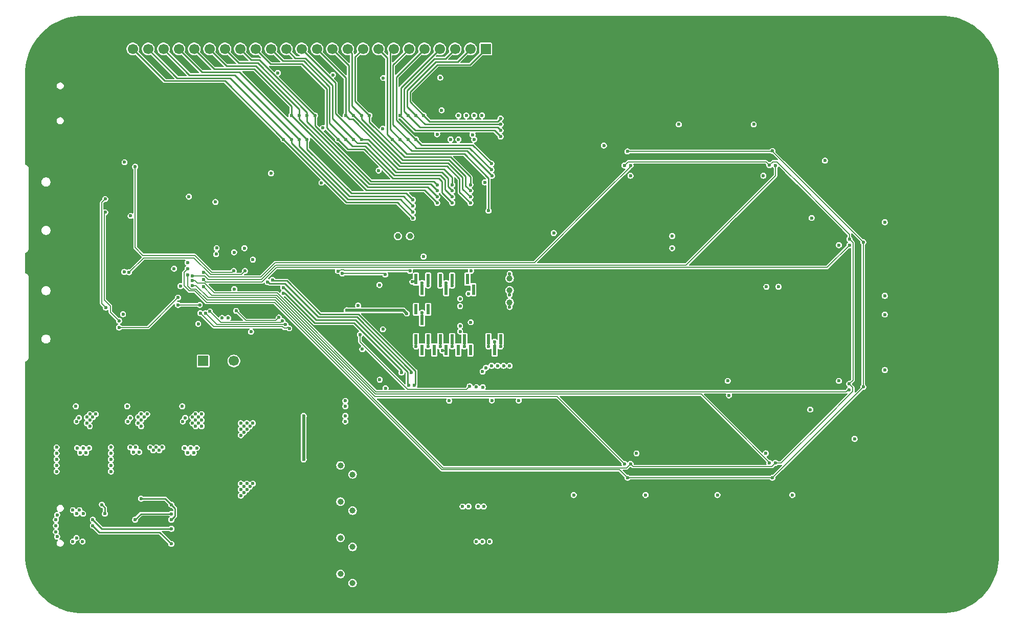
<source format=gbl>
%TF.GenerationSoftware,KiCad,Pcbnew,9.0.2-9.0.2-0~ubuntu24.04.1*%
%TF.CreationDate,2025-07-21T15:48:30-04:00*%
%TF.ProjectId,digital,64696769-7461-46c2-9e6b-696361645f70,rev?*%
%TF.SameCoordinates,Original*%
%TF.FileFunction,Copper,L4,Bot*%
%TF.FilePolarity,Positive*%
%FSLAX46Y46*%
G04 Gerber Fmt 4.6, Leading zero omitted, Abs format (unit mm)*
G04 Created by KiCad (PCBNEW 9.0.2-9.0.2-0~ubuntu24.04.1) date 2025-07-21 15:48:30*
%MOMM*%
%LPD*%
G01*
G04 APERTURE LIST*
%TA.AperFunction,HeatsinkPad*%
%ADD10O,2.100000X1.000000*%
%TD*%
%TA.AperFunction,HeatsinkPad*%
%ADD11O,1.800000X1.000000*%
%TD*%
%TA.AperFunction,ComponentPad*%
%ADD12C,4.700000*%
%TD*%
%TA.AperFunction,ConnectorPad*%
%ADD13C,7.000000*%
%TD*%
%TA.AperFunction,SMDPad,CuDef*%
%ADD14C,1.000000*%
%TD*%
%TA.AperFunction,HeatsinkPad*%
%ADD15C,0.500000*%
%TD*%
%TA.AperFunction,HeatsinkPad*%
%ADD16R,2.500000X2.500000*%
%TD*%
%TA.AperFunction,ComponentPad*%
%ADD17R,1.700000X1.700000*%
%TD*%
%TA.AperFunction,ComponentPad*%
%ADD18C,1.700000*%
%TD*%
%TA.AperFunction,SMDPad,CuDef*%
%ADD19R,0.600000X1.750000*%
%TD*%
%TA.AperFunction,ViaPad*%
%ADD20C,0.600000*%
%TD*%
%TA.AperFunction,Conductor*%
%ADD21C,0.508000*%
%TD*%
%TA.AperFunction,Conductor*%
%ADD22C,0.254000*%
%TD*%
%TA.AperFunction,Conductor*%
%ADD23C,0.177800*%
%TD*%
G04 APERTURE END LIST*
D10*
%TO.P,J19,S1,SHIELD*%
%TO.N,GND*%
X59605000Y-130680000D03*
D11*
X55425000Y-130680000D03*
D10*
X59605000Y-139320000D03*
D11*
X55425000Y-139320000D03*
%TD*%
D12*
%TO.P,H5,1,1*%
%TO.N,GND*%
X205000000Y-55000000D03*
D13*
X205000000Y-55000000D03*
%TD*%
D12*
%TO.P,H6,1,1*%
%TO.N,GND*%
X205000000Y-145000000D03*
D13*
X205000000Y-145000000D03*
%TD*%
D12*
%TO.P,H3,1,1*%
%TO.N,GND*%
X137000000Y-145000000D03*
D13*
X137000000Y-145000000D03*
%TD*%
D12*
%TO.P,H4,1,1*%
%TO.N,GND*%
X137000000Y-55000000D03*
D13*
X137000000Y-55000000D03*
%TD*%
D14*
%TO.P,TP2,1,1*%
%TO.N,Net-(U1A-IOT_198_GBIN0)*%
X133500000Y-96000000D03*
%TD*%
%TO.P,TP3,1,1*%
%TO.N,Net-(U1A-IOT_222)*%
X133500000Y-94000000D03*
%TD*%
%TO.P,TP1,1,1*%
%TO.N,Net-(U1A-IOT_197_GBIN1)*%
X133500000Y-98000000D03*
%TD*%
D10*
%TO.P,J20,S1,SHIELD*%
%TO.N,GND*%
X59605000Y-60680000D03*
D11*
X55425000Y-60680000D03*
D10*
X59605000Y-69320000D03*
D11*
X55425000Y-69320000D03*
%TD*%
D15*
%TO.P,U7,21,EP*%
%TO.N,GND*%
X87790000Y-114000000D03*
X86790000Y-114000000D03*
X85790000Y-114000000D03*
X87790000Y-115000000D03*
X86790000Y-115000000D03*
D16*
X86790000Y-115000000D03*
D15*
X85790000Y-115000000D03*
X87790000Y-116000000D03*
X86790000Y-116000000D03*
X85790000Y-116000000D03*
%TD*%
%TO.P,U6,21,EP*%
%TO.N,GND*%
X87790000Y-124000000D03*
X86790000Y-124000000D03*
X85790000Y-124000000D03*
X87790000Y-125000000D03*
X86790000Y-125000000D03*
D16*
X86790000Y-125000000D03*
D15*
X85790000Y-125000000D03*
X87790000Y-126000000D03*
X86790000Y-126000000D03*
X85790000Y-126000000D03*
%TD*%
D12*
%TO.P,H2,1,1*%
%TO.N,GND*%
X60000000Y-145000000D03*
D13*
X60000000Y-145000000D03*
%TD*%
D12*
%TO.P,H1,1,1*%
%TO.N,GND*%
X60000000Y-55000000D03*
D13*
X60000000Y-55000000D03*
%TD*%
D17*
%TO.P,J45,1,Pin_1*%
%TO.N,/FPGA/DEBUG_0*%
X129540000Y-56000000D03*
D18*
%TO.P,J45,2,Pin_2*%
%TO.N,/FPGA/DEBUG_1*%
X127000000Y-56000000D03*
%TO.P,J45,3,Pin_3*%
%TO.N,/FPGA/DEBUG_2*%
X124460000Y-56000000D03*
%TO.P,J45,4,Pin_4*%
%TO.N,/FPGA/DEBUG_3*%
X121920000Y-56000000D03*
%TO.P,J45,5,Pin_5*%
%TO.N,/FPGA/DEBUG_4*%
X119380000Y-56000000D03*
%TO.P,J45,6,Pin_6*%
%TO.N,/FPGA/DEBUG_5*%
X116840000Y-56000000D03*
%TO.P,J45,7,Pin_7*%
%TO.N,/FPGA/DEBUG_6*%
X114300000Y-56000000D03*
%TO.P,J45,8,Pin_8*%
%TO.N,/FPGA/DEBUG_7*%
X111760000Y-56000000D03*
%TO.P,J45,9,Pin_9*%
%TO.N,/FPGA/DEBUG_8*%
X109220000Y-56000000D03*
%TO.P,J45,10,Pin_10*%
%TO.N,/FPGA/DEBUG_9*%
X106680000Y-56000000D03*
%TO.P,J45,11,Pin_11*%
%TO.N,/FPGA/DEBUG_10*%
X104140000Y-56000000D03*
%TO.P,J45,12,Pin_12*%
%TO.N,/FPGA/DEBUG_11*%
X101600000Y-56000000D03*
%TO.P,J45,13,Pin_13*%
%TO.N,/FPGA/DEBUG_12*%
X99060000Y-56000000D03*
%TO.P,J45,14,Pin_14*%
%TO.N,/FPGA/DEBUG_13*%
X96520000Y-56000000D03*
%TO.P,J45,15,Pin_15*%
%TO.N,/FPGA/DEBUG_14*%
X93980000Y-56000000D03*
%TO.P,J45,16,Pin_16*%
%TO.N,/FPGA/DEBUG_15*%
X91440000Y-56000000D03*
%TO.P,J45,17,Pin_17*%
%TO.N,/FPGA/DEBUG_16*%
X88900000Y-56000000D03*
%TO.P,J45,18,Pin_18*%
%TO.N,/FPGA/DEBUG_17*%
X86360000Y-56000000D03*
%TO.P,J45,19,Pin_19*%
%TO.N,/FPGA/DEBUG_18*%
X83820000Y-56000000D03*
%TO.P,J45,20,Pin_20*%
%TO.N,/FPGA/DEBUG_19*%
X81280000Y-56000000D03*
%TO.P,J45,21,Pin_21*%
%TO.N,/FPGA/DEBUG_20*%
X78740000Y-56000000D03*
%TO.P,J45,22,Pin_22*%
%TO.N,/FPGA/DEBUG_21*%
X76200000Y-56000000D03*
%TO.P,J45,23,Pin_23*%
%TO.N,/FPGA/DEBUG_22*%
X73660000Y-56000000D03*
%TO.P,J45,24,Pin_24*%
%TO.N,/FPGA/DEBUG_23*%
X71120000Y-56000000D03*
%TD*%
D17*
%TO.P,J17,1,Pin_1*%
%TO.N,/MCU/SWCLK*%
X82760000Y-107700000D03*
D18*
%TO.P,J17,2,Pin_2*%
%TO.N,GND*%
X85300000Y-107700000D03*
%TO.P,J17,3,Pin_3*%
%TO.N,/MCU/SWD*%
X87840000Y-107700000D03*
%TD*%
D14*
%TO.P,TP46,1,1*%
%TO.N,Net-(U1D-IOL_25B)*%
X115000000Y-87000000D03*
%TD*%
D19*
%TO.P,J12,1,Pin_1*%
%TO.N,Net-(J12-Pin_1)*%
X118000000Y-104125000D03*
%TO.P,J12,2,Pin_2*%
%TO.N,Net-(J12-Pin_2)*%
X119000000Y-105875000D03*
%TO.P,J12,3,Pin_3*%
%TO.N,Net-(J12-Pin_3)*%
X120000000Y-104125000D03*
%TO.P,J12,4,Pin_4*%
%TO.N,Net-(J12-Pin_4)*%
X121000000Y-105875000D03*
%TO.P,J12,5,Pin_5*%
%TO.N,Net-(J12-Pin_5)*%
X122000000Y-104125000D03*
%TO.P,J12,6,Pin_6*%
%TO.N,Net-(J12-Pin_6)*%
X123000000Y-105875000D03*
%TO.P,J12,7,Pin_7*%
%TO.N,Net-(J12-Pin_7)*%
X124000000Y-104125000D03*
%TO.P,J12,8,Pin_8*%
%TO.N,Net-(J12-Pin_8)*%
X125000000Y-105875000D03*
%TO.P,J12,9,Pin_9*%
%TO.N,Net-(J12-Pin_9)*%
X126000000Y-104125000D03*
%TO.P,J12,10,Pin_10*%
%TO.N,Net-(J12-Pin_10)*%
X127000000Y-105875000D03*
%TD*%
D14*
%TO.P,TP45,1,1*%
%TO.N,Net-(U1D-IOL_25A)*%
X117000000Y-87000000D03*
%TD*%
%TO.P,TP5,1,1*%
%TO.N,Net-(U14-Temp)*%
X105500000Y-143000000D03*
%TD*%
%TO.P,TP6,1,1*%
%TO.N,Net-(U14-Trim{slash}NR)*%
X107500000Y-144500000D03*
%TD*%
%TO.P,TP25,1,1*%
%TO.N,Net-(U19-Temp)*%
X105500000Y-131000000D03*
%TD*%
%TO.P,TP36,1,1*%
%TO.N,Net-(U22-Trim{slash}NR)*%
X107500000Y-126500000D03*
%TD*%
D19*
%TO.P,J15,1,Pin_1*%
%TO.N,Net-(J15-Pin_1)*%
X130000000Y-104125000D03*
%TO.P,J15,2,Pin_2*%
%TO.N,Net-(J15-Pin_2)*%
X131000000Y-105875000D03*
%TO.P,J15,3,Pin_3*%
%TO.N,Net-(J15-Pin_3)*%
X132000000Y-104125000D03*
%TD*%
%TO.P,J11,1,Pin_1*%
%TO.N,Net-(J11-Pin_1)*%
X122000000Y-94125000D03*
%TO.P,J11,2,Pin_2*%
%TO.N,Net-(J11-Pin_2)*%
X123000000Y-95875000D03*
%TO.P,J11,3,Pin_3*%
%TO.N,Net-(J11-Pin_3)*%
X124000000Y-94125000D03*
%TD*%
D14*
%TO.P,TP16,1,1*%
%TO.N,Net-(U17-Trim{slash}NR)*%
X107500000Y-138500000D03*
%TD*%
D19*
%TO.P,J14,1,Pin_1*%
%TO.N,Net-(J14-Pin_1)*%
X126500000Y-94125000D03*
%TO.P,J14,2,Pin_2*%
%TO.N,Net-(J14-Pin_2)*%
X127500000Y-95875000D03*
%TD*%
%TO.P,J10,1,Pin_1*%
%TO.N,Net-(J10-Pin_1)*%
X118000000Y-94125000D03*
%TO.P,J10,2,Pin_2*%
%TO.N,Net-(J10-Pin_2)*%
X119000000Y-95875000D03*
%TO.P,J10,3,Pin_3*%
%TO.N,Net-(J10-Pin_3)*%
X120000000Y-94125000D03*
%TD*%
D14*
%TO.P,TP34,1,1*%
%TO.N,Net-(U22-Temp)*%
X105500000Y-125000000D03*
%TD*%
%TO.P,TP27,1,1*%
%TO.N,Net-(U19-Trim{slash}NR)*%
X107500000Y-132500000D03*
%TD*%
D19*
%TO.P,J13,1,Pin_1*%
%TO.N,Net-(J13-Pin_1)*%
X118000000Y-99125000D03*
%TO.P,J13,2,Pin_2*%
%TO.N,Net-(J13-Pin_2)*%
X119000000Y-100875000D03*
%TO.P,J13,3,Pin_3*%
%TO.N,Net-(J13-Pin_3)*%
X120000000Y-99125000D03*
%TD*%
D14*
%TO.P,TP14,1,1*%
%TO.N,Net-(U17-Temp)*%
X105500000Y-137000000D03*
%TD*%
D20*
%TO.N,GND*%
X75000000Y-99750000D03*
X76100000Y-97700000D03*
X58000000Y-129000000D03*
X64000000Y-142000000D03*
X57000000Y-141500000D03*
X56000000Y-137500000D03*
X56500000Y-134000000D03*
X57500000Y-59000000D03*
X57500000Y-71500000D03*
X56000000Y-64500000D03*
X57500000Y-82000000D03*
X62500000Y-103500000D03*
X61500000Y-98000000D03*
X57500000Y-102500000D03*
X170500000Y-117000000D03*
X171500000Y-91500000D03*
X172000000Y-93000000D03*
X183500000Y-117500000D03*
X185500000Y-121000000D03*
X171000000Y-126000000D03*
X165000000Y-128000000D03*
X160500000Y-124500000D03*
X159000000Y-126000000D03*
X157000000Y-128000000D03*
X178500000Y-77000000D03*
X170000000Y-75500000D03*
X171000000Y-74000000D03*
X172500000Y-72000000D03*
X212500000Y-144500000D03*
X211000000Y-146500000D03*
X207000000Y-148500000D03*
X213500000Y-142000000D03*
X209500000Y-147500000D03*
X213500000Y-58000000D03*
X213000000Y-56000000D03*
X211500000Y-54000000D03*
X209500000Y-52500000D03*
X207500000Y-51500000D03*
X55500000Y-56000000D03*
X54500000Y-58000000D03*
X55500000Y-144500000D03*
X54500000Y-142500000D03*
X54000000Y-72500000D03*
X54000000Y-65000000D03*
X54000000Y-70000000D03*
X54000000Y-60000000D03*
X54000000Y-67500000D03*
X54000000Y-62500000D03*
X54500000Y-77500000D03*
X54500000Y-80000000D03*
X54500000Y-75000000D03*
X54500000Y-85000000D03*
X54500000Y-82500000D03*
X54500000Y-87500000D03*
X54000000Y-90000000D03*
X54000000Y-92500000D03*
X54500000Y-95000000D03*
X54500000Y-100000000D03*
X54500000Y-97500000D03*
X54500000Y-102500000D03*
X54000000Y-115000000D03*
X54000000Y-112500000D03*
X54000000Y-110000000D03*
X54500000Y-105000000D03*
X54000000Y-127500000D03*
X54000000Y-125000000D03*
X54000000Y-120000000D03*
X54000000Y-122500000D03*
X54000000Y-117500000D03*
X54000000Y-140000000D03*
X54000000Y-137500000D03*
X54000000Y-132500000D03*
X54000000Y-135000000D03*
X54000000Y-130000000D03*
X214000000Y-130000000D03*
X214000000Y-140000000D03*
X214000000Y-137500000D03*
X214000000Y-135000000D03*
X214000000Y-132500000D03*
X214000000Y-117500000D03*
X214000000Y-127500000D03*
X214000000Y-125000000D03*
X214000000Y-122500000D03*
X214000000Y-120000000D03*
X214000000Y-105000000D03*
X214000000Y-115000000D03*
X214000000Y-112500000D03*
X214000000Y-110000000D03*
X214000000Y-107500000D03*
X214000000Y-92500000D03*
X214000000Y-102500000D03*
X214000000Y-100000000D03*
X214000000Y-97500000D03*
X214000000Y-95000000D03*
X214000000Y-62500000D03*
X214000000Y-70000000D03*
X214000000Y-67500000D03*
X214000000Y-87500000D03*
X214000000Y-90000000D03*
X214000000Y-72500000D03*
X214000000Y-60000000D03*
X214000000Y-65000000D03*
X214000000Y-85000000D03*
X214000000Y-75000000D03*
X214000000Y-82500000D03*
X214000000Y-80000000D03*
X214000000Y-77500000D03*
X85000000Y-149000000D03*
X92500000Y-149000000D03*
X197500000Y-149000000D03*
X160000000Y-149000000D03*
X97500000Y-149000000D03*
X112500000Y-149000000D03*
X115000000Y-149000000D03*
X195000000Y-149000000D03*
X165000000Y-149000000D03*
X170000000Y-149000000D03*
X152500000Y-149000000D03*
X187500000Y-149000000D03*
X122500000Y-149000000D03*
X65000000Y-149000000D03*
X142500000Y-149000000D03*
X67500000Y-149000000D03*
X125000000Y-149000000D03*
X202500000Y-149000000D03*
X167500000Y-149000000D03*
X157500000Y-149000000D03*
X72500000Y-149000000D03*
X185000000Y-149000000D03*
X120000000Y-149000000D03*
X137500000Y-149000000D03*
X182500000Y-149000000D03*
X95000000Y-149000000D03*
X147500000Y-149000000D03*
X177500000Y-149000000D03*
X80000000Y-149000000D03*
X175000000Y-149000000D03*
X155000000Y-149000000D03*
X162500000Y-149000000D03*
X127500000Y-149000000D03*
X102500000Y-149000000D03*
X190000000Y-149000000D03*
X150000000Y-149000000D03*
X145000000Y-149000000D03*
X100000000Y-149000000D03*
X105000000Y-149000000D03*
X130000000Y-149000000D03*
X117500000Y-149000000D03*
X75000000Y-149000000D03*
X192500000Y-149000000D03*
X90000000Y-149000000D03*
X200000000Y-149000000D03*
X87500000Y-149000000D03*
X110000000Y-149000000D03*
X140000000Y-149000000D03*
X70000000Y-149000000D03*
X107500000Y-149000000D03*
X172500000Y-149000000D03*
X135000000Y-149000000D03*
X180000000Y-149000000D03*
X132500000Y-149000000D03*
X82500000Y-149000000D03*
X62500000Y-149000000D03*
X77500000Y-149000000D03*
X202500000Y-51000000D03*
X62500000Y-51000000D03*
X72500000Y-51000000D03*
X67500000Y-51000000D03*
X75000000Y-51000000D03*
X70000000Y-51000000D03*
X65000000Y-51000000D03*
X97500000Y-51000000D03*
X95000000Y-51000000D03*
X87500000Y-51000000D03*
X85000000Y-51000000D03*
X82500000Y-51000000D03*
X77500000Y-51000000D03*
X90000000Y-51000000D03*
X92500000Y-51000000D03*
X100000000Y-51000000D03*
X80000000Y-51000000D03*
X122500000Y-51000000D03*
X120000000Y-51000000D03*
X112500000Y-51000000D03*
X110000000Y-51000000D03*
X107500000Y-51000000D03*
X102500000Y-51000000D03*
X115000000Y-51000000D03*
X117500000Y-51000000D03*
X125000000Y-51000000D03*
X105000000Y-51000000D03*
X147500000Y-51000000D03*
X145000000Y-51000000D03*
X137500000Y-51000000D03*
X135000000Y-51000000D03*
X132500000Y-51000000D03*
X127500000Y-51000000D03*
X140000000Y-51000000D03*
X142500000Y-51000000D03*
X150000000Y-51000000D03*
X130000000Y-51000000D03*
X172500000Y-51000000D03*
X170000000Y-51000000D03*
X162500000Y-51000000D03*
X160000000Y-51000000D03*
X157500000Y-51000000D03*
X152500000Y-51000000D03*
X165000000Y-51000000D03*
X167500000Y-51000000D03*
X175000000Y-51000000D03*
X155000000Y-51000000D03*
X185000000Y-51000000D03*
X182500000Y-51000000D03*
X177500000Y-51000000D03*
X180000000Y-51000000D03*
X187500000Y-51000000D03*
X190000000Y-51000000D03*
X192500000Y-51000000D03*
X197500000Y-51000000D03*
X195000000Y-51000000D03*
X200000000Y-51000000D03*
X78000000Y-77250000D03*
X209427124Y-92695502D03*
X175253048Y-56159380D03*
X122000000Y-136000000D03*
X173200000Y-96200000D03*
X103600000Y-59100000D03*
X172800000Y-103600000D03*
X94950000Y-95800000D03*
X139000000Y-61000000D03*
X157814387Y-57245708D03*
X82750000Y-86250000D03*
X84400000Y-117000000D03*
X210000000Y-70000000D03*
X179000000Y-70000000D03*
X143801664Y-139628816D03*
X174500000Y-133500000D03*
X163000000Y-119000000D03*
X192250000Y-132250000D03*
X75000000Y-110000000D03*
X137150000Y-96950000D03*
X169419417Y-55275496D03*
X150000000Y-115000000D03*
X200250000Y-80500000D03*
X118900000Y-70300000D03*
X189000000Y-119000000D03*
X79750000Y-101500000D03*
X203573620Y-89188510D03*
X102650000Y-99250000D03*
X185000000Y-97000000D03*
X173500000Y-78500000D03*
X78770000Y-85580000D03*
X149000000Y-133000000D03*
X140300000Y-98950000D03*
X150600000Y-88200000D03*
X117700000Y-90800000D03*
X117000000Y-126000000D03*
X166800000Y-111400000D03*
X157000000Y-70000000D03*
X86000000Y-138000000D03*
X161000000Y-88000000D03*
X195000000Y-140000000D03*
X101000000Y-121000000D03*
X140838684Y-140314926D03*
X75500000Y-118000000D03*
X155000000Y-115000000D03*
X186500000Y-109000000D03*
X198000000Y-99000000D03*
X161344593Y-53296007D03*
X99000000Y-108000000D03*
X209547727Y-114495689D03*
X136998251Y-137576117D03*
X95000000Y-80000000D03*
X138200000Y-89600000D03*
X196785455Y-129047329D03*
X132200000Y-102400000D03*
X105700000Y-58800000D03*
X181000000Y-74500000D03*
X151000000Y-81500000D03*
X95000000Y-110000000D03*
X122000000Y-131000000D03*
X69000000Y-80000000D03*
X211703993Y-96344593D03*
X191081533Y-61054478D03*
X198000000Y-90500000D03*
X84850000Y-95200000D03*
X200500000Y-92500000D03*
X205481863Y-103005204D03*
X184750000Y-137250000D03*
X133200000Y-90700000D03*
X85700000Y-95200000D03*
X165000000Y-72000000D03*
X193001749Y-62423883D03*
X191500000Y-130750000D03*
X187000000Y-98000000D03*
X127300000Y-103500000D03*
X131800000Y-93600000D03*
X149250000Y-127250000D03*
X149000000Y-120000000D03*
X101800000Y-57400000D03*
X77500000Y-118000000D03*
X134000000Y-109200000D03*
X57500000Y-118000000D03*
X194000000Y-137000000D03*
X177374369Y-59694913D03*
X140400000Y-111000000D03*
X198012762Y-130703746D03*
X186700000Y-94700000D03*
X118500000Y-137500000D03*
X130000000Y-115000000D03*
X116000000Y-84000000D03*
X160000000Y-84000000D03*
X111000000Y-145000000D03*
X146438004Y-138807406D03*
X205250000Y-76000000D03*
X57000000Y-74000000D03*
X204750000Y-78750000D03*
X59000000Y-90000000D03*
X195703746Y-66987238D03*
X102700000Y-58300000D03*
X200312845Y-125150854D03*
X162250000Y-88250000D03*
X137750000Y-67750000D03*
X200000000Y-65000000D03*
X198000000Y-97000000D03*
X153000000Y-118000000D03*
X117000000Y-86000000D03*
X104000000Y-108500000D03*
X142000000Y-63250000D03*
X158000000Y-76000000D03*
X143750000Y-58250000D03*
X179000000Y-127000000D03*
X159902731Y-53510562D03*
X59000000Y-76000000D03*
X108500000Y-113500000D03*
X65200000Y-98600000D03*
X145000000Y-103200000D03*
X201000000Y-100000000D03*
X93000000Y-125000000D03*
X174000000Y-83000000D03*
X196505242Y-125104427D03*
X162250000Y-96750000D03*
X132500000Y-66250000D03*
X201250000Y-80500000D03*
X127100000Y-107600000D03*
X93800000Y-118000000D03*
X209856234Y-95579226D03*
X140000000Y-85000000D03*
X108000000Y-83000000D03*
X63750000Y-73500000D03*
X170000000Y-64500000D03*
X104000000Y-80000000D03*
X157000000Y-124000000D03*
X188000000Y-136750000D03*
X130750000Y-63000000D03*
X204000000Y-74000000D03*
X98400000Y-59300000D03*
X59000000Y-93000000D03*
X151000000Y-76500000D03*
X90000000Y-80000000D03*
X142500000Y-59000000D03*
X75000000Y-116500000D03*
X211370554Y-93229899D03*
X170000000Y-115000000D03*
X202517258Y-119366991D03*
X182000000Y-111000000D03*
X115000000Y-129000000D03*
X124100000Y-101000000D03*
X80750000Y-103250000D03*
X92400000Y-114600000D03*
X138500000Y-85000000D03*
X96400000Y-59400000D03*
X188000000Y-117500000D03*
X165250000Y-96750000D03*
X201000000Y-97000000D03*
X157000000Y-126000000D03*
X68500000Y-116500000D03*
X102000000Y-96000000D03*
X143000000Y-127000000D03*
X159000000Y-96750000D03*
X140750000Y-136250000D03*
X141323837Y-138219783D03*
X126600000Y-102600000D03*
X194000000Y-99000000D03*
X191856515Y-67498421D03*
X76500000Y-107750000D03*
X210591588Y-88577673D03*
X161641243Y-146845824D03*
X91000000Y-125000000D03*
X210000000Y-125000000D03*
X111000000Y-139000000D03*
X204628816Y-121198336D03*
X152000000Y-133000000D03*
X113000000Y-127000000D03*
X160000000Y-110000000D03*
X130000000Y-127000000D03*
X155750000Y-96750000D03*
X150961415Y-73252350D03*
X130000000Y-120000000D03*
X156500000Y-78500000D03*
X185500000Y-115000000D03*
X168358757Y-53154176D03*
X85200000Y-121200000D03*
X90000000Y-110000000D03*
X171200000Y-96200000D03*
X194500000Y-96500000D03*
X138918467Y-138945522D03*
X82750000Y-80500000D03*
X59000000Y-116500000D03*
X164600000Y-111400000D03*
X157200000Y-112000000D03*
X86000000Y-134000000D03*
X167000000Y-78000000D03*
X180000000Y-74000000D03*
X136250000Y-68000000D03*
X145633009Y-137517258D03*
X112950000Y-94550000D03*
X116000000Y-104800000D03*
X115600000Y-58400000D03*
X201750000Y-77000000D03*
X183561996Y-61192594D03*
X73800000Y-81200000D03*
X206000000Y-81250000D03*
X69000000Y-126000000D03*
X169000000Y-83000000D03*
X167298097Y-57043263D03*
X172304498Y-144427124D03*
X169143376Y-140952960D03*
X126500000Y-117750000D03*
X59000000Y-109000000D03*
X146250000Y-59000000D03*
X157600000Y-103800000D03*
X133000000Y-112000000D03*
X191250000Y-136500000D03*
X59000000Y-75000000D03*
X166000000Y-129000000D03*
X135000000Y-120000000D03*
X211783250Y-97459814D03*
X109600000Y-59000000D03*
X95000000Y-85000000D03*
X199000000Y-86000000D03*
X182500000Y-69000000D03*
X82000000Y-88000000D03*
X109000000Y-89000000D03*
X58500000Y-78000000D03*
X153577673Y-54408412D03*
X129500000Y-58750000D03*
X189000000Y-97000000D03*
X195750000Y-135500000D03*
X119100000Y-85250000D03*
X175000000Y-110000000D03*
X168655407Y-146703993D03*
X161000000Y-84250000D03*
X126250000Y-130500000D03*
X199500000Y-98500000D03*
X200000000Y-145000000D03*
X155903786Y-54018929D03*
X123250000Y-143750000D03*
X210000000Y-65000000D03*
X187000000Y-102000000D03*
X193000000Y-137750000D03*
X193500000Y-87000000D03*
X136500000Y-126500000D03*
X150175966Y-55434761D03*
X116500000Y-117500000D03*
X202250000Y-80250000D03*
X155000000Y-132000000D03*
X99000000Y-142000000D03*
X201477310Y-129268684D03*
X135000000Y-140000000D03*
X140000000Y-122500000D03*
X121500000Y-117500000D03*
X168005204Y-59518137D03*
X176422327Y-145591588D03*
X200609473Y-130439948D03*
X149000000Y-128750000D03*
X59000000Y-91000000D03*
X194500000Y-90500000D03*
X73400000Y-78200000D03*
X194500000Y-114250000D03*
X186500000Y-90000000D03*
X186250000Y-141750000D03*
X77250000Y-91250000D03*
X177633219Y-145281362D03*
X195439948Y-64390527D03*
X128750000Y-130750000D03*
X201000000Y-103000000D03*
X115100000Y-112000000D03*
X188085723Y-59048207D03*
X148600000Y-88800000D03*
X110500000Y-115250000D03*
X96000000Y-84000000D03*
X121600000Y-102000000D03*
X168535534Y-57927147D03*
X80000000Y-140000000D03*
X178081475Y-55098719D03*
X186030208Y-58005443D03*
X153155961Y-139421203D03*
X57000000Y-89000000D03*
X143969792Y-141994557D03*
X75900000Y-59500000D03*
X156000000Y-103200000D03*
X126550000Y-90650000D03*
X78500000Y-125000000D03*
X194500000Y-102000000D03*
X175000000Y-85000000D03*
X84000000Y-120000000D03*
X60000000Y-90000000D03*
X168991663Y-141972510D03*
X196000000Y-117500000D03*
X146000000Y-76000000D03*
X159000000Y-88750000D03*
X136500000Y-65250000D03*
X195500000Y-133000000D03*
X200500000Y-104000000D03*
X90000000Y-85000000D03*
X180500000Y-79500000D03*
X168000000Y-64000000D03*
X194000000Y-122500000D03*
X153500000Y-78500000D03*
X149500000Y-74500000D03*
X128000000Y-114800000D03*
X201817549Y-122903997D03*
X126600000Y-97600000D03*
X63250000Y-70500000D03*
X156000000Y-118000000D03*
X97000000Y-120000000D03*
X180000000Y-125000000D03*
X69500000Y-123000000D03*
X78000000Y-124000000D03*
X117600000Y-106800000D03*
X202750000Y-72000000D03*
X200000000Y-60000000D03*
X146000000Y-124000000D03*
X91000000Y-88250000D03*
X180708285Y-144390312D03*
X194000000Y-110000000D03*
X169000000Y-116000000D03*
X195000000Y-145000000D03*
X182500000Y-105500000D03*
X194250000Y-100000000D03*
X107900000Y-96400000D03*
X105000000Y-95500000D03*
X170097269Y-146489438D03*
X170000000Y-137000000D03*
X205029080Y-95473940D03*
X75000000Y-145000000D03*
X195000000Y-60000000D03*
X166000000Y-111600000D03*
X70000000Y-70000000D03*
X160400000Y-103800000D03*
X191500000Y-78000000D03*
X188000000Y-127500000D03*
X178081475Y-56866486D03*
X97900000Y-103100000D03*
X128750000Y-124250000D03*
X165000000Y-88250000D03*
X78300000Y-59400000D03*
X207249630Y-109722718D03*
X102100000Y-67800000D03*
X172071068Y-57220040D03*
X187000000Y-129000000D03*
X172000000Y-76000000D03*
X186000000Y-84500000D03*
X111000000Y-133000000D03*
X98000000Y-80000000D03*
X84000000Y-129000000D03*
X163063852Y-56984726D03*
X137500000Y-131000000D03*
X136000000Y-63000000D03*
X199500000Y-101500000D03*
X123800000Y-137200000D03*
X129600000Y-140800000D03*
X81250000Y-86750000D03*
X60500000Y-126000000D03*
X77500000Y-100000000D03*
X139750000Y-64750000D03*
X95000000Y-130000000D03*
X60000000Y-127000000D03*
X78000000Y-126000000D03*
X65000000Y-145000000D03*
X183268185Y-63749677D03*
X68000000Y-118000000D03*
X69275000Y-136950000D03*
X155000000Y-79000000D03*
X79000000Y-88500000D03*
X135000000Y-127250000D03*
X94000000Y-103000000D03*
X156500000Y-75500000D03*
X159343146Y-146669048D03*
X103400000Y-74300000D03*
X65000000Y-55000000D03*
X119000000Y-108000000D03*
X122900000Y-93800000D03*
X191000000Y-83500000D03*
X131250000Y-59500000D03*
X120000000Y-126000000D03*
X124300000Y-57400000D03*
X106300000Y-96700000D03*
X126700000Y-57800000D03*
X209901281Y-101767767D03*
X107000000Y-78200000D03*
X203550407Y-87284708D03*
X113000000Y-85000000D03*
X196500000Y-75250000D03*
X178032317Y-143011292D03*
X183500000Y-86500000D03*
X145369210Y-134920547D03*
X75000000Y-140000000D03*
X148000000Y-96000000D03*
X83000000Y-127000000D03*
X150504311Y-144547727D03*
X165000000Y-64000000D03*
X177834177Y-140223238D03*
X112000000Y-128000000D03*
X60000000Y-125000000D03*
X94200000Y-126200000D03*
X146183820Y-140806879D03*
X152400000Y-87800000D03*
X90000000Y-75000000D03*
X121400000Y-64400000D03*
X91000000Y-115000000D03*
X208011292Y-86967683D03*
X185000000Y-103000000D03*
X118700000Y-109100000D03*
X80000000Y-130000000D03*
X163367279Y-54945625D03*
X141914277Y-140951793D03*
X197501579Y-126856515D03*
X140000000Y-96000000D03*
X91750000Y-107750000D03*
X165000000Y-70000000D03*
X203714096Y-111136932D03*
X153000000Y-82500000D03*
X149291715Y-55609688D03*
X183500000Y-69000000D03*
X112000000Y-58200000D03*
X179315667Y-140566294D03*
X207779960Y-107071068D03*
X99000000Y-82000000D03*
X86900000Y-105100000D03*
X81750000Y-75500000D03*
X118900000Y-104300000D03*
X200250000Y-74750000D03*
X57000000Y-107000000D03*
X145500000Y-63750000D03*
X99000000Y-94000000D03*
X153863068Y-138714096D03*
X156000000Y-126000000D03*
X96000000Y-122000000D03*
X138800000Y-112200000D03*
X96000000Y-82000000D03*
X185000000Y-55000000D03*
X204421203Y-111844039D03*
X147200000Y-88800000D03*
X170000000Y-82500000D03*
X72000000Y-93750000D03*
X77000000Y-116500000D03*
X175000000Y-95000000D03*
X109250000Y-119000000D03*
X176844039Y-60578797D03*
X72500000Y-97500000D03*
X166936148Y-143015274D03*
X74500000Y-97000000D03*
X182000000Y-104500000D03*
X160000000Y-85000000D03*
X210000000Y-80000000D03*
X160000000Y-79000000D03*
X137000000Y-124500000D03*
X160579226Y-55143766D03*
X170000000Y-110000000D03*
X64750000Y-97000000D03*
X140250000Y-68500000D03*
X112200000Y-59400000D03*
X128000000Y-119250000D03*
X187000000Y-105500000D03*
X167000000Y-70000000D03*
X70000000Y-145000000D03*
X174400000Y-104200000D03*
X154000000Y-124000000D03*
X168000000Y-76000000D03*
X73350000Y-101150000D03*
X115850000Y-101950000D03*
X193500000Y-134750000D03*
X115700000Y-97900000D03*
X134250000Y-64500000D03*
X150000000Y-73000000D03*
X161500000Y-134000000D03*
X173000000Y-131000000D03*
X68500000Y-137525000D03*
X138000000Y-123500000D03*
X182500000Y-91000000D03*
X73200000Y-83200000D03*
X159500000Y-136000000D03*
X184500000Y-135250000D03*
X184000000Y-98000000D03*
X185000000Y-145000000D03*
X64000000Y-82500000D03*
X76250000Y-101050000D03*
X98000000Y-124000000D03*
X138500000Y-124500000D03*
X67000000Y-118000000D03*
X196284571Y-65123064D03*
X209901281Y-113081475D03*
X200000000Y-101000000D03*
X60000000Y-95000000D03*
X164000000Y-71000000D03*
X134300000Y-106000000D03*
X173000000Y-135000000D03*
X193000000Y-77500000D03*
X136000000Y-109400000D03*
X112000000Y-83000000D03*
X151967683Y-56988708D03*
X90400000Y-114400000D03*
X200500000Y-69250000D03*
X105700000Y-105800000D03*
X187000000Y-127000000D03*
X60000000Y-75000000D03*
X94000000Y-127800000D03*
X167400000Y-103200000D03*
X124100000Y-99000000D03*
X161008337Y-58027490D03*
X159000000Y-103200000D03*
X182500000Y-109000000D03*
X64000000Y-92000000D03*
X122500000Y-98000000D03*
X207956737Y-102298097D03*
X153400000Y-112000000D03*
X103000000Y-139000000D03*
X124200000Y-115100000D03*
X174838367Y-142229510D03*
X83100000Y-59000000D03*
X93000000Y-91500000D03*
X210054375Y-98367279D03*
X109950000Y-95300000D03*
X163750000Y-88250000D03*
X188500000Y-81500000D03*
X109000000Y-85000000D03*
X112500000Y-66800000D03*
X99000000Y-88000000D03*
X131400000Y-135600000D03*
X174192388Y-54038059D03*
X177000000Y-117000000D03*
X120900000Y-95100000D03*
X206000000Y-77500000D03*
X122000000Y-132000000D03*
X167000000Y-81000000D03*
X210281362Y-87366781D03*
X207072853Y-103535534D03*
X80003800Y-86000000D03*
X112000000Y-134000000D03*
X112500000Y-62500000D03*
X165000000Y-67000000D03*
X68000000Y-58250000D03*
X171800000Y-109200000D03*
X167000000Y-104800000D03*
X205481863Y-114672466D03*
X206750000Y-78750000D03*
X174000000Y-118000000D03*
X125000000Y-128000000D03*
X191000000Y-139000000D03*
X207754292Y-92814387D03*
X114600000Y-109400000D03*
X162525126Y-147022601D03*
X170250000Y-85750000D03*
X128750000Y-142500000D03*
X131800000Y-140000000D03*
X172000000Y-64000000D03*
X212022601Y-102474874D03*
X189500000Y-91500000D03*
X129500000Y-117500000D03*
X133400000Y-101000000D03*
X175283892Y-143767043D03*
X197250000Y-72750000D03*
X152366781Y-54718638D03*
X132000000Y-114200000D03*
X73250000Y-87500000D03*
X194500000Y-86000000D03*
X161000000Y-136000000D03*
X99900000Y-105100000D03*
X64000000Y-59500000D03*
X191500000Y-122000000D03*
X67400000Y-86600000D03*
X142096003Y-136817549D03*
X158200000Y-111200000D03*
X101000000Y-139000000D03*
X111700000Y-112000000D03*
X170656854Y-53330952D03*
X169772971Y-60225244D03*
X121400000Y-62300000D03*
X200000000Y-99000000D03*
X141500000Y-96000000D03*
X74250000Y-92250000D03*
X168500000Y-65500000D03*
X110000000Y-83000000D03*
X67850000Y-136950000D03*
X140000000Y-115000000D03*
X210431611Y-111490485D03*
X92200000Y-119400000D03*
X105000000Y-85000000D03*
X102000000Y-88000000D03*
X191028306Y-68112075D03*
X182500000Y-77000000D03*
X117000000Y-141000000D03*
X98400000Y-94700000D03*
X144000000Y-124000000D03*
X210000000Y-75000000D03*
X195750000Y-73500000D03*
X170000000Y-95000000D03*
X102000000Y-82000000D03*
X84200000Y-57700000D03*
X188000000Y-120000000D03*
X84000000Y-112600000D03*
X125100000Y-90650000D03*
X160227029Y-139774756D03*
X188750000Y-138250000D03*
X105000000Y-88000000D03*
X83000000Y-132000000D03*
X150400000Y-111000000D03*
X207159869Y-84450228D03*
X142500000Y-74000000D03*
X111000000Y-141000000D03*
X182000000Y-131000000D03*
X194000000Y-84500000D03*
X104500000Y-57700000D03*
X80750000Y-105750000D03*
X79500000Y-58200000D03*
X167500000Y-88250000D03*
X168800000Y-108400000D03*
X144000000Y-70000000D03*
X102500000Y-108500000D03*
X77500000Y-106250000D03*
X189000000Y-107000000D03*
X169526060Y-140029080D03*
X133500000Y-65000000D03*
X186300000Y-104550000D03*
X162000000Y-120000000D03*
X105000000Y-82000000D03*
X84000000Y-119000000D03*
X73100000Y-99800000D03*
X149000000Y-103800000D03*
X146750000Y-61000000D03*
X196887925Y-126028306D03*
X209390312Y-84291715D03*
X163232233Y-144901281D03*
X61000000Y-72000000D03*
X70400000Y-85800000D03*
X108200000Y-79200000D03*
X125700000Y-59500000D03*
X137000000Y-62250000D03*
X162000000Y-64000000D03*
X180549772Y-142159869D03*
X107900000Y-108100000D03*
X187500000Y-82000000D03*
X200000000Y-55000000D03*
X176600000Y-101800000D03*
X136750000Y-88000000D03*
X162459814Y-53216750D03*
X198000000Y-103000000D03*
X194000000Y-101000000D03*
X154200000Y-87800000D03*
X163000000Y-131000000D03*
X159750000Y-88000000D03*
X78500000Y-127000000D03*
X85000000Y-145000000D03*
X65750000Y-100500000D03*
X61250000Y-58000000D03*
X205305087Y-112374369D03*
X195500000Y-79500000D03*
X181500000Y-95000000D03*
X99000000Y-139000000D03*
X180000000Y-110000000D03*
X190250000Y-135250000D03*
X153000000Y-128500000D03*
X96000000Y-80000000D03*
X92000000Y-132000000D03*
X140000000Y-75000000D03*
X68200000Y-92600000D03*
X78700000Y-84750000D03*
X194000000Y-108000000D03*
X90000000Y-145000000D03*
X115850000Y-100550000D03*
X129250000Y-115750000D03*
X193750000Y-132000000D03*
X200000000Y-140000000D03*
X164600000Y-103200000D03*
X119000000Y-119000000D03*
X74300000Y-58000000D03*
X176800000Y-99600000D03*
X151918525Y-144901281D03*
X109000000Y-115250000D03*
X161500000Y-79000000D03*
X168000000Y-105800000D03*
X209724504Y-104419417D03*
X69400000Y-79000000D03*
X81750000Y-102500000D03*
X167500000Y-93500000D03*
X148500000Y-127000000D03*
X137600000Y-115200000D03*
X204000000Y-81750000D03*
X138250000Y-118250000D03*
X151250000Y-128750000D03*
X95200000Y-99600000D03*
X190000000Y-80500000D03*
X84000000Y-118000000D03*
X187000000Y-103500000D03*
X183500000Y-76000000D03*
X100600000Y-105700000D03*
X197500000Y-109500000D03*
X170000000Y-79000000D03*
X169500000Y-67500000D03*
X211489438Y-94902731D03*
X195000000Y-55000000D03*
X58000000Y-116500000D03*
X160750000Y-96000000D03*
X145000000Y-120000000D03*
X160000000Y-115000000D03*
X184000000Y-102000000D03*
X157000000Y-71000000D03*
X112900000Y-111100000D03*
X167474874Y-52977399D03*
X92200000Y-61800000D03*
X80000000Y-110000000D03*
X69000000Y-124000000D03*
X78500000Y-123000000D03*
X194500000Y-98000000D03*
X201579780Y-126249661D03*
X210981071Y-90903786D03*
X174722718Y-57750370D03*
X163000000Y-78000000D03*
X130400000Y-98700000D03*
X178500000Y-81500000D03*
X166632721Y-145054375D03*
X208767043Y-89716108D03*
X196500000Y-135000000D03*
X150684333Y-59433706D03*
X84000000Y-128000000D03*
X209565239Y-85175966D03*
X130000000Y-93000000D03*
X69975000Y-131426000D03*
X75000000Y-70000000D03*
X207250000Y-79750000D03*
X101500000Y-105800000D03*
X168850000Y-130800000D03*
X161000000Y-116000000D03*
X91000000Y-120000000D03*
X204774756Y-104772971D03*
X69500000Y-127000000D03*
X180000000Y-105000000D03*
X162701903Y-142956737D03*
X207249630Y-115733126D03*
X170000000Y-90000000D03*
X130400000Y-95100000D03*
X142000000Y-72500000D03*
X172000000Y-118000000D03*
X151600000Y-111800000D03*
X103000000Y-85000000D03*
X109800000Y-108100000D03*
X113000000Y-132000000D03*
X161800000Y-103200000D03*
X190104427Y-68494758D03*
X173600000Y-95200000D03*
X170000000Y-108800000D03*
X161994796Y-140481863D03*
X145000000Y-85000000D03*
X150400000Y-103200000D03*
X149000000Y-73500000D03*
X150000000Y-124000000D03*
X137000000Y-84500000D03*
X91000000Y-100000000D03*
X144000000Y-74500000D03*
X161000000Y-83000000D03*
X85400000Y-86675000D03*
X176500000Y-79000000D03*
X110000000Y-90000000D03*
X102000000Y-80000000D03*
X132750000Y-118250000D03*
X145500000Y-64750000D03*
X138750339Y-136579780D03*
X120000000Y-141000000D03*
X85000000Y-110000000D03*
X210000000Y-130000000D03*
X136200000Y-111800000D03*
X70000000Y-96000000D03*
X86000000Y-132000000D03*
X185000000Y-124500000D03*
X111000000Y-127000000D03*
X144200000Y-88800000D03*
X191249661Y-63420220D03*
X99000000Y-136000000D03*
X87087502Y-102588900D03*
X199500000Y-91500000D03*
X151000000Y-119000000D03*
X143250000Y-96750000D03*
X162800000Y-111400000D03*
X121700000Y-114200000D03*
X80000000Y-145000000D03*
X154250000Y-96000000D03*
X189161316Y-59685074D03*
X203250000Y-76250000D03*
X176400000Y-98000000D03*
X179672466Y-59518137D03*
X121100000Y-104000000D03*
X193500000Y-111000000D03*
X153200000Y-103200000D03*
X184630790Y-65079453D03*
X160856624Y-59047040D03*
X177000000Y-96000000D03*
X103000000Y-133000000D03*
X123600000Y-139400000D03*
X163200000Y-103800000D03*
X179824034Y-144565239D03*
X134800000Y-138000000D03*
X167000000Y-120000000D03*
X183000000Y-107500000D03*
X76600000Y-88400000D03*
X131500000Y-85250000D03*
X153000000Y-71500000D03*
X85000000Y-135000000D03*
X194500000Y-78500000D03*
X157750000Y-96000000D03*
X155807612Y-145961941D03*
X125400000Y-141400000D03*
X138500000Y-69250000D03*
X99000000Y-133000000D03*
X71575000Y-130500000D03*
X119000000Y-115750000D03*
X206994557Y-121030208D03*
X138800000Y-114200000D03*
X93800000Y-63300000D03*
X85200000Y-58500000D03*
X149266874Y-142249630D03*
X174096214Y-145981071D03*
X155000000Y-85000000D03*
X59500000Y-118000000D03*
X63000000Y-106250000D03*
X205000000Y-65000000D03*
X172247845Y-55629049D03*
X145600000Y-88800000D03*
X148600000Y-111000000D03*
X180000000Y-133000000D03*
X168000000Y-124000000D03*
X58500000Y-118000000D03*
X166767767Y-55098719D03*
X145000000Y-96000000D03*
X142500000Y-128500000D03*
X142800000Y-111000000D03*
X146250000Y-96750000D03*
X101000000Y-108500000D03*
X180000000Y-95000000D03*
X196000000Y-81500000D03*
X154746952Y-143840620D03*
X184366991Y-62482742D03*
X85000000Y-70000000D03*
X85600000Y-130800000D03*
X208133514Y-113081475D03*
X183750000Y-141000000D03*
X167000000Y-96000000D03*
X111000000Y-135000000D03*
X128800000Y-134800000D03*
X110600000Y-57400000D03*
X117300000Y-100750000D03*
X189750000Y-131500000D03*
X191000000Y-91000000D03*
X67500000Y-116500000D03*
X114000000Y-83000000D03*
X119500000Y-102600000D03*
X155277282Y-142249630D03*
X140000000Y-80000000D03*
X150000000Y-85000000D03*
X169250000Y-90250000D03*
X86400000Y-110600000D03*
X160580583Y-144724504D03*
X179000000Y-129000000D03*
X154188510Y-61426380D03*
X141200000Y-88800000D03*
X102000000Y-84000000D03*
X88400000Y-110400000D03*
X157695502Y-55572876D03*
X207229510Y-90161633D03*
X76500000Y-118000000D03*
X132200000Y-132800000D03*
X120800000Y-100200000D03*
X194268684Y-63522690D03*
X123000000Y-104500000D03*
X189000000Y-103000000D03*
X112500000Y-65600000D03*
X135731316Y-136477310D03*
X142700000Y-100650000D03*
X158000000Y-136000000D03*
X176136932Y-61285904D03*
X94800000Y-113600000D03*
X169420774Y-144856234D03*
X162000000Y-76000000D03*
X151000000Y-66000000D03*
X67150000Y-137550000D03*
X113000000Y-119000000D03*
X195500000Y-120000000D03*
X141000000Y-121250000D03*
X169700000Y-130800000D03*
X121200000Y-130400000D03*
X187000000Y-107500000D03*
X145000000Y-80000000D03*
X70000000Y-60000000D03*
X76000000Y-116500000D03*
X149000000Y-70000000D03*
X103000000Y-97000000D03*
X139700000Y-99550000D03*
X76000000Y-128000000D03*
X126200000Y-135800000D03*
X175000000Y-90000000D03*
X162000000Y-124000000D03*
X85450000Y-92350000D03*
X205000000Y-135000000D03*
X113000000Y-117500000D03*
X171400000Y-103800000D03*
X90000000Y-70000000D03*
X102000000Y-90000000D03*
X155600000Y-112000000D03*
X203945522Y-126081533D03*
X68250000Y-61750000D03*
X100000000Y-80000000D03*
X157000000Y-129000000D03*
X122700000Y-114200000D03*
X133500000Y-122750000D03*
X138000000Y-130000000D03*
X149450228Y-57840131D03*
X70600000Y-77200000D03*
X56500000Y-118000000D03*
X114000000Y-115250000D03*
X106150000Y-102600000D03*
X168000000Y-67000000D03*
X210961941Y-109192388D03*
X78000000Y-122000000D03*
X112500000Y-64400000D03*
X185000000Y-69500000D03*
X160473940Y-59970920D03*
X170750000Y-85000000D03*
X146731815Y-136250323D03*
X168800000Y-106800000D03*
X174500000Y-132500000D03*
X133400000Y-115000000D03*
X135952671Y-131785455D03*
X66500000Y-116500000D03*
X134000000Y-128000000D03*
X92200000Y-118400000D03*
X91000000Y-130000000D03*
X169400000Y-103200000D03*
X59000000Y-92000000D03*
X199920547Y-119630790D03*
X116250000Y-106450000D03*
X101000000Y-133000000D03*
X125200000Y-115700000D03*
X186250000Y-139750000D03*
X120700000Y-114200000D03*
X177715292Y-138550407D03*
X189000000Y-140250000D03*
X83000000Y-138000000D03*
X200000000Y-100000000D03*
X72500000Y-96000000D03*
X83000000Y-112600000D03*
X84600000Y-111000000D03*
X155500000Y-67500000D03*
X164000000Y-96000000D03*
X205314926Y-124161316D03*
X115750000Y-114500000D03*
X103000000Y-127000000D03*
X209370951Y-107247845D03*
X137800000Y-110000000D03*
X155000000Y-75500000D03*
X147500000Y-78000000D03*
X93200000Y-95800000D03*
X83200000Y-122600000D03*
X146200000Y-103800000D03*
X165000000Y-134000000D03*
X198000000Y-69500000D03*
X122700000Y-59400000D03*
X84500000Y-77500000D03*
X173000000Y-129000000D03*
X193592188Y-65155893D03*
X163000000Y-70000000D03*
X155500000Y-82500000D03*
X183816180Y-59193121D03*
X202576117Y-128001749D03*
X123200000Y-70200000D03*
X103250000Y-112000000D03*
X64000000Y-79000000D03*
X131500000Y-96900000D03*
X80900000Y-59400000D03*
X144750000Y-57750000D03*
X57000000Y-110000000D03*
X122600000Y-99000000D03*
X175000000Y-105000000D03*
X96000000Y-86000000D03*
X168000000Y-120000000D03*
X137000000Y-109000000D03*
X137000000Y-90400000D03*
X203807406Y-118561996D03*
X131600000Y-141600000D03*
X130500000Y-65500000D03*
X86000000Y-95800000D03*
X187500000Y-72000000D03*
X190000000Y-84500000D03*
X93500000Y-105500000D03*
X141500000Y-126500000D03*
X69000000Y-118000000D03*
X100000000Y-86000000D03*
X200000000Y-135000000D03*
X175811490Y-138573620D03*
X116400000Y-57600000D03*
X182500000Y-93500000D03*
X176500000Y-82500000D03*
X85150000Y-105200000D03*
X96000000Y-124000000D03*
X128750000Y-133750000D03*
X211669048Y-105656854D03*
X73000000Y-107500000D03*
X84600000Y-92350000D03*
X157928932Y-142779960D03*
X73200000Y-79800000D03*
X198000000Y-101000000D03*
X184500000Y-136250000D03*
X84550000Y-87225000D03*
X57500000Y-97500000D03*
X189000000Y-93000000D03*
X154716108Y-56232957D03*
X81000000Y-129000000D03*
X166000000Y-103800000D03*
X201250323Y-118268185D03*
X70000000Y-130500000D03*
X141000000Y-59750000D03*
X92400000Y-113000000D03*
X171770101Y-146370554D03*
X168000000Y-80000000D03*
X110000000Y-76100000D03*
X69800000Y-77600000D03*
X161000000Y-131000000D03*
X180500000Y-96000000D03*
X205566294Y-85684333D03*
X89200000Y-57600000D03*
X90000000Y-140000000D03*
X161200000Y-114200000D03*
X140000000Y-112000000D03*
X118300000Y-58200000D03*
X176490485Y-54568389D03*
X117300000Y-59300000D03*
X163000000Y-81000000D03*
X145000000Y-55000000D03*
X127400000Y-98800000D03*
X70000000Y-110000000D03*
X95200000Y-117200000D03*
X105000000Y-94000000D03*
X186198336Y-60371184D03*
X85150000Y-95800000D03*
X65250000Y-103750000D03*
X109600000Y-58000000D03*
X101000000Y-145000000D03*
X208840620Y-110253048D03*
X185250000Y-142250000D03*
X151918525Y-143133514D03*
X185000000Y-130000000D03*
X177800000Y-93400000D03*
X149500000Y-96750000D03*
X66250000Y-64000000D03*
X75000000Y-80000000D03*
X158229899Y-53629446D03*
X209194174Y-115556349D03*
X81400000Y-57600000D03*
X205223238Y-87165823D03*
X103300000Y-102050000D03*
X164000000Y-129000000D03*
X106900000Y-97800000D03*
X211845824Y-103358757D03*
X109100000Y-109300000D03*
X173000000Y-124000000D03*
X81500000Y-80750000D03*
X126000000Y-139800000D03*
X179495689Y-55452273D03*
X69000000Y-98000000D03*
X95200000Y-115600000D03*
X187903997Y-63182451D03*
X166000000Y-71000000D03*
X199876936Y-131284571D03*
X156000000Y-74000000D03*
X166250000Y-94750000D03*
X75000000Y-85000000D03*
X141250000Y-61750000D03*
X205806879Y-118816180D03*
X112000000Y-140000000D03*
X113000000Y-126000000D03*
X80250000Y-89250000D03*
X86900000Y-57700000D03*
X99000000Y-145000000D03*
X170000000Y-105000000D03*
X121500000Y-119000000D03*
X123000000Y-138000000D03*
X95000000Y-125000000D03*
X134500000Y-67000000D03*
X70000000Y-140000000D03*
X66625000Y-134500000D03*
X134800000Y-111800000D03*
X99000000Y-130000000D03*
X206972510Y-96008337D03*
X122800000Y-90800000D03*
X77500000Y-96000000D03*
X210000000Y-120000000D03*
X169000000Y-135000000D03*
X125800000Y-114800000D03*
X165000000Y-131000000D03*
X69500000Y-125000000D03*
X158000000Y-82500000D03*
X64750000Y-77750000D03*
X155161633Y-57770490D03*
X152625631Y-140305087D03*
X101000000Y-120000000D03*
X190000000Y-145000000D03*
X102000000Y-95000000D03*
X207496125Y-120281256D03*
X132000000Y-106600000D03*
X139849146Y-135312845D03*
X144718744Y-142496125D03*
X141000000Y-127500000D03*
X88250000Y-86750000D03*
X167000000Y-119000000D03*
X95000000Y-121000000D03*
X159400000Y-110800000D03*
X138750000Y-63500000D03*
X124000000Y-97400000D03*
X201000000Y-105000000D03*
X68075000Y-131075000D03*
X103000000Y-145000000D03*
X96000000Y-123000000D03*
X147600000Y-103200000D03*
X95000000Y-135000000D03*
X123000000Y-102500000D03*
X133000000Y-129250000D03*
X211492271Y-106894291D03*
X162000000Y-80000000D03*
X85000000Y-140000000D03*
X190150854Y-64687155D03*
X162000000Y-67000000D03*
X152284708Y-61449593D03*
X190000000Y-55000000D03*
X175000000Y-115000000D03*
X66500000Y-56250000D03*
X194000000Y-92000000D03*
X142600000Y-88800000D03*
X97000000Y-106000000D03*
X171894291Y-53507729D03*
X121700000Y-90800000D03*
X133800000Y-134800000D03*
X99000000Y-95500000D03*
X90250000Y-87000000D03*
X158000000Y-78500000D03*
X120059243Y-137986396D03*
X107000000Y-105800000D03*
X112900000Y-103300000D03*
X193000000Y-100000000D03*
X201000000Y-107000000D03*
X111000000Y-85000000D03*
X198100000Y-100000000D03*
X60000000Y-85000000D03*
X121000000Y-93100000D03*
X141450000Y-100500000D03*
X138250000Y-86750000D03*
X205951793Y-123085723D03*
X115000000Y-115500000D03*
X203219783Y-123676163D03*
X188500000Y-120500000D03*
X113000000Y-90000000D03*
X81000000Y-99500000D03*
X90800000Y-60300000D03*
X180000000Y-90000000D03*
X183250000Y-139000000D03*
X165000000Y-136000000D03*
X199000000Y-114000000D03*
X66750000Y-59500000D03*
X70400000Y-80400000D03*
X145000000Y-145000000D03*
X134800000Y-110800000D03*
X76250000Y-92250000D03*
X188676163Y-61780217D03*
X159000000Y-64000000D03*
X160000000Y-83000000D03*
X167000000Y-131000000D03*
X95000000Y-140000000D03*
X197000000Y-110500000D03*
X59000000Y-108000000D03*
X151800000Y-103800000D03*
X201000000Y-94000000D03*
X80000000Y-75000000D03*
X208015274Y-98063852D03*
X75000000Y-75000000D03*
X76000000Y-82200000D03*
X126250000Y-142500000D03*
X158000000Y-118000000D03*
X102000000Y-94000000D03*
X133600000Y-138800000D03*
X145600000Y-111000000D03*
X68400000Y-91000000D03*
X187000000Y-126000000D03*
X112000000Y-89000000D03*
X98000000Y-86000000D03*
X173000000Y-71000000D03*
X175000000Y-131000000D03*
X132000000Y-130500000D03*
X111000000Y-129000000D03*
X172185613Y-142754292D03*
X143750000Y-60250000D03*
X113000000Y-138000000D03*
X191000000Y-115000000D03*
X169250000Y-88500000D03*
X129900000Y-102600000D03*
X184000000Y-123000000D03*
X121050000Y-85150000D03*
X205952960Y-95856624D03*
X157752155Y-144370951D03*
X57000000Y-116500000D03*
X205000000Y-70000000D03*
X78000000Y-129000000D03*
X69400000Y-91800000D03*
X151000000Y-124500000D03*
X167540186Y-146783250D03*
X202000000Y-71000000D03*
X129900000Y-90600000D03*
X93500000Y-98600000D03*
X60000000Y-110000000D03*
X146600000Y-130800000D03*
X168500000Y-96750000D03*
X205000000Y-130000000D03*
X113000000Y-143000000D03*
X99000000Y-127000000D03*
X152500000Y-96750000D03*
X149400000Y-130800000D03*
X149443651Y-144194174D03*
X117000000Y-138000000D03*
X111400000Y-94050000D03*
X199500000Y-103500000D03*
X199750000Y-71500000D03*
X110950000Y-94900000D03*
X114000000Y-141000000D03*
X92000000Y-136000000D03*
X134300000Y-104600000D03*
X132000000Y-107400000D03*
X187500000Y-141000000D03*
X83000000Y-124800000D03*
X186500000Y-70500000D03*
X145000000Y-115000000D03*
X132750000Y-62500000D03*
X115000000Y-85000000D03*
X135000000Y-60000000D03*
X122000000Y-127000000D03*
X147800000Y-130800000D03*
X131400000Y-100900000D03*
X161000000Y-109000000D03*
X181000000Y-120000000D03*
X158105709Y-146492271D03*
X148500000Y-128000000D03*
X76600000Y-57700000D03*
X92200000Y-128800000D03*
X123200000Y-115700000D03*
X151000000Y-71500000D03*
X110550000Y-93800000D03*
X200000000Y-68500000D03*
X113000000Y-145000000D03*
X76400000Y-94600000D03*
X120000000Y-90800000D03*
X96000000Y-88000000D03*
X179000000Y-66000000D03*
X156400000Y-87800000D03*
X111100000Y-108100000D03*
X107950000Y-102600000D03*
X163000000Y-120000000D03*
X181000000Y-103500000D03*
X68000000Y-56500000D03*
X126500000Y-109000000D03*
X145250000Y-62750000D03*
X72800000Y-77200000D03*
X93800000Y-116400000D03*
X168250000Y-83750000D03*
X194047329Y-68214545D03*
X168000000Y-133000000D03*
X119100000Y-93000000D03*
X96000000Y-90000000D03*
X161464466Y-142072853D03*
X197000000Y-71250000D03*
X64000000Y-86500000D03*
X152165823Y-59776762D03*
X161400000Y-110600000D03*
X130600000Y-112000000D03*
X153509515Y-145431611D03*
X186500000Y-88500000D03*
X59000000Y-94000000D03*
X60000000Y-100000000D03*
X90000000Y-99000000D03*
X162000000Y-133000000D03*
X180556349Y-55805826D03*
X200500000Y-106000000D03*
X139200000Y-88800000D03*
X60000000Y-80000000D03*
X189500000Y-90000000D03*
X178000000Y-133000000D03*
X82500000Y-77000000D03*
X71500000Y-105500000D03*
X182500000Y-88000000D03*
X94500000Y-99000000D03*
X192000000Y-116000000D03*
X158200000Y-88000000D03*
X150327534Y-140481863D03*
X108100000Y-105800000D03*
X86000000Y-136000000D03*
X123000000Y-123000000D03*
X199844107Y-128592188D03*
X69000000Y-122000000D03*
X93800000Y-114800000D03*
X185281256Y-57503875D03*
X84000000Y-130000000D03*
X210000000Y-135000000D03*
X80000000Y-70000000D03*
X151250000Y-96000000D03*
X154600000Y-103800000D03*
X128800000Y-136400000D03*
X139600000Y-97500000D03*
X101000000Y-127000000D03*
X128000000Y-127500000D03*
X201500000Y-73750000D03*
X180733126Y-57750370D03*
X92200000Y-122800000D03*
X176200000Y-103400000D03*
%TO.N,Net-(U1D-IOL_25A)*%
X117000000Y-87000000D03*
%TO.N,Net-(U1D-IOL_25B)*%
X115000000Y-87000000D03*
%TO.N,+3V3*%
X69500000Y-99950000D03*
X102573000Y-69086289D03*
X70750000Y-83650000D03*
X81950000Y-101550000D03*
X119250000Y-90389352D03*
X109103736Y-105735164D03*
X58500000Y-122000000D03*
X140800000Y-86500000D03*
X84800000Y-81350000D03*
X127050000Y-101273000D03*
X160400000Y-89000000D03*
X87918057Y-95791446D03*
X111950000Y-95100000D03*
X126699998Y-96550000D03*
X69702354Y-92938642D03*
X123500000Y-114300000D03*
X79004185Y-95290256D03*
X85900000Y-100570000D03*
X58500000Y-126000000D03*
X112530494Y-102447812D03*
X80400000Y-80450000D03*
X169600000Y-111000000D03*
X91000000Y-90900000D03*
X130550000Y-114250000D03*
X90693768Y-102872484D03*
X80200000Y-91400000D03*
X121500000Y-70127000D03*
X112950000Y-112211100D03*
X77950000Y-92400000D03*
X122242500Y-66137500D03*
X58500000Y-123000000D03*
X58500000Y-125000000D03*
X58500000Y-124000000D03*
X85000000Y-88980000D03*
X89600000Y-89000000D03*
X127100000Y-92788900D03*
X112000000Y-110800000D03*
X112500000Y-69200000D03*
X135000000Y-114250000D03*
X176000000Y-95400000D03*
X69750000Y-74750000D03*
%TO.N,+1V2*%
X125300000Y-97400000D03*
X67500000Y-124000000D03*
X67500000Y-125000000D03*
X67500000Y-126000000D03*
X125300000Y-102800000D03*
X67500000Y-122000000D03*
X67500000Y-123000000D03*
X125300000Y-101900000D03*
X108409563Y-98528054D03*
X125300000Y-98600000D03*
%TO.N,Net-(U1E-VCCPLL0)*%
X106525000Y-99300000D03*
X116482862Y-99832155D03*
%TO.N,+1V1*%
X84911100Y-89990000D03*
X86900000Y-100570000D03*
X87883585Y-89683585D03*
%TO.N,Net-(U5-SW)*%
X70200000Y-115200000D03*
X70700000Y-117100000D03*
X70300000Y-117700000D03*
X72200000Y-122800000D03*
X70700000Y-122000000D03*
X71600000Y-122000000D03*
X71200000Y-122800000D03*
%TO.N,+6V*%
X89000000Y-129000000D03*
X65000000Y-116500000D03*
X90000000Y-118000000D03*
X89500000Y-129500000D03*
X90000000Y-128000000D03*
X89500000Y-119500000D03*
X63500000Y-118000000D03*
X73500000Y-116500000D03*
X72500000Y-118500000D03*
X90500000Y-128500000D03*
X90000000Y-119000000D03*
X75500000Y-122500000D03*
X74000000Y-122000000D03*
X89000000Y-128000000D03*
X91000000Y-118000000D03*
X89000000Y-119000000D03*
X64000000Y-118500000D03*
X64000000Y-116500000D03*
X91000000Y-128000000D03*
X90000000Y-129000000D03*
X89500000Y-128500000D03*
X89000000Y-118000000D03*
X63500000Y-117000000D03*
X89000000Y-130000000D03*
X72000000Y-118000000D03*
X76000000Y-122000000D03*
X75000000Y-122000000D03*
X64500000Y-117000000D03*
X72500000Y-116500000D03*
X74500000Y-122500000D03*
X64000000Y-117500000D03*
X73000000Y-117000000D03*
X72500000Y-117500000D03*
X72000000Y-117000000D03*
X89500000Y-118500000D03*
X89000000Y-120000000D03*
X90500000Y-118500000D03*
%TO.N,+5V5_A*%
X99400000Y-124000000D03*
X99400000Y-116800000D03*
%TO.N,Net-(U8-SW)*%
X63400000Y-122900000D03*
X61800000Y-117700000D03*
X61900000Y-122100000D03*
X62900000Y-122100000D03*
X62400000Y-122900000D03*
X62200000Y-117100000D03*
X63900000Y-122100000D03*
X61700000Y-115200000D03*
%TO.N,Net-(U9-SW)*%
X79300000Y-115200000D03*
X80200000Y-122900000D03*
X79800000Y-117100000D03*
X80700000Y-122100000D03*
X81200000Y-122900000D03*
X79400000Y-117700000D03*
X81700000Y-122100000D03*
X79700000Y-122100000D03*
%TO.N,+20V*%
X62300000Y-132400000D03*
X82500000Y-117500000D03*
X81500000Y-118500000D03*
X81500000Y-116500000D03*
X58600000Y-136800000D03*
X58400000Y-135000000D03*
X61800000Y-137000000D03*
X58400000Y-136000000D03*
X62900000Y-133000000D03*
X61800000Y-133000000D03*
X62800000Y-137600000D03*
X61200000Y-137600000D03*
X82000000Y-118000000D03*
X82500000Y-118500000D03*
X81000000Y-117000000D03*
X61200000Y-132400000D03*
X81500000Y-117500000D03*
X81000000Y-118000000D03*
X82000000Y-117000000D03*
X82500000Y-116500000D03*
X58400000Y-134000000D03*
%TO.N,/dac/VREF_A*%
X183250000Y-115750000D03*
X128000000Y-137600000D03*
X154500000Y-123000000D03*
X129000000Y-137600000D03*
X130200000Y-137600000D03*
X175900000Y-123000000D03*
X188000000Y-111000000D03*
%TO.N,/dac/VREF_B*%
X188000000Y-88500000D03*
X175500000Y-77000000D03*
X125700000Y-131805000D03*
X128300000Y-131805000D03*
X129200000Y-131800000D03*
X153500000Y-77000000D03*
X183500000Y-84000000D03*
X126700000Y-131800000D03*
%TO.N,/comparators/COMP_VCC*%
X106305000Y-115200000D03*
X195600000Y-109200000D03*
X169800000Y-113388900D03*
X195600000Y-96900000D03*
X106305000Y-117700000D03*
X149100000Y-72000000D03*
X190600000Y-120600000D03*
X106305000Y-114300000D03*
X185700000Y-74500000D03*
X160400000Y-87000000D03*
X144100000Y-129900000D03*
X195600000Y-100000000D03*
X195600000Y-84700000D03*
X167900000Y-129900000D03*
X161500000Y-68500000D03*
X173900000Y-68500000D03*
X180300000Y-129900000D03*
X106305000Y-116800000D03*
X178000000Y-95400000D03*
X156000000Y-129900000D03*
%TO.N,Net-(D1-K)*%
X122000000Y-60750000D03*
X129373000Y-78100000D03*
%TO.N,Net-(J10-Pin_3)*%
X120000000Y-95200000D03*
%TO.N,Net-(J10-Pin_1)*%
X117400000Y-94573000D03*
%TO.N,Net-(J10-Pin_2)*%
X119000000Y-94750000D03*
%TO.N,Net-(J11-Pin_2)*%
X123000000Y-94750000D03*
%TO.N,Net-(J11-Pin_3)*%
X124000000Y-95250000D03*
%TO.N,Net-(J11-Pin_1)*%
X122000000Y-95250000D03*
%TO.N,Net-(J12-Pin_2)*%
X119000000Y-105875000D03*
%TO.N,Net-(J12-Pin_8)*%
X125000000Y-105875000D03*
%TO.N,Net-(J12-Pin_7)*%
X124000000Y-105300000D03*
%TO.N,Net-(J12-Pin_9)*%
X126000000Y-105300000D03*
%TO.N,Net-(J12-Pin_5)*%
X122000000Y-105300000D03*
%TO.N,Net-(J12-Pin_6)*%
X122379341Y-106004347D03*
%TO.N,Net-(J12-Pin_1)*%
X118000000Y-105300000D03*
%TO.N,Net-(J12-Pin_10)*%
X127000000Y-105875000D03*
%TO.N,Net-(J12-Pin_3)*%
X120000000Y-105300000D03*
%TO.N,Net-(J12-Pin_4)*%
X121000000Y-105875000D03*
%TO.N,Net-(U1A-IOT_197_GBIN1)*%
X133500000Y-98750000D03*
%TO.N,Net-(U1A-IOT_198_GBIN0)*%
X133500000Y-96750000D03*
%TO.N,Net-(J14-Pin_1)*%
X126500000Y-94125000D03*
%TO.N,Net-(J14-Pin_2)*%
X127500000Y-95875000D03*
%TO.N,Net-(J15-Pin_1)*%
X130000000Y-105300000D03*
%TO.N,Net-(J15-Pin_2)*%
X131000000Y-104500000D03*
%TO.N,/MCU/SD_SI*%
X68850000Y-101050000D03*
X66550000Y-83050000D03*
%TO.N,/MCU/SD_CLK*%
X66650000Y-98850000D03*
X66550000Y-80850000D03*
%TO.N,/MCU/SD_SO*%
X82200000Y-98400000D03*
X78600000Y-98400000D03*
%TO.N,/MCU/CS_A*%
X78600000Y-97200000D03*
X68850000Y-102150000D03*
%TO.N,/MCU/VREF_SCL*%
X153500047Y-124741726D03*
X80173189Y-93392764D03*
X176499969Y-75258259D03*
X152500000Y-75300000D03*
X189700000Y-111500000D03*
X177500000Y-124600000D03*
X189741726Y-87499953D03*
%TO.N,/MCU/VREF_SDA*%
X152999157Y-127034049D03*
X153000843Y-72965951D03*
X177000000Y-72900000D03*
X192034049Y-112000843D03*
X80200000Y-92400000D03*
X176999892Y-127033333D03*
X192033245Y-88000018D03*
%TO.N,/FPGA/~{INT}*%
X88222482Y-99377518D03*
X95300000Y-100495571D03*
%TO.N,/FPGA/~{RESET}*%
X83883584Y-99483584D03*
X95886258Y-101084471D03*
%TO.N,/FPGA/CDONE*%
X96416416Y-101683584D03*
X83147076Y-99795930D03*
%TO.N,/FPGA/~{CRESET}*%
X82307548Y-99781954D03*
X97016416Y-102283584D03*
%TO.N,/MCU/DET_A*%
X70500000Y-93000000D03*
X89683584Y-92783584D03*
%TO.N,/MCU/DET_B*%
X71500000Y-75500000D03*
X87823506Y-92788433D03*
%TO.N,Net-(U1A-IOT_222)*%
X133500000Y-93250000D03*
%TO.N,/FPGA/LED_2*%
X129012630Y-109447394D03*
X127334368Y-70215632D03*
%TO.N,/FPGA/DEBUG_23*%
X117500000Y-84000000D03*
X96067884Y-70997019D03*
%TO.N,/FPGA/DEBUG_9*%
X127000000Y-79500000D03*
X108974999Y-67019553D03*
%TO.N,/FPGA/DEBUG_10*%
X107674999Y-67019553D03*
X127000000Y-80500000D03*
%TO.N,/FPGA/LED_1*%
X129054360Y-112054360D03*
X125025001Y-70980447D03*
%TO.N,/FPGA/D0*%
X96000000Y-96500000D03*
X115600000Y-109600000D03*
%TO.N,/FPGA/LED_3*%
X127624999Y-70980447D03*
X129588000Y-108820394D03*
%TO.N,/FPGA/D3*%
X117750000Y-111714352D03*
X94243950Y-94273000D03*
%TO.N,/FPGA/DEBUG_12*%
X108975001Y-70980447D03*
X124000000Y-78500000D03*
%TO.N,/FPGA/DEBUG_20*%
X117500000Y-81000000D03*
X99975001Y-70980447D03*
%TO.N,/FPGA/DEBUG_16*%
X101274999Y-67019553D03*
X121500000Y-78500000D03*
%TO.N,/FPGA/LED_4*%
X125025001Y-67019553D03*
X130500000Y-108500000D03*
%TO.N,/FPGA/DEBUG_22*%
X97375001Y-70980447D03*
X117500000Y-83000000D03*
%TO.N,/FPGA/DEBUG_4*%
X130500000Y-75000000D03*
X117974999Y-70980447D03*
%TO.N,/FPGA/DEBUG_8*%
X127000000Y-78500000D03*
X110274999Y-67019553D03*
%TO.N,/FPGA/DEBUG_21*%
X98675001Y-70980447D03*
X117500000Y-82000000D03*
%TO.N,/FPGA/DEBUG_14*%
X124000000Y-80500000D03*
X106375001Y-70980447D03*
%TO.N,/FPGA/LED_0*%
X123725001Y-70980447D03*
X128000000Y-112000000D03*
%TO.N,/FPGA/D1*%
X116750000Y-111714352D03*
X96006644Y-95527000D03*
%TO.N,/FPGA/DEBUG_13*%
X124000000Y-79500000D03*
X107675001Y-70980447D03*
%TO.N,/FPGA/MCU_CLK*%
X117000000Y-92788900D03*
X105100000Y-92800000D03*
%TO.N,/FPGA/DEBUG_2*%
X116674999Y-67019553D03*
X132000000Y-69500000D03*
%TO.N,/FPGA/DEBUG_11*%
X106375001Y-67019553D03*
X127000000Y-81500000D03*
%TO.N,/FPGA/DEBUG_5*%
X116674999Y-70980447D03*
X130500000Y-76000000D03*
%TO.N,/FPGA/LED_7*%
X128927665Y-67013539D03*
X133500000Y-108500000D03*
%TO.N,/FPGA/D2*%
X117250000Y-109610647D03*
X93424389Y-94611100D03*
%TO.N,/FPGA/DEBUG_19*%
X121500000Y-81500000D03*
X97374999Y-67019553D03*
%TO.N,/FPGA/DEBUG_7*%
X114067884Y-70997019D03*
X130000000Y-82800000D03*
%TO.N,/FPGA/LED_5*%
X131500000Y-108500000D03*
X126324999Y-67019553D03*
%TO.N,/FPGA/LED_6*%
X132500000Y-108500000D03*
X127624999Y-67019553D03*
%TO.N,/FPGA/DEBUG_6*%
X115375001Y-70980447D03*
X130573000Y-77000000D03*
%TO.N,/FPGA/DEBUG_0*%
X119275001Y-67019553D03*
X132000000Y-67500000D03*
%TO.N,/FPGA/DEBUG_15*%
X124000000Y-81500000D03*
X105075000Y-70963054D03*
%TO.N,/FPGA/GBIN2*%
X126877000Y-111900000D03*
X108724389Y-103311101D03*
%TO.N,/FPGA/DEBUG_18*%
X121500000Y-80500000D03*
X98674999Y-67019553D03*
%TO.N,/FPGA/DEBUG_3*%
X115374999Y-67019553D03*
X132000000Y-70500000D03*
%TO.N,/FPGA/PLL_LOCK*%
X105800000Y-93200000D03*
X112900000Y-93377000D03*
%TO.N,/FPGA/DEBUG_1*%
X132000000Y-68500000D03*
X117974999Y-67019553D03*
%TO.N,/FPGA/DEBUG_17*%
X99974999Y-67019553D03*
X121500000Y-79500000D03*
%TO.N,/MCU/~{LDAC}3*%
X189740863Y-88499068D03*
X82800000Y-94200000D03*
%TO.N,/MCU/~{LDAC}4*%
X177500000Y-75300000D03*
X80945558Y-93601213D03*
%TO.N,/MCU/~{LDAC}0*%
X152501189Y-124740613D03*
X80945558Y-95201213D03*
%TO.N,/MCU/~{LDAC}5*%
X153500000Y-75300000D03*
X82800000Y-93019951D03*
%TO.N,/MCU/~{LDAC}1*%
X82800000Y-95400000D03*
X176500000Y-124600000D03*
%TO.N,/MCU/~{LDAC}2*%
X189700000Y-112500000D03*
X80933868Y-94401130D03*
%TO.N,Net-(U10-VDD)*%
X72490000Y-130500000D03*
X66500000Y-133000000D03*
X77500000Y-131500000D03*
X66000000Y-131500000D03*
X77500000Y-134000000D03*
%TO.N,Net-(J13-Pin_1)*%
X118000000Y-99125000D03*
%TO.N,Net-(J13-Pin_2)*%
X119000000Y-99700000D03*
%TO.N,Net-(J13-Pin_3)*%
X120000000Y-99125000D03*
%TO.N,Net-(J15-Pin_3)*%
X132000000Y-105300000D03*
%TO.N,Net-(U10-CFG1)*%
X71500000Y-134000000D03*
X77500000Y-133020000D03*
%TO.N,Net-(U10-CFG2)*%
X64500000Y-134000000D03*
X77500000Y-135510000D03*
%TO.N,Net-(U10-CFG3)*%
X64500000Y-135000000D03*
X77500000Y-138010000D03*
%TO.N,Net-(U14-Temp)*%
X105500000Y-143000000D03*
%TO.N,Net-(U14-Trim{slash}NR)*%
X107500000Y-144500000D03*
%TO.N,Net-(U17-Temp)*%
X105500000Y-137000000D03*
%TO.N,Net-(U17-Trim{slash}NR)*%
X107500000Y-138500000D03*
%TO.N,Net-(U19-Temp)*%
X105500000Y-131000000D03*
%TO.N,Net-(U19-Trim{slash}NR)*%
X107500000Y-132500000D03*
%TO.N,Net-(U22-Temp)*%
X105500000Y-125000000D03*
%TO.N,Net-(U22-Trim{slash}NR)*%
X107500000Y-126500000D03*
%TO.N,Net-(D14-K)*%
X111803627Y-76127632D03*
X112573000Y-60800000D03*
%TO.N,Net-(D22-K)*%
X104250000Y-60300000D03*
X102342076Y-78157924D03*
%TO.N,Net-(D30-K)*%
X94000000Y-76600000D03*
X95121079Y-59978921D03*
%TO.N,GND*%
X54500000Y-107500000D03*
%TO.N,+20V*%
X58600000Y-133200000D03*
%TD*%
D21*
%TO.N,Net-(U1E-VCCPLL0)*%
X115950707Y-99300000D02*
X116482862Y-99832155D01*
X106525000Y-99300000D02*
X115950707Y-99300000D01*
%TO.N,+5V5_A*%
X99400000Y-116800000D02*
X99400000Y-124000000D01*
D22*
%TO.N,Net-(J10-Pin_3)*%
X120000000Y-95200000D02*
X120000000Y-94125000D01*
%TO.N,Net-(J10-Pin_1)*%
X117552000Y-94573000D02*
X118000000Y-94125000D01*
X117400000Y-94573000D02*
X117552000Y-94573000D01*
%TO.N,Net-(J10-Pin_2)*%
X119000000Y-94750000D02*
X119000000Y-95875000D01*
%TO.N,Net-(J11-Pin_2)*%
X123000000Y-94750000D02*
X123000000Y-95875000D01*
%TO.N,Net-(J11-Pin_3)*%
X124000000Y-95250000D02*
X124000000Y-94125000D01*
%TO.N,Net-(J11-Pin_1)*%
X122000000Y-95250000D02*
X122000000Y-94125000D01*
%TO.N,Net-(J12-Pin_7)*%
X124000000Y-105300000D02*
X124000000Y-104125000D01*
%TO.N,Net-(J12-Pin_9)*%
X126000000Y-105300000D02*
X126000000Y-104125000D01*
%TO.N,Net-(J12-Pin_5)*%
X122000000Y-105300000D02*
X122000000Y-104125000D01*
%TO.N,Net-(J12-Pin_6)*%
X122870653Y-106004347D02*
X123000000Y-105875000D01*
X122379341Y-106004347D02*
X122870653Y-106004347D01*
%TO.N,Net-(J12-Pin_1)*%
X118000000Y-105300000D02*
X118000000Y-104125000D01*
%TO.N,Net-(J12-Pin_3)*%
X120000000Y-105300000D02*
X120000000Y-104125000D01*
%TO.N,Net-(U1A-IOT_197_GBIN1)*%
X133500000Y-98750000D02*
X133500000Y-98000000D01*
%TO.N,Net-(U1A-IOT_198_GBIN0)*%
X133500000Y-96750000D02*
X133500000Y-96000000D01*
%TO.N,Net-(J15-Pin_1)*%
X130000000Y-105300000D02*
X130000000Y-104125000D01*
%TO.N,Net-(J15-Pin_2)*%
X131000000Y-104500000D02*
X131000000Y-105875000D01*
D23*
%TO.N,/MCU/SD_SI*%
X66400000Y-83200000D02*
X66550000Y-83050000D01*
X66400000Y-97600000D02*
X66400000Y-83200000D01*
X67400000Y-99600000D02*
X67400000Y-98600000D01*
X68850000Y-101050000D02*
X67400000Y-99600000D01*
X67400000Y-98600000D02*
X66400000Y-97600000D01*
%TO.N,/MCU/SD_CLK*%
X66550000Y-80850000D02*
X65960100Y-81439900D01*
X65960100Y-81439900D02*
X65960100Y-98160100D01*
X65960100Y-98160100D02*
X66650000Y-98850000D01*
%TO.N,/MCU/SD_SO*%
X78600000Y-98400000D02*
X82200000Y-98400000D01*
%TO.N,/MCU/CS_A*%
X73650000Y-102150000D02*
X78600000Y-97200000D01*
X68850000Y-102150000D02*
X73650000Y-102150000D01*
%TO.N,/MCU/VREF_SCL*%
X170000000Y-74710100D02*
X160000000Y-74710100D01*
X81591113Y-95791113D02*
X80701213Y-95791113D01*
X178434245Y-124600000D02*
X186517123Y-116517123D01*
X80173189Y-95263089D02*
X80173189Y-93392764D01*
X80701213Y-95791113D02*
X80173189Y-95263089D01*
X176499969Y-75258259D02*
X175951810Y-74710100D01*
X188767122Y-85732878D02*
X186267122Y-83232878D01*
X189741726Y-86707481D02*
X188767122Y-85732878D01*
X189700000Y-111500000D02*
X190330763Y-110869237D01*
X190330763Y-88088990D02*
X189741726Y-87499953D01*
X153500047Y-124741726D02*
X152841773Y-125400000D01*
X152841773Y-125400000D02*
X122500000Y-125400000D01*
X177744345Y-74710100D02*
X177048128Y-74710100D01*
X189017123Y-114017123D02*
X190289900Y-112744345D01*
X160000000Y-125189900D02*
X170000000Y-125189900D01*
X190289900Y-112089900D02*
X189700000Y-111500000D01*
X190330763Y-110869237D02*
X190330763Y-88088990D01*
X189741726Y-87499953D02*
X189741726Y-86707481D01*
X176910100Y-125189900D02*
X177500000Y-124600000D01*
X174000000Y-125189900D02*
X175000000Y-125189900D01*
X83400000Y-97600000D02*
X81591113Y-95791113D01*
X186267122Y-83232878D02*
X181267122Y-78232878D01*
X179267122Y-76232878D02*
X177744345Y-74710100D01*
X177048128Y-74710100D02*
X176499969Y-75258259D01*
X175000000Y-125189900D02*
X176910100Y-125189900D01*
X186517123Y-116517123D02*
X189017123Y-114017123D01*
X153089900Y-74710100D02*
X152500000Y-75300000D01*
X160000000Y-74710100D02*
X153089900Y-74710100D01*
X170000000Y-125189900D02*
X174000000Y-125189900D01*
X153500047Y-124741726D02*
X153948221Y-125189900D01*
X190289900Y-112744345D02*
X190289900Y-112089900D01*
X177500000Y-124600000D02*
X178434245Y-124600000D01*
X175951810Y-74710100D02*
X170000000Y-74710100D01*
X153948221Y-125189900D02*
X160000000Y-125189900D01*
X122500000Y-125400000D02*
X94700000Y-97600000D01*
X181267122Y-78232878D02*
X179267122Y-76232878D01*
X94700000Y-97600000D02*
X83400000Y-97600000D01*
%TO.N,/MCU/VREF_SDA*%
X122300000Y-125700000D02*
X94600000Y-98000000D01*
X152999157Y-127034049D02*
X151665108Y-125700000D01*
X177000000Y-72900000D02*
X177000000Y-72966773D01*
X177000000Y-72966773D02*
X192033245Y-88000018D01*
X176999892Y-127033333D02*
X172000000Y-127033333D01*
X176934049Y-72965951D02*
X177000000Y-72900000D01*
X81400000Y-96100000D02*
X80500000Y-96100000D01*
X79583289Y-95183289D02*
X79583289Y-93016711D01*
X182016613Y-122016613D02*
X176999892Y-127033333D01*
X94600000Y-98000000D02*
X83300000Y-98000000D01*
X151665108Y-125700000D02*
X122300000Y-125700000D01*
X192032382Y-112000843D02*
X182016613Y-122016613D01*
X165000000Y-127033333D02*
X158000000Y-127033333D01*
X172000000Y-72965951D02*
X175000000Y-72965951D01*
X153000843Y-72965951D02*
X158000000Y-72965951D01*
X83300000Y-98000000D02*
X81400000Y-96100000D01*
X80500000Y-96100000D02*
X79583289Y-95183289D01*
X192033245Y-88000018D02*
X192033245Y-112000039D01*
X158000000Y-72965951D02*
X172000000Y-72965951D01*
X192034049Y-112000843D02*
X192032382Y-112000843D01*
X158000000Y-127033333D02*
X152999873Y-127033333D01*
X172000000Y-127033333D02*
X165000000Y-127033333D01*
X192033245Y-112000039D02*
X192034049Y-112000843D01*
X79583289Y-93016711D02*
X80200000Y-92400000D01*
X152999873Y-127033333D02*
X152999157Y-127034049D01*
X175000000Y-72965951D02*
X176934049Y-72965951D01*
%TO.N,/FPGA/~{INT}*%
X95300000Y-100495571D02*
X94795571Y-101000000D01*
X94795571Y-101000000D02*
X89844964Y-101000000D01*
X89844964Y-101000000D02*
X88222482Y-99377518D01*
%TO.N,/FPGA/~{RESET}*%
X85750000Y-101350000D02*
X83883584Y-99483584D01*
X95886258Y-101084471D02*
X95620729Y-101350000D01*
X95620729Y-101350000D02*
X85750000Y-101350000D01*
%TO.N,/FPGA/CDONE*%
X96416416Y-101683584D02*
X85034730Y-101683584D01*
X85034730Y-101683584D02*
X83147076Y-99795930D01*
%TO.N,/FPGA/~{CRESET}*%
X95898587Y-102000000D02*
X84516901Y-102000000D01*
X97016416Y-102283584D02*
X96833538Y-102100706D01*
X96833538Y-102100706D02*
X96660761Y-102273484D01*
X96172071Y-102273484D02*
X95898587Y-102000000D01*
X84516901Y-102000000D02*
X82307548Y-99790647D01*
X82307548Y-99790647D02*
X82307548Y-99781954D01*
X96660761Y-102273484D02*
X96172071Y-102273484D01*
%TO.N,/MCU/DET_A*%
X72900000Y-90600000D02*
X70500000Y-93000000D01*
X89088835Y-93378333D02*
X83992627Y-93378333D01*
X81214294Y-90600000D02*
X72900000Y-90600000D01*
X83992627Y-93378333D02*
X81214294Y-90600000D01*
X89683584Y-92783584D02*
X89088835Y-93378333D01*
%TO.N,/MCU/DET_B*%
X84197217Y-93000000D02*
X81397217Y-90200000D01*
X87611939Y-93000000D02*
X84197217Y-93000000D01*
X71500000Y-88900000D02*
X71500000Y-75500000D01*
X72800000Y-90200000D02*
X71500000Y-88900000D01*
X81397217Y-90200000D02*
X72800000Y-90200000D01*
X87823506Y-92788433D02*
X87611939Y-93000000D01*
D22*
%TO.N,Net-(U1A-IOT_222)*%
X133500000Y-93250000D02*
X133500000Y-94000000D01*
%TO.N,/FPGA/DEBUG_23*%
X96067884Y-70997019D02*
X86370865Y-61300000D01*
X96067884Y-70997019D02*
X106470865Y-81400000D01*
X86370865Y-61300000D02*
X76420000Y-61300000D01*
X106470865Y-81400000D02*
X114900000Y-81400000D01*
X114900000Y-81400000D02*
X117500000Y-84000000D01*
X76420000Y-61300000D02*
X71120000Y-56000000D01*
%TO.N,/FPGA/DEBUG_9*%
X108974999Y-67574999D02*
X108974999Y-67019553D01*
X108974999Y-67019553D02*
X107400000Y-65444554D01*
X123500000Y-74400000D02*
X115800000Y-74400000D01*
X126200000Y-77100000D02*
X123500000Y-74400000D01*
X126200000Y-78700000D02*
X126200000Y-77100000D01*
X107400000Y-56720000D02*
X106680000Y-56000000D01*
X127000000Y-79500000D02*
X126200000Y-78700000D01*
X115800000Y-74400000D02*
X108974999Y-67574999D01*
X107400000Y-65444554D02*
X107400000Y-56720000D01*
%TO.N,/FPGA/DEBUG_10*%
X107674999Y-67019553D02*
X106900000Y-66244554D01*
X125700000Y-77300000D02*
X125700000Y-79200000D01*
X115555446Y-74900000D02*
X123300000Y-74900000D01*
X106900000Y-66244554D02*
X106900000Y-58760000D01*
X107674999Y-67019553D02*
X115555446Y-74900000D01*
X123300000Y-74900000D02*
X125700000Y-77300000D01*
X106900000Y-58760000D02*
X104140000Y-56000000D01*
X125700000Y-79200000D02*
X127000000Y-80500000D01*
%TO.N,/FPGA/D0*%
X101200000Y-101400000D02*
X107700000Y-101400000D01*
X115600000Y-109300000D02*
X115600000Y-109600000D01*
X107700000Y-101400000D02*
X115600000Y-109300000D01*
X96000000Y-96500000D02*
X96300000Y-96500000D01*
X96300000Y-96500000D02*
X101200000Y-101400000D01*
%TO.N,/FPGA/D3*%
X102128000Y-99928000D02*
X108455480Y-99928000D01*
X96600000Y-94400000D02*
X102128000Y-99928000D01*
X94243950Y-94273000D02*
X94370950Y-94400000D01*
X108455480Y-99928000D02*
X117878000Y-109350520D01*
X94370950Y-94400000D02*
X96600000Y-94400000D01*
X117878000Y-111586352D02*
X117750000Y-111714352D01*
X117878000Y-109350520D02*
X117878000Y-111586352D01*
%TO.N,/FPGA/DEBUG_12*%
X122600000Y-75900000D02*
X115000000Y-75900000D01*
X115000000Y-75900000D02*
X110080447Y-70980447D01*
X108975001Y-70980447D02*
X104700000Y-66705446D01*
X124000000Y-78500000D02*
X124000000Y-77300000D01*
X104700000Y-66705446D02*
X104700000Y-61640000D01*
X104700000Y-61640000D02*
X99060000Y-56000000D01*
X110080447Y-70980447D02*
X108975001Y-70980447D01*
X124000000Y-77300000D02*
X122600000Y-75900000D01*
%TO.N,/FPGA/DEBUG_20*%
X107300000Y-79900000D02*
X99975001Y-72575001D01*
X82540000Y-59800000D02*
X78740000Y-56000000D01*
X88794554Y-59800000D02*
X82540000Y-59800000D01*
X99975001Y-72575001D02*
X99975001Y-70980447D01*
X116400000Y-79900000D02*
X107300000Y-79900000D01*
X99975001Y-70980447D02*
X88794554Y-59800000D01*
X117500000Y-81000000D02*
X116400000Y-79900000D01*
%TO.N,/FPGA/DEBUG_16*%
X90700000Y-57800000D02*
X88900000Y-56000000D01*
X92055446Y-57800000D02*
X90700000Y-57800000D01*
X101274999Y-68674999D02*
X101274999Y-67019553D01*
X110500000Y-77900000D02*
X101274999Y-68674999D01*
X121500000Y-78500000D02*
X120900000Y-77900000D01*
X120900000Y-77900000D02*
X110500000Y-77900000D01*
X101274999Y-67019553D02*
X92055446Y-57800000D01*
%TO.N,/FPGA/DEBUG_22*%
X97375001Y-70980447D02*
X87194554Y-60800000D01*
X117500000Y-83000000D02*
X115400000Y-80900000D01*
X106700000Y-80900000D02*
X97375001Y-71575001D01*
X97375001Y-71575001D02*
X97375001Y-70980447D01*
X87194554Y-60800000D02*
X78460000Y-60800000D01*
X78460000Y-60800000D02*
X73660000Y-56000000D01*
X115400000Y-80900000D02*
X106700000Y-80900000D01*
%TO.N,/FPGA/DEBUG_4*%
X130500000Y-75000000D02*
X127400000Y-71900000D01*
X114746999Y-67752447D02*
X114746999Y-60633001D01*
X114746999Y-60633001D02*
X119380000Y-56000000D01*
X127400000Y-71900000D02*
X118894552Y-71900000D01*
X118894552Y-71900000D02*
X117974999Y-70980447D01*
X117974999Y-70980447D02*
X114746999Y-67752447D01*
%TO.N,/FPGA/DEBUG_8*%
X107900000Y-64644554D02*
X107900000Y-57320000D01*
X123700000Y-73900000D02*
X116082738Y-73900000D01*
X127000000Y-78500000D02*
X127000000Y-77200000D01*
X110274999Y-68092261D02*
X110274999Y-67019553D01*
X116082738Y-73900000D02*
X110274999Y-68092261D01*
X110274999Y-67019553D02*
X107900000Y-64644554D01*
X107900000Y-57320000D02*
X109220000Y-56000000D01*
X127000000Y-77200000D02*
X123700000Y-73900000D01*
%TO.N,/FPGA/DEBUG_21*%
X115900000Y-80400000D02*
X117500000Y-82000000D01*
X98675001Y-72075001D02*
X107000000Y-80400000D01*
X107000000Y-80400000D02*
X115900000Y-80400000D01*
X98675001Y-70980447D02*
X98675001Y-72075001D01*
X87994554Y-60300000D02*
X80500000Y-60300000D01*
X98675001Y-70980447D02*
X87994554Y-60300000D01*
X80500000Y-60300000D02*
X76200000Y-56000000D01*
%TO.N,/FPGA/DEBUG_14*%
X95980000Y-58000000D02*
X93980000Y-56000000D01*
X103700000Y-62300000D02*
X99400000Y-58000000D01*
X106375001Y-70980447D02*
X103700000Y-68305446D01*
X114400000Y-76900000D02*
X122000000Y-76900000D01*
X103700000Y-68305446D02*
X103700000Y-62300000D01*
X122800000Y-79300000D02*
X124000000Y-80500000D01*
X122800000Y-77700000D02*
X122800000Y-79300000D01*
X122000000Y-76900000D02*
X122800000Y-77700000D01*
X109600000Y-72100000D02*
X114400000Y-76900000D01*
X99400000Y-58000000D02*
X95980000Y-58000000D01*
X106375001Y-70980447D02*
X107494554Y-72100000D01*
X107494554Y-72100000D02*
X109600000Y-72100000D01*
%TO.N,/FPGA/D1*%
X116622000Y-109522000D02*
X116622000Y-111586352D01*
X96127000Y-95527000D02*
X101500000Y-100900000D01*
X101500000Y-100900000D02*
X108000000Y-100900000D01*
X116622000Y-111586352D02*
X116750000Y-111714352D01*
X96006644Y-95527000D02*
X96127000Y-95527000D01*
X108000000Y-100900000D02*
X116622000Y-109522000D01*
%TO.N,/FPGA/DEBUG_13*%
X107675001Y-70980447D02*
X104185000Y-67490446D01*
X122300000Y-76400000D02*
X123300000Y-77400000D01*
X108308447Y-71608447D02*
X109908447Y-71608447D01*
X114700000Y-76400000D02*
X122300000Y-76400000D01*
X124000000Y-79400000D02*
X124000000Y-79500000D01*
X107675001Y-70980447D02*
X107680447Y-70980447D01*
X123300000Y-77400000D02*
X123300000Y-78800000D01*
X107680447Y-70980447D02*
X108308447Y-71608447D01*
X98020000Y-57500000D02*
X96520000Y-56000000D01*
X104185000Y-61985000D02*
X99700000Y-57500000D01*
X104185000Y-67490446D02*
X104185000Y-61985000D01*
X123300000Y-78800000D02*
X124000000Y-79500000D01*
X109908447Y-71608447D02*
X114700000Y-76400000D01*
X99700000Y-57500000D02*
X98020000Y-57500000D01*
D23*
%TO.N,/FPGA/MCU_CLK*%
X106134245Y-92700000D02*
X106044345Y-92610100D01*
X116911100Y-92700000D02*
X106134245Y-92700000D01*
X106044345Y-92610100D02*
X105555655Y-92610100D01*
X117000000Y-92788900D02*
X116911100Y-92700000D01*
X105465755Y-92700000D02*
X105200000Y-92700000D01*
X105555655Y-92610100D02*
X105465755Y-92700000D01*
X105200000Y-92700000D02*
X105100000Y-92800000D01*
D22*
%TO.N,/FPGA/DEBUG_2*%
X121000000Y-57600000D02*
X122860000Y-57600000D01*
X116674999Y-67019553D02*
X116000000Y-66344554D01*
D23*
X124230000Y-56000000D02*
X124460000Y-56000000D01*
D22*
X132000000Y-69500000D02*
X131500000Y-69000000D01*
X122860000Y-57600000D02*
X124460000Y-56000000D01*
X131500000Y-69000000D02*
X118655446Y-69000000D01*
X116000000Y-62600000D02*
X121000000Y-57600000D01*
X118655446Y-69000000D02*
X116674999Y-67019553D01*
X116000000Y-66344554D02*
X116000000Y-62600000D01*
%TO.N,/FPGA/DEBUG_11*%
X106375001Y-60775001D02*
X101600000Y-56000000D01*
X106375001Y-67019553D02*
X107003001Y-67647553D01*
X123100000Y-75400000D02*
X125200000Y-77500000D01*
X106375001Y-67019553D02*
X106375001Y-60775001D01*
X125200000Y-77500000D02*
X125200000Y-79700000D01*
X107547553Y-67647553D02*
X115300000Y-75400000D01*
X115300000Y-75400000D02*
X123100000Y-75400000D01*
X107003001Y-67647553D02*
X107547553Y-67647553D01*
X125200000Y-79700000D02*
X127000000Y-81500000D01*
%TO.N,/FPGA/DEBUG_5*%
X114200000Y-68505448D02*
X114200000Y-58640000D01*
X130500000Y-76000000D02*
X126900000Y-72400000D01*
X116674999Y-70980447D02*
X114200000Y-68505448D01*
X126900000Y-72400000D02*
X118094552Y-72400000D01*
X114200000Y-58640000D02*
X116840000Y-56000000D01*
X118094552Y-72400000D02*
X116674999Y-70980447D01*
%TO.N,/FPGA/D2*%
X93499227Y-94611100D02*
X93788127Y-94900000D01*
X117250000Y-109450000D02*
X117250000Y-109610647D01*
X96300000Y-94900000D02*
X101800000Y-100400000D01*
X108200000Y-100400000D02*
X117250000Y-109450000D01*
X93424389Y-94611100D02*
X93499227Y-94611100D01*
X101800000Y-100400000D02*
X108200000Y-100400000D01*
X93788127Y-94900000D02*
X96300000Y-94900000D01*
%TO.N,/FPGA/DEBUG_19*%
X119400000Y-79400000D02*
X109755446Y-79400000D01*
X84580000Y-59300000D02*
X81280000Y-56000000D01*
X121500000Y-81500000D02*
X119400000Y-79400000D01*
X91200000Y-59300000D02*
X84580000Y-59300000D01*
X109755446Y-79400000D02*
X97374999Y-67019553D01*
X97374999Y-65474999D02*
X91200000Y-59300000D01*
X97374999Y-67019553D02*
X97374999Y-65474999D01*
%TO.N,/FPGA/DEBUG_7*%
X114067884Y-70997019D02*
X113200000Y-70129135D01*
X113200000Y-70129135D02*
X113200000Y-57440000D01*
X113200000Y-57440000D02*
X111760000Y-56000000D01*
X130000000Y-77400000D02*
X126000000Y-73400000D01*
X126000000Y-73400000D02*
X116470865Y-73400000D01*
X130000000Y-82800000D02*
X130000000Y-77400000D01*
X116470865Y-73400000D02*
X114067884Y-70997019D01*
%TO.N,/FPGA/DEBUG_6*%
X117294554Y-72900000D02*
X115375001Y-70980447D01*
X115375001Y-70980447D02*
X113700000Y-69305446D01*
X113700000Y-56600000D02*
X114300000Y-56000000D01*
X126473000Y-72900000D02*
X117294554Y-72900000D01*
X130573000Y-77000000D02*
X126473000Y-72900000D01*
X113700000Y-69305446D02*
X113700000Y-56600000D01*
%TO.N,/FPGA/DEBUG_0*%
X117000000Y-64744552D02*
X117000000Y-63100000D01*
X117000000Y-63100000D02*
X121500000Y-58600000D01*
X131500000Y-68000000D02*
X120255448Y-68000000D01*
X132000000Y-67500000D02*
X131500000Y-68000000D01*
X119275001Y-67019553D02*
X117000000Y-64744552D01*
X120255448Y-68000000D02*
X119275001Y-67019553D01*
X126940000Y-58600000D02*
X129540000Y-56000000D01*
X121500000Y-58600000D02*
X126940000Y-58600000D01*
%TO.N,/FPGA/DEBUG_15*%
X99100000Y-58500000D02*
X93940000Y-58500000D01*
X103200000Y-69088054D02*
X103200000Y-62600000D01*
X122300000Y-79800000D02*
X122300000Y-77950000D01*
X122300000Y-77950000D02*
X121750000Y-77400000D01*
X106711946Y-72600000D02*
X105075000Y-70963054D01*
X121750000Y-77400000D02*
X114200000Y-77400000D01*
X109400000Y-72600000D02*
X106711946Y-72600000D01*
X105075000Y-70963054D02*
X103200000Y-69088054D01*
X103200000Y-62600000D02*
X99100000Y-58500000D01*
X93940000Y-58500000D02*
X91440000Y-56000000D01*
X124000000Y-81500000D02*
X122300000Y-79800000D01*
X114200000Y-77400000D02*
X109400000Y-72600000D01*
D23*
%TO.N,/FPGA/GBIN2*%
X116601404Y-112400000D02*
X126377000Y-112400000D01*
X108724389Y-103311101D02*
X108724389Y-104522985D01*
X126377000Y-112400000D02*
X126877000Y-111900000D01*
X108724389Y-104522985D02*
X116601404Y-112400000D01*
D22*
%TO.N,/FPGA/DEBUG_18*%
X98674999Y-65974999D02*
X91500000Y-58800000D01*
X86620000Y-58800000D02*
X83820000Y-56000000D01*
X110000000Y-78900000D02*
X98674999Y-67574999D01*
X121500000Y-80500000D02*
X119900000Y-78900000D01*
X98674999Y-67574999D02*
X98674999Y-67019553D01*
X98674999Y-67019553D02*
X98674999Y-65974999D01*
X119900000Y-78900000D02*
X110000000Y-78900000D01*
X91500000Y-58800000D02*
X86620000Y-58800000D01*
%TO.N,/FPGA/DEBUG_3*%
X117855446Y-69500000D02*
X115374999Y-67019553D01*
X132000000Y-70500000D02*
X131000000Y-69500000D01*
X115374999Y-67019553D02*
X115500000Y-66894552D01*
X115500000Y-66894552D02*
X115500000Y-62420000D01*
X131000000Y-69500000D02*
X117855446Y-69500000D01*
X115500000Y-62420000D02*
X121920000Y-56000000D01*
D23*
%TO.N,/FPGA/PLL_LOCK*%
X112723000Y-93200000D02*
X112900000Y-93377000D01*
X105800000Y-93200000D02*
X112723000Y-93200000D01*
D22*
%TO.N,/FPGA/DEBUG_1*%
X132000000Y-68500000D02*
X119455446Y-68500000D01*
X117974999Y-67019553D02*
X116500000Y-65544554D01*
X121300000Y-58100000D02*
X124900000Y-58100000D01*
X116500000Y-62900000D02*
X121300000Y-58100000D01*
X119455446Y-68500000D02*
X117974999Y-67019553D01*
X116500000Y-65544554D02*
X116500000Y-62900000D01*
X124900000Y-58100000D02*
X127000000Y-56000000D01*
%TO.N,/FPGA/DEBUG_17*%
X99974999Y-67019553D02*
X99974999Y-66474999D01*
X99974999Y-66474999D02*
X91800000Y-58300000D01*
X110300000Y-78400000D02*
X120400000Y-78400000D01*
X91800000Y-58300000D02*
X88660000Y-58300000D01*
X88660000Y-58300000D02*
X86360000Y-56000000D01*
X99974999Y-68074999D02*
X110300000Y-78400000D01*
X120400000Y-78400000D02*
X121500000Y-79500000D01*
X99974999Y-67019553D02*
X99974999Y-68074999D01*
D23*
%TO.N,/MCU/~{LDAC}3*%
X94900000Y-92200000D02*
X92500000Y-94600000D01*
X168750000Y-92200000D02*
X94900000Y-92200000D01*
X92500000Y-94600000D02*
X83214385Y-94600000D01*
X83214385Y-94600000D02*
X82814386Y-94200000D01*
X82814386Y-94200000D02*
X82800000Y-94200000D01*
X189740863Y-88499068D02*
X186039931Y-92200000D01*
X186039931Y-92200000D02*
X168750000Y-92200000D01*
%TO.N,/MCU/~{LDAC}4*%
X94800000Y-91800000D02*
X92400000Y-94200000D01*
X92400000Y-94200000D02*
X83634494Y-94200000D01*
X166250000Y-88250000D02*
X162700000Y-91800000D01*
X168875000Y-85625000D02*
X166250000Y-88250000D01*
X83044345Y-93609851D02*
X80954196Y-93609851D01*
X169750000Y-84750000D02*
X168875000Y-85625000D01*
X172500000Y-82000000D02*
X169750000Y-84750000D01*
X80954196Y-93609851D02*
X80945558Y-93601213D01*
X177500000Y-75300000D02*
X177500000Y-77000000D01*
X177500000Y-77000000D02*
X175250000Y-79250000D01*
X83634494Y-94200000D02*
X83044345Y-93609851D01*
X175250000Y-79250000D02*
X172500000Y-82000000D01*
X162700000Y-91800000D02*
X94800000Y-91800000D01*
%TO.N,/MCU/~{LDAC}0*%
X81601213Y-95201213D02*
X83600000Y-97200000D01*
X80945558Y-95201213D02*
X81601213Y-95201213D01*
X83600000Y-97200000D02*
X94800000Y-97200000D01*
X111200000Y-113600000D02*
X141360576Y-113600000D01*
X141360576Y-113600000D02*
X152501189Y-124740613D01*
X94800000Y-97200000D02*
X111200000Y-113600000D01*
%TO.N,/MCU/~{LDAC}5*%
X94700000Y-91400000D02*
X92300000Y-93800000D01*
X83800000Y-93800000D02*
X83019951Y-93019951D01*
X149250000Y-79750000D02*
X137600000Y-91400000D01*
X153500000Y-75300000D02*
X153500000Y-75500000D01*
X153500000Y-75500000D02*
X149250000Y-79750000D01*
X83019951Y-93019951D02*
X82800000Y-93019951D01*
X92300000Y-93800000D02*
X83800000Y-93800000D01*
X137600000Y-91400000D02*
X94700000Y-91400000D01*
%TO.N,/MCU/~{LDAC}1*%
X176500000Y-124600000D02*
X176500000Y-124500000D01*
X94900000Y-96800000D02*
X84200000Y-96800000D01*
X165200000Y-113200000D02*
X111300000Y-113200000D01*
X176500000Y-124500000D02*
X170000000Y-118000000D01*
X84200000Y-96800000D02*
X82800000Y-95400000D01*
X111300000Y-113200000D02*
X94900000Y-96800000D01*
X170000000Y-118000000D02*
X165200000Y-113200000D01*
%TO.N,/MCU/~{LDAC}2*%
X189200000Y-112800000D02*
X183000000Y-112800000D01*
X95000000Y-96400000D02*
X84634245Y-96400000D01*
X81401130Y-94401130D02*
X80933868Y-94401130D01*
X111400000Y-112800000D02*
X95000000Y-96400000D01*
X84634245Y-96400000D02*
X83044345Y-94810100D01*
X83044345Y-94810100D02*
X81810100Y-94810100D01*
X189500046Y-112499954D02*
X189200000Y-112800000D01*
X189699954Y-112499954D02*
X189500046Y-112499954D01*
X183000000Y-112800000D02*
X111400000Y-112800000D01*
X189700000Y-112500000D02*
X189699954Y-112499954D01*
X81810100Y-94810100D02*
X81401130Y-94401130D01*
D22*
%TO.N,Net-(U10-VDD)*%
X78128000Y-132128000D02*
X78128000Y-133372000D01*
X77500000Y-131500000D02*
X78128000Y-132128000D01*
X66500000Y-132000000D02*
X66500000Y-133000000D01*
X66000000Y-131500000D02*
X66500000Y-132000000D01*
X78128000Y-133372000D02*
X77500000Y-134000000D01*
X76500000Y-130500000D02*
X72490000Y-130500000D01*
X77500000Y-131500000D02*
X76500000Y-130500000D01*
%TO.N,Net-(J13-Pin_2)*%
X119000000Y-99700000D02*
X119000000Y-100875000D01*
%TO.N,Net-(J15-Pin_3)*%
X132000000Y-105300000D02*
X132000000Y-104125000D01*
%TO.N,Net-(U10-CFG1)*%
X72480000Y-133020000D02*
X71500000Y-134000000D01*
X77500000Y-133020000D02*
X72480000Y-133020000D01*
%TO.N,Net-(U10-CFG2)*%
X66010000Y-135510000D02*
X77500000Y-135510000D01*
X64500000Y-134000000D02*
X66010000Y-135510000D01*
%TO.N,Net-(U10-CFG3)*%
X75590000Y-136100000D02*
X65600000Y-136100000D01*
X77500000Y-138010000D02*
X75590000Y-136100000D01*
X65600000Y-136100000D02*
X64500000Y-135000000D01*
%TD*%
%TA.AperFunction,Conductor*%
%TO.N,GND*%
G36*
X178478878Y-124889327D02*
G01*
X178534740Y-124892254D01*
X178582291Y-124930757D01*
X178598128Y-124989857D01*
X178576203Y-125046980D01*
X178569268Y-125054683D01*
X177120114Y-126503837D01*
X177065597Y-126531614D01*
X177050110Y-126532833D01*
X176934000Y-126532833D01*
X176856092Y-126553708D01*
X176806701Y-126566942D01*
X176692582Y-126632829D01*
X176692577Y-126632833D01*
X176610473Y-126714937D01*
X176555956Y-126742714D01*
X176540470Y-126743933D01*
X153457862Y-126743933D01*
X153399671Y-126725026D01*
X153387864Y-126714942D01*
X153306471Y-126633549D01*
X153306468Y-126633547D01*
X153306466Y-126633545D01*
X153192346Y-126567658D01*
X153192348Y-126567658D01*
X153142956Y-126554424D01*
X153065049Y-126533549D01*
X152948938Y-126533549D01*
X152890747Y-126514642D01*
X152878934Y-126504553D01*
X152232785Y-125858404D01*
X152205008Y-125803887D01*
X152214579Y-125743455D01*
X152257844Y-125700190D01*
X152302789Y-125689400D01*
X152879871Y-125689400D01*
X152879873Y-125689400D01*
X152953477Y-125669678D01*
X153019469Y-125631577D01*
X153379822Y-125271222D01*
X153386938Y-125267596D01*
X153391635Y-125261133D01*
X153413685Y-125253968D01*
X153434339Y-125243445D01*
X153449826Y-125242226D01*
X153550265Y-125242226D01*
X153608456Y-125261133D01*
X153620268Y-125271222D01*
X153749547Y-125400500D01*
X153770525Y-125421478D01*
X153813938Y-125446542D01*
X153836513Y-125459576D01*
X153836517Y-125459578D01*
X153910121Y-125479300D01*
X153910122Y-125479300D01*
X153910123Y-125479300D01*
X176948198Y-125479300D01*
X176948200Y-125479300D01*
X177021804Y-125459578D01*
X177087796Y-125421477D01*
X177304946Y-125204327D01*
X177379778Y-125129496D01*
X177434294Y-125101719D01*
X177449781Y-125100500D01*
X177565890Y-125100500D01*
X177565892Y-125100500D01*
X177693186Y-125066392D01*
X177693188Y-125066390D01*
X177693190Y-125066390D01*
X177807309Y-125000503D01*
X177807309Y-125000502D01*
X177807314Y-125000500D01*
X177848366Y-124959447D01*
X177889419Y-124918396D01*
X177943936Y-124890619D01*
X177959422Y-124889400D01*
X178472343Y-124889400D01*
X178472345Y-124889400D01*
X178473639Y-124889053D01*
X178474597Y-124889103D01*
X178478777Y-124888553D01*
X178478878Y-124889327D01*
G37*
%TD.AperFunction*%
%TA.AperFunction,Conductor*%
G36*
X123045850Y-113908307D02*
G01*
X123081814Y-113957807D01*
X123081814Y-114018993D01*
X123073395Y-114037900D01*
X123033609Y-114106809D01*
X123033608Y-114106814D01*
X122999500Y-114234108D01*
X122999500Y-114365892D01*
X123020211Y-114443186D01*
X123033609Y-114493190D01*
X123099496Y-114607309D01*
X123099498Y-114607311D01*
X123099500Y-114607314D01*
X123192686Y-114700500D01*
X123192688Y-114700501D01*
X123192690Y-114700503D01*
X123306810Y-114766390D01*
X123306808Y-114766390D01*
X123306812Y-114766391D01*
X123306814Y-114766392D01*
X123434108Y-114800500D01*
X123434110Y-114800500D01*
X123565890Y-114800500D01*
X123565892Y-114800500D01*
X123693186Y-114766392D01*
X123693188Y-114766390D01*
X123693190Y-114766390D01*
X123807309Y-114700503D01*
X123807309Y-114700502D01*
X123807314Y-114700500D01*
X123900500Y-114607314D01*
X123929368Y-114557314D01*
X123966390Y-114493190D01*
X123966390Y-114493188D01*
X123966392Y-114493186D01*
X124000500Y-114365892D01*
X124000500Y-114234108D01*
X123966392Y-114106814D01*
X123966390Y-114106811D01*
X123966390Y-114106809D01*
X123926605Y-114037900D01*
X123913883Y-113978052D01*
X123938769Y-113922156D01*
X123991757Y-113891563D01*
X124012341Y-113889400D01*
X130008791Y-113889400D01*
X130066982Y-113908307D01*
X130102946Y-113957807D01*
X130102946Y-114018993D01*
X130094528Y-114037900D01*
X130083608Y-114056812D01*
X130060869Y-114141676D01*
X130049500Y-114184108D01*
X130049500Y-114315892D01*
X130079579Y-114428151D01*
X130083609Y-114443190D01*
X130149496Y-114557309D01*
X130149498Y-114557311D01*
X130149500Y-114557314D01*
X130242686Y-114650500D01*
X130242688Y-114650501D01*
X130242690Y-114650503D01*
X130356810Y-114716390D01*
X130356808Y-114716390D01*
X130356812Y-114716391D01*
X130356814Y-114716392D01*
X130484108Y-114750500D01*
X130484110Y-114750500D01*
X130615890Y-114750500D01*
X130615892Y-114750500D01*
X130743186Y-114716392D01*
X130743188Y-114716390D01*
X130743190Y-114716390D01*
X130857309Y-114650503D01*
X130857309Y-114650502D01*
X130857314Y-114650500D01*
X130950500Y-114557314D01*
X130987522Y-114493190D01*
X131016390Y-114443190D01*
X131016390Y-114443188D01*
X131016392Y-114443186D01*
X131050500Y-114315892D01*
X131050500Y-114184108D01*
X131016392Y-114056814D01*
X131005472Y-114037900D01*
X130992751Y-113978051D01*
X131017638Y-113922156D01*
X131070626Y-113891563D01*
X131091209Y-113889400D01*
X134458791Y-113889400D01*
X134516982Y-113908307D01*
X134552946Y-113957807D01*
X134552946Y-114018993D01*
X134544528Y-114037900D01*
X134533608Y-114056812D01*
X134510869Y-114141676D01*
X134499500Y-114184108D01*
X134499500Y-114315892D01*
X134529579Y-114428151D01*
X134533609Y-114443190D01*
X134599496Y-114557309D01*
X134599498Y-114557311D01*
X134599500Y-114557314D01*
X134692686Y-114650500D01*
X134692688Y-114650501D01*
X134692690Y-114650503D01*
X134806810Y-114716390D01*
X134806808Y-114716390D01*
X134806812Y-114716391D01*
X134806814Y-114716392D01*
X134934108Y-114750500D01*
X134934110Y-114750500D01*
X135065890Y-114750500D01*
X135065892Y-114750500D01*
X135193186Y-114716392D01*
X135193188Y-114716390D01*
X135193190Y-114716390D01*
X135307309Y-114650503D01*
X135307309Y-114650502D01*
X135307314Y-114650500D01*
X135400500Y-114557314D01*
X135437522Y-114493190D01*
X135466390Y-114443190D01*
X135466390Y-114443188D01*
X135466392Y-114443186D01*
X135500500Y-114315892D01*
X135500500Y-114184108D01*
X135466392Y-114056814D01*
X135455472Y-114037900D01*
X135442751Y-113978051D01*
X135467638Y-113922156D01*
X135520626Y-113891563D01*
X135541209Y-113889400D01*
X141199695Y-113889400D01*
X141257886Y-113908307D01*
X141269699Y-113918396D01*
X151971693Y-124620390D01*
X151999470Y-124674907D01*
X152000689Y-124690394D01*
X152000689Y-124806505D01*
X152034797Y-124933799D01*
X152034798Y-124933801D01*
X152051136Y-124962099D01*
X152063858Y-125021948D01*
X152038972Y-125077843D01*
X151985984Y-125108436D01*
X151965400Y-125110600D01*
X122660881Y-125110600D01*
X122602690Y-125091693D01*
X122590877Y-125081604D01*
X111567677Y-114058404D01*
X111539900Y-114003887D01*
X111549471Y-113943455D01*
X111592736Y-113900190D01*
X111637681Y-113889400D01*
X122987659Y-113889400D01*
X123045850Y-113908307D01*
G37*
%TD.AperFunction*%
%TA.AperFunction,Conductor*%
G36*
X165097310Y-113508307D02*
G01*
X165109123Y-113518396D01*
X175985569Y-124394842D01*
X176013346Y-124449359D01*
X176011192Y-124490466D01*
X175999500Y-124534103D01*
X175999500Y-124534108D01*
X175999500Y-124665892D01*
X176028970Y-124775879D01*
X176025768Y-124836978D01*
X175987263Y-124884528D01*
X175933344Y-124900500D01*
X154109103Y-124900500D01*
X154101505Y-124898031D01*
X154093616Y-124899281D01*
X154072960Y-124888756D01*
X154050912Y-124881593D01*
X154039099Y-124871504D01*
X154029543Y-124861948D01*
X154001766Y-124807431D01*
X154000547Y-124791944D01*
X154000547Y-124675835D01*
X154000547Y-124675834D01*
X153966439Y-124548540D01*
X153966437Y-124548537D01*
X153966437Y-124548535D01*
X153900550Y-124434416D01*
X153900548Y-124434414D01*
X153900547Y-124434412D01*
X153807361Y-124341226D01*
X153807358Y-124341224D01*
X153807356Y-124341222D01*
X153693236Y-124275335D01*
X153693238Y-124275335D01*
X153643846Y-124262101D01*
X153565939Y-124241226D01*
X153434155Y-124241226D01*
X153356247Y-124262101D01*
X153306856Y-124275335D01*
X153192737Y-124341222D01*
X153099545Y-124434414D01*
X153086675Y-124456706D01*
X153041205Y-124497646D01*
X152980355Y-124504041D01*
X152927367Y-124473448D01*
X152915202Y-124456705D01*
X152901689Y-124433299D01*
X152808503Y-124340113D01*
X152808500Y-124340111D01*
X152808498Y-124340109D01*
X152694378Y-124274222D01*
X152694380Y-124274222D01*
X152644988Y-124260988D01*
X152567081Y-124240113D01*
X152450970Y-124240113D01*
X152392779Y-124221206D01*
X152380966Y-124211117D01*
X151103957Y-122934108D01*
X153999500Y-122934108D01*
X153999500Y-123065892D01*
X154029579Y-123178151D01*
X154033609Y-123193190D01*
X154099496Y-123307309D01*
X154099498Y-123307311D01*
X154099500Y-123307314D01*
X154192686Y-123400500D01*
X154192688Y-123400501D01*
X154192690Y-123400503D01*
X154306810Y-123466390D01*
X154306808Y-123466390D01*
X154306812Y-123466391D01*
X154306814Y-123466392D01*
X154434108Y-123500500D01*
X154434110Y-123500500D01*
X154565890Y-123500500D01*
X154565892Y-123500500D01*
X154693186Y-123466392D01*
X154693188Y-123466390D01*
X154693190Y-123466390D01*
X154807309Y-123400503D01*
X154807309Y-123400502D01*
X154807314Y-123400500D01*
X154900500Y-123307314D01*
X154904434Y-123300500D01*
X154966390Y-123193190D01*
X154966390Y-123193188D01*
X154966392Y-123193186D01*
X155000500Y-123065892D01*
X155000500Y-122934108D01*
X154966392Y-122806814D01*
X154966390Y-122806810D01*
X154966390Y-122806809D01*
X154900503Y-122692690D01*
X154900501Y-122692688D01*
X154900500Y-122692686D01*
X154807314Y-122599500D01*
X154807311Y-122599498D01*
X154807309Y-122599496D01*
X154693189Y-122533609D01*
X154693191Y-122533609D01*
X154635734Y-122518214D01*
X154565892Y-122499500D01*
X154434108Y-122499500D01*
X154364266Y-122518214D01*
X154306809Y-122533609D01*
X154192690Y-122599496D01*
X154099496Y-122692690D01*
X154033609Y-122806809D01*
X154026294Y-122834109D01*
X153999500Y-122934108D01*
X151103957Y-122934108D01*
X141828253Y-113658404D01*
X141800476Y-113603887D01*
X141810047Y-113543455D01*
X141853312Y-113500190D01*
X141898257Y-113489400D01*
X165039119Y-113489400D01*
X165097310Y-113508307D01*
G37*
%TD.AperFunction*%
%TA.AperFunction,Conductor*%
G36*
X189348669Y-113079346D02*
G01*
X189396219Y-113117851D01*
X189412055Y-113176951D01*
X189390129Y-113234073D01*
X189383195Y-113241774D01*
X188839427Y-113785544D01*
X188839427Y-113785545D01*
X186339427Y-116285546D01*
X178343368Y-124281604D01*
X178288851Y-124309381D01*
X178273364Y-124310600D01*
X177959422Y-124310600D01*
X177901231Y-124291693D01*
X177889419Y-124281604D01*
X177807314Y-124199500D01*
X177807309Y-124199496D01*
X177693189Y-124133609D01*
X177693191Y-124133609D01*
X177643799Y-124120375D01*
X177565892Y-124099500D01*
X177434108Y-124099500D01*
X177356200Y-124120375D01*
X177306809Y-124133609D01*
X177192690Y-124199496D01*
X177099498Y-124292688D01*
X177085736Y-124316525D01*
X177040266Y-124357465D01*
X176979416Y-124363860D01*
X176926428Y-124333267D01*
X176914264Y-124316525D01*
X176900501Y-124292688D01*
X176900500Y-124292686D01*
X176807314Y-124199500D01*
X176807311Y-124199498D01*
X176807309Y-124199496D01*
X176693189Y-124133609D01*
X176693191Y-124133609D01*
X176643799Y-124120375D01*
X176565892Y-124099500D01*
X176565890Y-124099500D01*
X176549781Y-124099500D01*
X176491590Y-124080593D01*
X176479777Y-124070504D01*
X176042882Y-123633609D01*
X176015105Y-123579092D01*
X176024676Y-123518660D01*
X176067941Y-123475395D01*
X176087258Y-123467980D01*
X176093186Y-123466392D01*
X176207314Y-123400500D01*
X176300500Y-123307314D01*
X176304434Y-123300500D01*
X176366390Y-123193190D01*
X176366390Y-123193188D01*
X176366392Y-123193186D01*
X176400500Y-123065892D01*
X176400500Y-122934108D01*
X176366392Y-122806814D01*
X176366390Y-122806810D01*
X176366390Y-122806809D01*
X176300503Y-122692690D01*
X176300501Y-122692688D01*
X176300500Y-122692686D01*
X176207314Y-122599500D01*
X176207311Y-122599498D01*
X176207309Y-122599496D01*
X176093189Y-122533609D01*
X176093191Y-122533609D01*
X176035734Y-122518214D01*
X175965892Y-122499500D01*
X175834108Y-122499500D01*
X175764266Y-122518214D01*
X175706809Y-122533609D01*
X175592690Y-122599496D01*
X175499496Y-122692690D01*
X175433609Y-122806810D01*
X175433606Y-122806815D01*
X175432019Y-122812741D01*
X175398693Y-122864054D01*
X175341570Y-122885978D01*
X175282470Y-122870138D01*
X175266390Y-122857117D01*
X168093381Y-115684108D01*
X182749500Y-115684108D01*
X182749500Y-115815892D01*
X182779579Y-115928151D01*
X182783609Y-115943190D01*
X182849496Y-116057309D01*
X182849498Y-116057311D01*
X182849500Y-116057314D01*
X182942686Y-116150500D01*
X182942688Y-116150501D01*
X182942690Y-116150503D01*
X183056810Y-116216390D01*
X183056808Y-116216390D01*
X183056812Y-116216391D01*
X183056814Y-116216392D01*
X183184108Y-116250500D01*
X183184110Y-116250500D01*
X183315890Y-116250500D01*
X183315892Y-116250500D01*
X183443186Y-116216392D01*
X183443188Y-116216390D01*
X183443190Y-116216390D01*
X183557309Y-116150503D01*
X183557309Y-116150502D01*
X183557314Y-116150500D01*
X183650500Y-116057314D01*
X183716392Y-115943186D01*
X183750500Y-115815892D01*
X183750500Y-115684108D01*
X183716392Y-115556814D01*
X183716390Y-115556811D01*
X183716390Y-115556809D01*
X183650503Y-115442690D01*
X183650501Y-115442688D01*
X183650500Y-115442686D01*
X183557314Y-115349500D01*
X183557311Y-115349498D01*
X183557309Y-115349496D01*
X183443189Y-115283609D01*
X183443191Y-115283609D01*
X183377068Y-115265892D01*
X183315892Y-115249500D01*
X183184108Y-115249500D01*
X183122932Y-115265892D01*
X183056809Y-115283609D01*
X182942690Y-115349496D01*
X182849496Y-115442690D01*
X182783609Y-115556809D01*
X182783608Y-115556814D01*
X182749500Y-115684108D01*
X168093381Y-115684108D01*
X165667677Y-113258404D01*
X165639900Y-113203887D01*
X165649471Y-113143455D01*
X165692736Y-113100190D01*
X165737681Y-113089400D01*
X169233076Y-113089400D01*
X169291267Y-113108307D01*
X169327231Y-113157807D01*
X169328702Y-113214020D01*
X169299500Y-113323008D01*
X169299500Y-113454792D01*
X169323257Y-113543455D01*
X169333609Y-113582090D01*
X169399496Y-113696209D01*
X169399498Y-113696211D01*
X169399500Y-113696214D01*
X169492686Y-113789400D01*
X169492688Y-113789401D01*
X169492690Y-113789403D01*
X169606810Y-113855290D01*
X169606808Y-113855290D01*
X169606812Y-113855291D01*
X169606814Y-113855292D01*
X169734108Y-113889400D01*
X169734110Y-113889400D01*
X169865890Y-113889400D01*
X169865892Y-113889400D01*
X169993186Y-113855292D01*
X169993188Y-113855290D01*
X169993190Y-113855290D01*
X170107309Y-113789403D01*
X170107309Y-113789402D01*
X170107314Y-113789400D01*
X170200500Y-113696214D01*
X170266392Y-113582086D01*
X170300500Y-113454792D01*
X170300500Y-113323008D01*
X170271297Y-113214020D01*
X170274500Y-113152922D01*
X170313005Y-113105372D01*
X170366924Y-113089400D01*
X189238099Y-113089400D01*
X189238100Y-113089400D01*
X189287568Y-113076145D01*
X189348669Y-113079346D01*
G37*
%TD.AperFunction*%
%TA.AperFunction,Conductor*%
G36*
X190188705Y-86565519D02*
G01*
X190196408Y-86572454D01*
X191503749Y-87879795D01*
X191531526Y-87934312D01*
X191532745Y-87949799D01*
X191532745Y-88065910D01*
X191562824Y-88178169D01*
X191566854Y-88193208D01*
X191632741Y-88307327D01*
X191632743Y-88307329D01*
X191632745Y-88307332D01*
X191714850Y-88389437D01*
X191742626Y-88443952D01*
X191743845Y-88459439D01*
X191743845Y-111542226D01*
X191724938Y-111600417D01*
X191714854Y-111612223D01*
X191673222Y-111653856D01*
X191633546Y-111693532D01*
X191633545Y-111693533D01*
X191567658Y-111807652D01*
X191560569Y-111834109D01*
X191541899Y-111903790D01*
X191533549Y-111934952D01*
X191533549Y-112049394D01*
X191514642Y-112107585D01*
X191504553Y-112119398D01*
X190744583Y-112879367D01*
X190690066Y-112907144D01*
X190629634Y-112897573D01*
X190586369Y-112854308D01*
X190576798Y-112793876D01*
X190578951Y-112783745D01*
X190579300Y-112782445D01*
X190579300Y-112706245D01*
X190579300Y-112051800D01*
X190559578Y-111978196D01*
X190550192Y-111961939D01*
X190521478Y-111912204D01*
X190378553Y-111769279D01*
X190229496Y-111620221D01*
X190225870Y-111613104D01*
X190219407Y-111608409D01*
X190212242Y-111586359D01*
X190201719Y-111565705D01*
X190200500Y-111550218D01*
X190200500Y-111449780D01*
X190219407Y-111391589D01*
X190229497Y-111379776D01*
X190374560Y-111234713D01*
X190562341Y-111046933D01*
X190600441Y-110980941D01*
X190620163Y-110907336D01*
X190620163Y-110831137D01*
X190620163Y-88050890D01*
X190606393Y-87999500D01*
X190600441Y-87977285D01*
X190563985Y-87914144D01*
X190562340Y-87911294D01*
X190271222Y-87620176D01*
X190243445Y-87565659D01*
X190242226Y-87550172D01*
X190242226Y-87434062D01*
X190233233Y-87400500D01*
X190208118Y-87306767D01*
X190208116Y-87306764D01*
X190208116Y-87306762D01*
X190142229Y-87192643D01*
X190142225Y-87192638D01*
X190060122Y-87110534D01*
X190032345Y-87056017D01*
X190031126Y-87040531D01*
X190031126Y-86669382D01*
X190031126Y-86669381D01*
X190030778Y-86668082D01*
X190030828Y-86667121D01*
X190030279Y-86662949D01*
X190031052Y-86662847D01*
X190033979Y-86606981D01*
X190072483Y-86559431D01*
X190131583Y-86543594D01*
X190188705Y-86565519D01*
G37*
%TD.AperFunction*%
%TA.AperFunction,Conductor*%
G36*
X96263368Y-96954201D02*
G01*
X96270308Y-96953694D01*
X96290837Y-96966430D01*
X96312908Y-96976256D01*
X96316671Y-96979826D01*
X100998910Y-101662065D01*
X100998912Y-101662066D01*
X100998913Y-101662067D01*
X100998914Y-101662068D01*
X101073585Y-101705179D01*
X101073586Y-101705179D01*
X101073589Y-101705181D01*
X101156884Y-101727500D01*
X101243116Y-101727500D01*
X107523337Y-101727500D01*
X107581528Y-101746407D01*
X107593341Y-101756496D01*
X108535290Y-102698445D01*
X108563067Y-102752962D01*
X108553496Y-102813394D01*
X108514787Y-102854185D01*
X108417077Y-102910599D01*
X108323885Y-103003791D01*
X108257998Y-103117910D01*
X108257997Y-103117915D01*
X108223889Y-103245209D01*
X108223889Y-103376993D01*
X108228371Y-103393719D01*
X108257998Y-103504291D01*
X108323885Y-103618410D01*
X108323887Y-103618412D01*
X108323889Y-103618415D01*
X108405994Y-103700520D01*
X108433770Y-103755035D01*
X108434989Y-103770522D01*
X108434989Y-104484885D01*
X108434989Y-104561085D01*
X108454711Y-104634689D01*
X108454712Y-104634691D01*
X108492810Y-104700679D01*
X108492812Y-104700681D01*
X108914639Y-105122509D01*
X108942416Y-105177025D01*
X108932845Y-105237457D01*
X108894135Y-105278248D01*
X108796426Y-105334660D01*
X108703232Y-105427854D01*
X108637345Y-105541973D01*
X108637344Y-105541978D01*
X108603236Y-105669272D01*
X108603236Y-105801056D01*
X108603925Y-105803626D01*
X108637345Y-105928354D01*
X108703232Y-106042473D01*
X108703234Y-106042475D01*
X108703236Y-106042478D01*
X108796422Y-106135664D01*
X108796424Y-106135665D01*
X108796426Y-106135667D01*
X108910546Y-106201554D01*
X108910544Y-106201554D01*
X108910548Y-106201555D01*
X108910550Y-106201556D01*
X109037844Y-106235664D01*
X109037846Y-106235664D01*
X109169626Y-106235664D01*
X109169628Y-106235664D01*
X109296922Y-106201556D01*
X109296924Y-106201554D01*
X109296926Y-106201554D01*
X109411045Y-106135667D01*
X109411045Y-106135666D01*
X109411050Y-106135664D01*
X109504236Y-106042478D01*
X109560651Y-105944763D01*
X109606119Y-105903823D01*
X109666970Y-105897427D01*
X109716391Y-105924260D01*
X116133727Y-112341596D01*
X116161504Y-112396113D01*
X116151933Y-112456545D01*
X116108668Y-112499810D01*
X116063723Y-112510600D01*
X113516924Y-112510600D01*
X113458733Y-112491693D01*
X113422769Y-112442193D01*
X113421297Y-112385979D01*
X113450500Y-112276992D01*
X113450500Y-112145208D01*
X113416392Y-112017914D01*
X113416390Y-112017911D01*
X113416390Y-112017909D01*
X113350503Y-111903790D01*
X113350501Y-111903788D01*
X113350500Y-111903786D01*
X113257314Y-111810600D01*
X113257311Y-111810598D01*
X113257309Y-111810596D01*
X113143189Y-111744709D01*
X113143191Y-111744709D01*
X113093799Y-111731475D01*
X113015892Y-111710600D01*
X112884108Y-111710600D01*
X112806200Y-111731475D01*
X112756809Y-111744709D01*
X112642690Y-111810596D01*
X112549496Y-111903790D01*
X112483609Y-112017909D01*
X112468695Y-112073572D01*
X112449500Y-112145208D01*
X112449500Y-112276992D01*
X112478702Y-112385979D01*
X112475500Y-112447078D01*
X112436995Y-112494628D01*
X112383076Y-112510600D01*
X111560881Y-112510600D01*
X111502690Y-112491693D01*
X111490877Y-112481604D01*
X109743381Y-110734108D01*
X111499500Y-110734108D01*
X111499500Y-110865892D01*
X111510605Y-110907336D01*
X111533609Y-110993190D01*
X111599496Y-111107309D01*
X111599498Y-111107311D01*
X111599500Y-111107314D01*
X111692686Y-111200500D01*
X111692688Y-111200501D01*
X111692690Y-111200503D01*
X111806810Y-111266390D01*
X111806808Y-111266390D01*
X111806812Y-111266391D01*
X111806814Y-111266392D01*
X111934108Y-111300500D01*
X111934110Y-111300500D01*
X112065890Y-111300500D01*
X112065892Y-111300500D01*
X112193186Y-111266392D01*
X112193188Y-111266390D01*
X112193190Y-111266390D01*
X112307309Y-111200503D01*
X112307309Y-111200502D01*
X112307314Y-111200500D01*
X112400500Y-111107314D01*
X112400503Y-111107309D01*
X112466390Y-110993190D01*
X112466390Y-110993188D01*
X112466392Y-110993186D01*
X112500500Y-110865892D01*
X112500500Y-110734108D01*
X112466392Y-110606814D01*
X112466390Y-110606811D01*
X112466390Y-110606809D01*
X112400503Y-110492690D01*
X112400501Y-110492688D01*
X112400500Y-110492686D01*
X112307314Y-110399500D01*
X112307311Y-110399498D01*
X112307309Y-110399496D01*
X112193189Y-110333609D01*
X112193191Y-110333609D01*
X112143799Y-110320375D01*
X112065892Y-110299500D01*
X111934108Y-110299500D01*
X111856200Y-110320375D01*
X111806809Y-110333609D01*
X111692690Y-110399496D01*
X111599496Y-110492690D01*
X111533609Y-110606809D01*
X111533608Y-110606814D01*
X111499500Y-110734108D01*
X109743381Y-110734108D01*
X96142882Y-97133609D01*
X96140921Y-97129760D01*
X96137253Y-97127485D01*
X96127197Y-97102825D01*
X96115105Y-97079092D01*
X96115780Y-97074827D01*
X96114150Y-97070829D01*
X96120509Y-97044968D01*
X96124676Y-97018660D01*
X96127729Y-97015606D01*
X96128761Y-97011413D01*
X96141036Y-97002299D01*
X96167941Y-96975395D01*
X96175505Y-96971934D01*
X96181258Y-96969588D01*
X96193186Y-96966392D01*
X96203020Y-96960713D01*
X96209286Y-96958159D01*
X96233378Y-96956396D01*
X96257012Y-96951372D01*
X96263368Y-96954201D01*
G37*
%TD.AperFunction*%
%TA.AperFunction,Conductor*%
G36*
X189977841Y-88973300D02*
G01*
X190025391Y-89011805D01*
X190041363Y-89065724D01*
X190041363Y-110708355D01*
X190022456Y-110766546D01*
X190012367Y-110778358D01*
X189820220Y-110970504D01*
X189765705Y-110998281D01*
X189750218Y-110999500D01*
X189634108Y-110999500D01*
X189556200Y-111020375D01*
X189506809Y-111033609D01*
X189392690Y-111099496D01*
X189299496Y-111192690D01*
X189233609Y-111306809D01*
X189231722Y-111313852D01*
X189199500Y-111434108D01*
X189199500Y-111565892D01*
X189219587Y-111640859D01*
X189233609Y-111693190D01*
X189299496Y-111807309D01*
X189299498Y-111807311D01*
X189299500Y-111807314D01*
X189392686Y-111900500D01*
X189392688Y-111900501D01*
X189416525Y-111914264D01*
X189457465Y-111959734D01*
X189463860Y-112020584D01*
X189433267Y-112073572D01*
X189416525Y-112085736D01*
X189392688Y-112099498D01*
X189299496Y-112192690D01*
X189233609Y-112306810D01*
X189233608Y-112306811D01*
X189222059Y-112349911D01*
X189196437Y-112394288D01*
X189109124Y-112481603D01*
X189054608Y-112509381D01*
X189039120Y-112510600D01*
X129540351Y-112510600D01*
X129482160Y-112491693D01*
X129446196Y-112442193D01*
X129446196Y-112381007D01*
X129454615Y-112362100D01*
X129520750Y-112247550D01*
X129520750Y-112247548D01*
X129520752Y-112247546D01*
X129554860Y-112120252D01*
X129554860Y-111988468D01*
X129520752Y-111861174D01*
X129520750Y-111861171D01*
X129520750Y-111861169D01*
X129454863Y-111747050D01*
X129454861Y-111747048D01*
X129454860Y-111747046D01*
X129361674Y-111653860D01*
X129361671Y-111653858D01*
X129361669Y-111653856D01*
X129247549Y-111587969D01*
X129247551Y-111587969D01*
X129165156Y-111565892D01*
X129120252Y-111553860D01*
X128988468Y-111553860D01*
X128943564Y-111565892D01*
X128861169Y-111587969D01*
X128747050Y-111653856D01*
X128653858Y-111747048D01*
X128628608Y-111790782D01*
X128583138Y-111831723D01*
X128522287Y-111838117D01*
X128469300Y-111807524D01*
X128457136Y-111790781D01*
X128400503Y-111692690D01*
X128400501Y-111692688D01*
X128400500Y-111692686D01*
X128307314Y-111599500D01*
X128307311Y-111599498D01*
X128307309Y-111599496D01*
X128193189Y-111533609D01*
X128193191Y-111533609D01*
X128124370Y-111515169D01*
X128065892Y-111499500D01*
X127934108Y-111499500D01*
X127875630Y-111515169D01*
X127806809Y-111533609D01*
X127692690Y-111599496D01*
X127599498Y-111692688D01*
X127541492Y-111793157D01*
X127496022Y-111834097D01*
X127435172Y-111840492D01*
X127382184Y-111809899D01*
X127360129Y-111769279D01*
X127354173Y-111747050D01*
X127343392Y-111706814D01*
X127343390Y-111706811D01*
X127343390Y-111706809D01*
X127277503Y-111592690D01*
X127277501Y-111592688D01*
X127277500Y-111592686D01*
X127184314Y-111499500D01*
X127184311Y-111499498D01*
X127184309Y-111499496D01*
X127070189Y-111433609D01*
X127070191Y-111433609D01*
X126997481Y-111414127D01*
X126942892Y-111399500D01*
X126811108Y-111399500D01*
X126756519Y-111414127D01*
X126683809Y-111433609D01*
X126569690Y-111499496D01*
X126476496Y-111592690D01*
X126410609Y-111706809D01*
X126400454Y-111744708D01*
X126383588Y-111807657D01*
X126376500Y-111834109D01*
X126376500Y-111950218D01*
X126374031Y-111957815D01*
X126375281Y-111965703D01*
X126364758Y-111986356D01*
X126357593Y-112008409D01*
X126347505Y-112020220D01*
X126325533Y-112042193D01*
X126294155Y-112073572D01*
X126286125Y-112081602D01*
X126231609Y-112109381D01*
X126216120Y-112110600D01*
X118270627Y-112110600D01*
X118212436Y-112091693D01*
X118176472Y-112042193D01*
X118176472Y-111981007D01*
X118184891Y-111962099D01*
X118184984Y-111961938D01*
X118216392Y-111907538D01*
X118250500Y-111780244D01*
X118250500Y-111648460D01*
X118216392Y-111521166D01*
X118216390Y-111521163D01*
X118216390Y-111521161D01*
X118213908Y-111515169D01*
X118215836Y-111514370D01*
X118205500Y-111475773D01*
X118205500Y-110934108D01*
X169099500Y-110934108D01*
X169099500Y-111065892D01*
X169110598Y-111107309D01*
X169133609Y-111193190D01*
X169199496Y-111307309D01*
X169199498Y-111307311D01*
X169199500Y-111307314D01*
X169292686Y-111400500D01*
X169292688Y-111400501D01*
X169292690Y-111400503D01*
X169406810Y-111466390D01*
X169406808Y-111466390D01*
X169406812Y-111466391D01*
X169406814Y-111466392D01*
X169534108Y-111500500D01*
X169534110Y-111500500D01*
X169665890Y-111500500D01*
X169665892Y-111500500D01*
X169793186Y-111466392D01*
X169793188Y-111466390D01*
X169793190Y-111466390D01*
X169907309Y-111400503D01*
X169907309Y-111400502D01*
X169907314Y-111400500D01*
X170000500Y-111307314D01*
X170016164Y-111280183D01*
X170066390Y-111193190D01*
X170066390Y-111193188D01*
X170066392Y-111193186D01*
X170100500Y-111065892D01*
X170100500Y-110934108D01*
X187499500Y-110934108D01*
X187499500Y-111065892D01*
X187510598Y-111107309D01*
X187533609Y-111193190D01*
X187599496Y-111307309D01*
X187599498Y-111307311D01*
X187599500Y-111307314D01*
X187692686Y-111400500D01*
X187692688Y-111400501D01*
X187692690Y-111400503D01*
X187806810Y-111466390D01*
X187806808Y-111466390D01*
X187806812Y-111466391D01*
X187806814Y-111466392D01*
X187934108Y-111500500D01*
X187934110Y-111500500D01*
X188065890Y-111500500D01*
X188065892Y-111500500D01*
X188193186Y-111466392D01*
X188193188Y-111466390D01*
X188193190Y-111466390D01*
X188307309Y-111400503D01*
X188307309Y-111400502D01*
X188307314Y-111400500D01*
X188400500Y-111307314D01*
X188416164Y-111280183D01*
X188466390Y-111193190D01*
X188466390Y-111193188D01*
X188466392Y-111193186D01*
X188500500Y-111065892D01*
X188500500Y-110934108D01*
X188466392Y-110806814D01*
X188466390Y-110806811D01*
X188466390Y-110806809D01*
X188400503Y-110692690D01*
X188400501Y-110692688D01*
X188400500Y-110692686D01*
X188307314Y-110599500D01*
X188307311Y-110599498D01*
X188307309Y-110599496D01*
X188193189Y-110533609D01*
X188193191Y-110533609D01*
X188143799Y-110520375D01*
X188065892Y-110499500D01*
X187934108Y-110499500D01*
X187856200Y-110520375D01*
X187806809Y-110533609D01*
X187692690Y-110599496D01*
X187599496Y-110692690D01*
X187533609Y-110806809D01*
X187533608Y-110806814D01*
X187499500Y-110934108D01*
X170100500Y-110934108D01*
X170066392Y-110806814D01*
X170066390Y-110806811D01*
X170066390Y-110806809D01*
X170000503Y-110692690D01*
X170000501Y-110692688D01*
X170000500Y-110692686D01*
X169907314Y-110599500D01*
X169907311Y-110599498D01*
X169907309Y-110599496D01*
X169793189Y-110533609D01*
X169793191Y-110533609D01*
X169743799Y-110520375D01*
X169665892Y-110499500D01*
X169534108Y-110499500D01*
X169456200Y-110520375D01*
X169406809Y-110533609D01*
X169292690Y-110599496D01*
X169199496Y-110692690D01*
X169133609Y-110806809D01*
X169133608Y-110806814D01*
X169099500Y-110934108D01*
X118205500Y-110934108D01*
X118205500Y-109381502D01*
X128512130Y-109381502D01*
X128512130Y-109513286D01*
X128537846Y-109609260D01*
X128546239Y-109640584D01*
X128612126Y-109754703D01*
X128612128Y-109754705D01*
X128612130Y-109754708D01*
X128705316Y-109847894D01*
X128705318Y-109847895D01*
X128705320Y-109847897D01*
X128819440Y-109913784D01*
X128819438Y-109913784D01*
X128819442Y-109913785D01*
X128819444Y-109913786D01*
X128946738Y-109947894D01*
X128946740Y-109947894D01*
X129078520Y-109947894D01*
X129078522Y-109947894D01*
X129205816Y-109913786D01*
X129205818Y-109913784D01*
X129205820Y-109913784D01*
X129319939Y-109847897D01*
X129319939Y-109847896D01*
X129319944Y-109847894D01*
X129413130Y-109754708D01*
X129460868Y-109672024D01*
X129479020Y-109640584D01*
X129479020Y-109640582D01*
X129479022Y-109640580D01*
X129513130Y-109513286D01*
X129513130Y-109419894D01*
X129532037Y-109361703D01*
X129581537Y-109325739D01*
X129612130Y-109320894D01*
X129653890Y-109320894D01*
X129653892Y-109320894D01*
X129781186Y-109286786D01*
X129781188Y-109286784D01*
X129781190Y-109286784D01*
X129895309Y-109220897D01*
X129895309Y-109220896D01*
X129895314Y-109220894D01*
X129988500Y-109127708D01*
X130054392Y-109013580D01*
X130065767Y-108971125D01*
X130099089Y-108919813D01*
X130156210Y-108897885D01*
X130210893Y-108911012D01*
X130306812Y-108966391D01*
X130306814Y-108966392D01*
X130434108Y-109000500D01*
X130434110Y-109000500D01*
X130565890Y-109000500D01*
X130565892Y-109000500D01*
X130693186Y-108966392D01*
X130693188Y-108966390D01*
X130693190Y-108966390D01*
X130807309Y-108900503D01*
X130807309Y-108900502D01*
X130807314Y-108900500D01*
X130900500Y-108807314D01*
X130914264Y-108783474D01*
X130959733Y-108742534D01*
X131020583Y-108736138D01*
X131073571Y-108766731D01*
X131085734Y-108783471D01*
X131099500Y-108807314D01*
X131192686Y-108900500D01*
X131192688Y-108900501D01*
X131192690Y-108900503D01*
X131306810Y-108966390D01*
X131306808Y-108966390D01*
X131306812Y-108966391D01*
X131306814Y-108966392D01*
X131434108Y-109000500D01*
X131434110Y-109000500D01*
X131565890Y-109000500D01*
X131565892Y-109000500D01*
X131693186Y-108966392D01*
X131693188Y-108966390D01*
X131693190Y-108966390D01*
X131807309Y-108900503D01*
X131807309Y-108900502D01*
X131807314Y-108900500D01*
X131900500Y-108807314D01*
X131914264Y-108783474D01*
X131959733Y-108742534D01*
X132020583Y-108736138D01*
X132073571Y-108766731D01*
X132085734Y-108783471D01*
X132099500Y-108807314D01*
X132192686Y-108900500D01*
X132192688Y-108900501D01*
X132192690Y-108900503D01*
X132306810Y-108966390D01*
X132306808Y-108966390D01*
X132306812Y-108966391D01*
X132306814Y-108966392D01*
X132434108Y-109000500D01*
X132434110Y-109000500D01*
X132565890Y-109000500D01*
X132565892Y-109000500D01*
X132693186Y-108966392D01*
X132693188Y-108966390D01*
X132693190Y-108966390D01*
X132807309Y-108900503D01*
X132807309Y-108900502D01*
X132807314Y-108900500D01*
X132900500Y-108807314D01*
X132914264Y-108783474D01*
X132959733Y-108742534D01*
X133020583Y-108736138D01*
X133073571Y-108766731D01*
X133085734Y-108783471D01*
X133099500Y-108807314D01*
X133192686Y-108900500D01*
X133192688Y-108900501D01*
X133192690Y-108900503D01*
X133306810Y-108966390D01*
X133306808Y-108966390D01*
X133306812Y-108966391D01*
X133306814Y-108966392D01*
X133434108Y-109000500D01*
X133434110Y-109000500D01*
X133565890Y-109000500D01*
X133565892Y-109000500D01*
X133693186Y-108966392D01*
X133693188Y-108966390D01*
X133693190Y-108966390D01*
X133807309Y-108900503D01*
X133807309Y-108900502D01*
X133807314Y-108900500D01*
X133900500Y-108807314D01*
X133900503Y-108807309D01*
X133966390Y-108693190D01*
X133966390Y-108693188D01*
X133966392Y-108693186D01*
X134000500Y-108565892D01*
X134000500Y-108434108D01*
X133966392Y-108306814D01*
X133966390Y-108306811D01*
X133966390Y-108306809D01*
X133900503Y-108192690D01*
X133900501Y-108192688D01*
X133900500Y-108192686D01*
X133807314Y-108099500D01*
X133807311Y-108099498D01*
X133807309Y-108099496D01*
X133693189Y-108033609D01*
X133693191Y-108033609D01*
X133643799Y-108020375D01*
X133565892Y-107999500D01*
X133434108Y-107999500D01*
X133356200Y-108020375D01*
X133306809Y-108033609D01*
X133192690Y-108099496D01*
X133099498Y-108192688D01*
X133085736Y-108216525D01*
X133040266Y-108257465D01*
X132979416Y-108263860D01*
X132926428Y-108233267D01*
X132914264Y-108216525D01*
X132900501Y-108192688D01*
X132900500Y-108192686D01*
X132807314Y-108099500D01*
X132807311Y-108099498D01*
X132807309Y-108099496D01*
X132693189Y-108033609D01*
X132693191Y-108033609D01*
X132643799Y-108020375D01*
X132565892Y-107999500D01*
X132434108Y-107999500D01*
X132356200Y-108020375D01*
X132306809Y-108033609D01*
X132192690Y-108099496D01*
X132099498Y-108192688D01*
X132085736Y-108216525D01*
X132040266Y-108257465D01*
X131979416Y-108263860D01*
X131926428Y-108233267D01*
X131914264Y-108216525D01*
X131900501Y-108192688D01*
X131900500Y-108192686D01*
X131807314Y-108099500D01*
X131807311Y-108099498D01*
X131807309Y-108099496D01*
X131693189Y-108033609D01*
X131693191Y-108033609D01*
X131643799Y-108020375D01*
X131565892Y-107999500D01*
X131434108Y-107999500D01*
X131356200Y-108020375D01*
X131306809Y-108033609D01*
X131192690Y-108099496D01*
X131099498Y-108192688D01*
X131085736Y-108216525D01*
X131040266Y-108257465D01*
X130979416Y-108263860D01*
X130926428Y-108233267D01*
X130914264Y-108216525D01*
X130900501Y-108192688D01*
X130900500Y-108192686D01*
X130807314Y-108099500D01*
X130807311Y-108099498D01*
X130807309Y-108099496D01*
X130693189Y-108033609D01*
X130693191Y-108033609D01*
X130643799Y-108020375D01*
X130565892Y-107999500D01*
X130434108Y-107999500D01*
X130356200Y-108020375D01*
X130306809Y-108033609D01*
X130192690Y-108099496D01*
X130099496Y-108192690D01*
X130033610Y-108306808D01*
X130033608Y-108306812D01*
X130033608Y-108306814D01*
X130030104Y-108319894D01*
X130022233Y-108349268D01*
X129988908Y-108400582D01*
X129931787Y-108422508D01*
X129877106Y-108409381D01*
X129781187Y-108354002D01*
X129738754Y-108342632D01*
X129653892Y-108319894D01*
X129522108Y-108319894D01*
X129444200Y-108340769D01*
X129394809Y-108354003D01*
X129280690Y-108419890D01*
X129187496Y-108513084D01*
X129121609Y-108627203D01*
X129103929Y-108693186D01*
X129088573Y-108750500D01*
X129087500Y-108754503D01*
X129087500Y-108847894D01*
X129068593Y-108906085D01*
X129019093Y-108942049D01*
X128988500Y-108946894D01*
X128946738Y-108946894D01*
X128873977Y-108966390D01*
X128819439Y-108981003D01*
X128705320Y-109046890D01*
X128612126Y-109140084D01*
X128546239Y-109254203D01*
X128531984Y-109307404D01*
X128512130Y-109381502D01*
X118205500Y-109381502D01*
X118205500Y-109307403D01*
X118205499Y-109307401D01*
X118183182Y-109224113D01*
X118183182Y-109224112D01*
X118181324Y-109220894D01*
X118140065Y-109149430D01*
X118118338Y-109127703D01*
X118079090Y-109088454D01*
X118079090Y-109088455D01*
X112220888Y-103230253D01*
X117499500Y-103230253D01*
X117499500Y-105019746D01*
X117499501Y-105019758D01*
X117511132Y-105078227D01*
X117511133Y-105078231D01*
X117511134Y-105078233D01*
X117514866Y-105087243D01*
X117512033Y-105088415D01*
X117524327Y-105132024D01*
X117521031Y-105153746D01*
X117499500Y-105234105D01*
X117499500Y-105234108D01*
X117499500Y-105365892D01*
X117516103Y-105427854D01*
X117533609Y-105493190D01*
X117599496Y-105607309D01*
X117599498Y-105607311D01*
X117599500Y-105607314D01*
X117692686Y-105700500D01*
X117692688Y-105700501D01*
X117692690Y-105700503D01*
X117806810Y-105766390D01*
X117806808Y-105766390D01*
X117806812Y-105766391D01*
X117806814Y-105766392D01*
X117934108Y-105800500D01*
X117934110Y-105800500D01*
X118065890Y-105800500D01*
X118065892Y-105800500D01*
X118193186Y-105766392D01*
X118193188Y-105766390D01*
X118193190Y-105766390D01*
X118307309Y-105700503D01*
X118307309Y-105700502D01*
X118307314Y-105700500D01*
X118330498Y-105677315D01*
X118385013Y-105649540D01*
X118445445Y-105659111D01*
X118488710Y-105702376D01*
X118499500Y-105747321D01*
X118499500Y-106769746D01*
X118499501Y-106769758D01*
X118511132Y-106828227D01*
X118511134Y-106828233D01*
X118552811Y-106890606D01*
X118555448Y-106894552D01*
X118621769Y-106938867D01*
X118666231Y-106947711D01*
X118680241Y-106950498D01*
X118680246Y-106950498D01*
X118680252Y-106950500D01*
X118680253Y-106950500D01*
X119319747Y-106950500D01*
X119319748Y-106950500D01*
X119378231Y-106938867D01*
X119444552Y-106894552D01*
X119488867Y-106828231D01*
X119500500Y-106769748D01*
X119500500Y-105747321D01*
X119519407Y-105689130D01*
X119568907Y-105653166D01*
X119630093Y-105653166D01*
X119669501Y-105677315D01*
X119692686Y-105700500D01*
X119692688Y-105700501D01*
X119692690Y-105700503D01*
X119806810Y-105766390D01*
X119806808Y-105766390D01*
X119806812Y-105766391D01*
X119806814Y-105766392D01*
X119934108Y-105800500D01*
X119934110Y-105800500D01*
X120065890Y-105800500D01*
X120065892Y-105800500D01*
X120193186Y-105766392D01*
X120193188Y-105766390D01*
X120193190Y-105766390D01*
X120307309Y-105700503D01*
X120307309Y-105700502D01*
X120307314Y-105700500D01*
X120330498Y-105677315D01*
X120385013Y-105649540D01*
X120445445Y-105659111D01*
X120488710Y-105702376D01*
X120499500Y-105747321D01*
X120499500Y-106769746D01*
X120499501Y-106769758D01*
X120511132Y-106828227D01*
X120511134Y-106828233D01*
X120552811Y-106890606D01*
X120555448Y-106894552D01*
X120621769Y-106938867D01*
X120666231Y-106947711D01*
X120680241Y-106950498D01*
X120680246Y-106950498D01*
X120680252Y-106950500D01*
X120680253Y-106950500D01*
X121319747Y-106950500D01*
X121319748Y-106950500D01*
X121378231Y-106938867D01*
X121444552Y-106894552D01*
X121488867Y-106828231D01*
X121500500Y-106769748D01*
X121500500Y-105747321D01*
X121519407Y-105689130D01*
X121568907Y-105653166D01*
X121630093Y-105653166D01*
X121669501Y-105677315D01*
X121692686Y-105700500D01*
X121692688Y-105700501D01*
X121692690Y-105700503D01*
X121806808Y-105766389D01*
X121806809Y-105766389D01*
X121806814Y-105766392D01*
X121821408Y-105770302D01*
X121872720Y-105803626D01*
X121894646Y-105860747D01*
X121891409Y-105891550D01*
X121881549Y-105928350D01*
X121878841Y-105938455D01*
X121878841Y-106070239D01*
X121896372Y-106135667D01*
X121912950Y-106197537D01*
X121978837Y-106311656D01*
X121978839Y-106311658D01*
X121978841Y-106311661D01*
X122072027Y-106404847D01*
X122072029Y-106404848D01*
X122072031Y-106404850D01*
X122186151Y-106470737D01*
X122186149Y-106470737D01*
X122186153Y-106470738D01*
X122186155Y-106470739D01*
X122313449Y-106504847D01*
X122313451Y-106504847D01*
X122400500Y-106504847D01*
X122458691Y-106523754D01*
X122494655Y-106573254D01*
X122499500Y-106603847D01*
X122499500Y-106769746D01*
X122499501Y-106769758D01*
X122511132Y-106828227D01*
X122511134Y-106828233D01*
X122552811Y-106890606D01*
X122555448Y-106894552D01*
X122621769Y-106938867D01*
X122666231Y-106947711D01*
X122680241Y-106950498D01*
X122680246Y-106950498D01*
X122680252Y-106950500D01*
X122680253Y-106950500D01*
X123319747Y-106950500D01*
X123319748Y-106950500D01*
X123378231Y-106938867D01*
X123444552Y-106894552D01*
X123488867Y-106828231D01*
X123500500Y-106769748D01*
X123500500Y-105747321D01*
X123519407Y-105689130D01*
X123568907Y-105653166D01*
X123630093Y-105653166D01*
X123669501Y-105677315D01*
X123692686Y-105700500D01*
X123692688Y-105700501D01*
X123692690Y-105700503D01*
X123806810Y-105766390D01*
X123806808Y-105766390D01*
X123806812Y-105766391D01*
X123806814Y-105766392D01*
X123934108Y-105800500D01*
X123934110Y-105800500D01*
X124065890Y-105800500D01*
X124065892Y-105800500D01*
X124193186Y-105766392D01*
X124193188Y-105766390D01*
X124193190Y-105766390D01*
X124307309Y-105700503D01*
X124307309Y-105700502D01*
X124307314Y-105700500D01*
X124330498Y-105677315D01*
X124385013Y-105649540D01*
X124445445Y-105659111D01*
X124488710Y-105702376D01*
X124499500Y-105747321D01*
X124499500Y-106769746D01*
X124499501Y-106769758D01*
X124511132Y-106828227D01*
X124511134Y-106828233D01*
X124552811Y-106890606D01*
X124555448Y-106894552D01*
X124621769Y-106938867D01*
X124666231Y-106947711D01*
X124680241Y-106950498D01*
X124680246Y-106950498D01*
X124680252Y-106950500D01*
X124680253Y-106950500D01*
X125319747Y-106950500D01*
X125319748Y-106950500D01*
X125378231Y-106938867D01*
X125444552Y-106894552D01*
X125488867Y-106828231D01*
X125500500Y-106769748D01*
X125500500Y-105747321D01*
X125519407Y-105689130D01*
X125568907Y-105653166D01*
X125630093Y-105653166D01*
X125669501Y-105677315D01*
X125692686Y-105700500D01*
X125692688Y-105700501D01*
X125692690Y-105700503D01*
X125806810Y-105766390D01*
X125806808Y-105766390D01*
X125806812Y-105766391D01*
X125806814Y-105766392D01*
X125934108Y-105800500D01*
X125934110Y-105800500D01*
X126065890Y-105800500D01*
X126065892Y-105800500D01*
X126193186Y-105766392D01*
X126193188Y-105766390D01*
X126193190Y-105766390D01*
X126307309Y-105700503D01*
X126307309Y-105700502D01*
X126307314Y-105700500D01*
X126330498Y-105677315D01*
X126385013Y-105649540D01*
X126445445Y-105659111D01*
X126488710Y-105702376D01*
X126499500Y-105747321D01*
X126499500Y-106769746D01*
X126499501Y-106769758D01*
X126511132Y-106828227D01*
X126511134Y-106828233D01*
X126552811Y-106890606D01*
X126555448Y-106894552D01*
X126621769Y-106938867D01*
X126666231Y-106947711D01*
X126680241Y-106950498D01*
X126680246Y-106950498D01*
X126680252Y-106950500D01*
X126680253Y-106950500D01*
X127319747Y-106950500D01*
X127319748Y-106950500D01*
X127378231Y-106938867D01*
X127444552Y-106894552D01*
X127488867Y-106828231D01*
X127500500Y-106769748D01*
X127500500Y-104980252D01*
X127488867Y-104921769D01*
X127444552Y-104855448D01*
X127379111Y-104811721D01*
X127378233Y-104811134D01*
X127378231Y-104811133D01*
X127378228Y-104811132D01*
X127378227Y-104811132D01*
X127319758Y-104799501D01*
X127319748Y-104799500D01*
X126680252Y-104799500D01*
X126680251Y-104799500D01*
X126660262Y-104803476D01*
X126621769Y-104811133D01*
X126621768Y-104811133D01*
X126618815Y-104811721D01*
X126558053Y-104804529D01*
X126513123Y-104762997D01*
X126500500Y-104714623D01*
X126500500Y-103230253D01*
X129499500Y-103230253D01*
X129499500Y-105019746D01*
X129499501Y-105019758D01*
X129511132Y-105078227D01*
X129511133Y-105078231D01*
X129511134Y-105078233D01*
X129514866Y-105087243D01*
X129512033Y-105088415D01*
X129524327Y-105132024D01*
X129521031Y-105153746D01*
X129499500Y-105234105D01*
X129499500Y-105234108D01*
X129499500Y-105365892D01*
X129516103Y-105427854D01*
X129533609Y-105493190D01*
X129599496Y-105607309D01*
X129599498Y-105607311D01*
X129599500Y-105607314D01*
X129692686Y-105700500D01*
X129692688Y-105700501D01*
X129692690Y-105700503D01*
X129806810Y-105766390D01*
X129806808Y-105766390D01*
X129806812Y-105766391D01*
X129806814Y-105766392D01*
X129934108Y-105800500D01*
X129934110Y-105800500D01*
X130065890Y-105800500D01*
X130065892Y-105800500D01*
X130193186Y-105766392D01*
X130193188Y-105766390D01*
X130193190Y-105766390D01*
X130307309Y-105700503D01*
X130307309Y-105700502D01*
X130307314Y-105700500D01*
X130330498Y-105677315D01*
X130385013Y-105649540D01*
X130445445Y-105659111D01*
X130488710Y-105702376D01*
X130499500Y-105747321D01*
X130499500Y-106769746D01*
X130499501Y-106769758D01*
X130511132Y-106828227D01*
X130511134Y-106828233D01*
X130552811Y-106890606D01*
X130555448Y-106894552D01*
X130621769Y-106938867D01*
X130666231Y-106947711D01*
X130680241Y-106950498D01*
X130680246Y-106950498D01*
X130680252Y-106950500D01*
X130680253Y-106950500D01*
X131319747Y-106950500D01*
X131319748Y-106950500D01*
X131378231Y-106938867D01*
X131444552Y-106894552D01*
X131488867Y-106828231D01*
X131500500Y-106769748D01*
X131500500Y-105747321D01*
X131519407Y-105689130D01*
X131568907Y-105653166D01*
X131630093Y-105653166D01*
X131669501Y-105677315D01*
X131692686Y-105700500D01*
X131692688Y-105700501D01*
X131692690Y-105700503D01*
X131806810Y-105766390D01*
X131806808Y-105766390D01*
X131806812Y-105766391D01*
X131806814Y-105766392D01*
X131934108Y-105800500D01*
X131934110Y-105800500D01*
X132065890Y-105800500D01*
X132065892Y-105800500D01*
X132193186Y-105766392D01*
X132193188Y-105766390D01*
X132193190Y-105766390D01*
X132307309Y-105700503D01*
X132307309Y-105700502D01*
X132307314Y-105700500D01*
X132400500Y-105607314D01*
X132466392Y-105493186D01*
X132500500Y-105365892D01*
X132500500Y-105234108D01*
X132478967Y-105153746D01*
X132482169Y-105092648D01*
X132485793Y-105085650D01*
X132488863Y-105078235D01*
X132488867Y-105078231D01*
X132500500Y-105019748D01*
X132500500Y-103230252D01*
X132488867Y-103171769D01*
X132444552Y-103105448D01*
X132385021Y-103065670D01*
X132378233Y-103061134D01*
X132378231Y-103061133D01*
X132378228Y-103061132D01*
X132378227Y-103061132D01*
X132319758Y-103049501D01*
X132319748Y-103049500D01*
X131680252Y-103049500D01*
X131680251Y-103049500D01*
X131680241Y-103049501D01*
X131621772Y-103061132D01*
X131621766Y-103061134D01*
X131555451Y-103105445D01*
X131555445Y-103105451D01*
X131511134Y-103171766D01*
X131511132Y-103171772D01*
X131499501Y-103230241D01*
X131499500Y-103230253D01*
X131499500Y-104052679D01*
X131480593Y-104110870D01*
X131431093Y-104146834D01*
X131369907Y-104146834D01*
X131330498Y-104122684D01*
X131307314Y-104099500D01*
X131307311Y-104099498D01*
X131307309Y-104099496D01*
X131193189Y-104033609D01*
X131193191Y-104033609D01*
X131143799Y-104020375D01*
X131065892Y-103999500D01*
X130934108Y-103999500D01*
X130856200Y-104020375D01*
X130806809Y-104033609D01*
X130692690Y-104099496D01*
X130692689Y-104099497D01*
X130692686Y-104099499D01*
X130692686Y-104099500D01*
X130669501Y-104122684D01*
X130614987Y-104150460D01*
X130554555Y-104140889D01*
X130511290Y-104097624D01*
X130500500Y-104052679D01*
X130500500Y-103230253D01*
X130500498Y-103230241D01*
X130497711Y-103216231D01*
X130488867Y-103171769D01*
X130444552Y-103105448D01*
X130385021Y-103065670D01*
X130378233Y-103061134D01*
X130378231Y-103061133D01*
X130378228Y-103061132D01*
X130378227Y-103061132D01*
X130319758Y-103049501D01*
X130319748Y-103049500D01*
X129680252Y-103049500D01*
X129680251Y-103049500D01*
X129680241Y-103049501D01*
X129621772Y-103061132D01*
X129621766Y-103061134D01*
X129555451Y-103105445D01*
X129555445Y-103105451D01*
X129511134Y-103171766D01*
X129511132Y-103171772D01*
X129499501Y-103230241D01*
X129499500Y-103230253D01*
X126500500Y-103230253D01*
X126500498Y-103230241D01*
X126497711Y-103216231D01*
X126488867Y-103171769D01*
X126444552Y-103105448D01*
X126385021Y-103065670D01*
X126378233Y-103061134D01*
X126378231Y-103061133D01*
X126378228Y-103061132D01*
X126378227Y-103061132D01*
X126319758Y-103049501D01*
X126319748Y-103049500D01*
X126319747Y-103049500D01*
X125880322Y-103049500D01*
X125822131Y-103030593D01*
X125786167Y-102981093D01*
X125784695Y-102924878D01*
X125788521Y-102910599D01*
X125800500Y-102865892D01*
X125800500Y-102734108D01*
X125766392Y-102606814D01*
X125766390Y-102606811D01*
X125766390Y-102606809D01*
X125700503Y-102492690D01*
X125700501Y-102492688D01*
X125700500Y-102492686D01*
X125627815Y-102420001D01*
X125600040Y-102365487D01*
X125609611Y-102305055D01*
X125627814Y-102279999D01*
X125700500Y-102207314D01*
X125739074Y-102140502D01*
X125766390Y-102093190D01*
X125766390Y-102093188D01*
X125766392Y-102093186D01*
X125800500Y-101965892D01*
X125800500Y-101834108D01*
X125766392Y-101706814D01*
X125766390Y-101706811D01*
X125766390Y-101706809D01*
X125700503Y-101592690D01*
X125700501Y-101592688D01*
X125700500Y-101592686D01*
X125607314Y-101499500D01*
X125607311Y-101499498D01*
X125607309Y-101499496D01*
X125493189Y-101433609D01*
X125493191Y-101433609D01*
X125443799Y-101420375D01*
X125365892Y-101399500D01*
X125234108Y-101399500D01*
X125156200Y-101420375D01*
X125106809Y-101433609D01*
X124992690Y-101499496D01*
X124899496Y-101592690D01*
X124833609Y-101706809D01*
X124822170Y-101749500D01*
X124799500Y-101834108D01*
X124799500Y-101965892D01*
X124829579Y-102078151D01*
X124833609Y-102093190D01*
X124899496Y-102207309D01*
X124899498Y-102207311D01*
X124899500Y-102207314D01*
X124972184Y-102279998D01*
X124999960Y-102334513D01*
X124990389Y-102394945D01*
X124972185Y-102420000D01*
X124934877Y-102457309D01*
X124899497Y-102492689D01*
X124899496Y-102492690D01*
X124833609Y-102606809D01*
X124824447Y-102641002D01*
X124799500Y-102734108D01*
X124799500Y-102865892D01*
X124811479Y-102910599D01*
X124833609Y-102993190D01*
X124899496Y-103107309D01*
X124899498Y-103107311D01*
X124899500Y-103107314D01*
X124992686Y-103200500D01*
X124992688Y-103200501D01*
X124992690Y-103200503D01*
X125106810Y-103266390D01*
X125106808Y-103266390D01*
X125106812Y-103266391D01*
X125106814Y-103266392D01*
X125234108Y-103300500D01*
X125234110Y-103300500D01*
X125365890Y-103300500D01*
X125365892Y-103300500D01*
X125374878Y-103298092D01*
X125435979Y-103301295D01*
X125483528Y-103339800D01*
X125499500Y-103393719D01*
X125499500Y-104714623D01*
X125480593Y-104772814D01*
X125431093Y-104808778D01*
X125381185Y-104811721D01*
X125378231Y-104811133D01*
X125319748Y-104799500D01*
X124680252Y-104799500D01*
X124680251Y-104799500D01*
X124660262Y-104803476D01*
X124621769Y-104811133D01*
X124621768Y-104811133D01*
X124618815Y-104811721D01*
X124558053Y-104804529D01*
X124513123Y-104762997D01*
X124500500Y-104714623D01*
X124500500Y-103230253D01*
X124500498Y-103230241D01*
X124497711Y-103216231D01*
X124488867Y-103171769D01*
X124444552Y-103105448D01*
X124385021Y-103065670D01*
X124378233Y-103061134D01*
X124378231Y-103061133D01*
X124378228Y-103061132D01*
X124378227Y-103061132D01*
X124319758Y-103049501D01*
X124319748Y-103049500D01*
X123680252Y-103049500D01*
X123680251Y-103049500D01*
X123680241Y-103049501D01*
X123621772Y-103061132D01*
X123621766Y-103061134D01*
X123555451Y-103105445D01*
X123555445Y-103105451D01*
X123511134Y-103171766D01*
X123511132Y-103171772D01*
X123499501Y-103230241D01*
X123499500Y-103230253D01*
X123499500Y-104714623D01*
X123480593Y-104772814D01*
X123431093Y-104808778D01*
X123381185Y-104811721D01*
X123378231Y-104811133D01*
X123319748Y-104799500D01*
X122680252Y-104799500D01*
X122680251Y-104799500D01*
X122660262Y-104803476D01*
X122621769Y-104811133D01*
X122621768Y-104811133D01*
X122618815Y-104811721D01*
X122558053Y-104804529D01*
X122513123Y-104762997D01*
X122500500Y-104714623D01*
X122500500Y-103230253D01*
X122500498Y-103230241D01*
X122497711Y-103216231D01*
X122488867Y-103171769D01*
X122444552Y-103105448D01*
X122385021Y-103065670D01*
X122378233Y-103061134D01*
X122378231Y-103061133D01*
X122378228Y-103061132D01*
X122378227Y-103061132D01*
X122319758Y-103049501D01*
X122319748Y-103049500D01*
X121680252Y-103049500D01*
X121680251Y-103049500D01*
X121680241Y-103049501D01*
X121621772Y-103061132D01*
X121621766Y-103061134D01*
X121555451Y-103105445D01*
X121555445Y-103105451D01*
X121511134Y-103171766D01*
X121511132Y-103171772D01*
X121499501Y-103230241D01*
X121499500Y-103230253D01*
X121499500Y-104714623D01*
X121480593Y-104772814D01*
X121431093Y-104808778D01*
X121381185Y-104811721D01*
X121378231Y-104811133D01*
X121319748Y-104799500D01*
X120680252Y-104799500D01*
X120680251Y-104799500D01*
X120660262Y-104803476D01*
X120621769Y-104811133D01*
X120621768Y-104811133D01*
X120618815Y-104811721D01*
X120558053Y-104804529D01*
X120513123Y-104762997D01*
X120500500Y-104714623D01*
X120500500Y-103230253D01*
X120500498Y-103230241D01*
X120497711Y-103216231D01*
X120488867Y-103171769D01*
X120444552Y-103105448D01*
X120385021Y-103065670D01*
X120378233Y-103061134D01*
X120378231Y-103061133D01*
X120378228Y-103061132D01*
X120378227Y-103061132D01*
X120319758Y-103049501D01*
X120319748Y-103049500D01*
X119680252Y-103049500D01*
X119680251Y-103049500D01*
X119680241Y-103049501D01*
X119621772Y-103061132D01*
X119621766Y-103061134D01*
X119555451Y-103105445D01*
X119555445Y-103105451D01*
X119511134Y-103171766D01*
X119511132Y-103171772D01*
X119499501Y-103230241D01*
X119499500Y-103230253D01*
X119499500Y-104714623D01*
X119480593Y-104772814D01*
X119431093Y-104808778D01*
X119381185Y-104811721D01*
X119378231Y-104811133D01*
X119319748Y-104799500D01*
X118680252Y-104799500D01*
X118680251Y-104799500D01*
X118660262Y-104803476D01*
X118621769Y-104811133D01*
X118621768Y-104811133D01*
X118618815Y-104811721D01*
X118558053Y-104804529D01*
X118513123Y-104762997D01*
X118500500Y-104714623D01*
X118500500Y-103230253D01*
X118500498Y-103230241D01*
X118497711Y-103216231D01*
X118488867Y-103171769D01*
X118444552Y-103105448D01*
X118385021Y-103065670D01*
X118378233Y-103061134D01*
X118378231Y-103061133D01*
X118378228Y-103061132D01*
X118378227Y-103061132D01*
X118319758Y-103049501D01*
X118319748Y-103049500D01*
X117680252Y-103049500D01*
X117680251Y-103049500D01*
X117680241Y-103049501D01*
X117621772Y-103061132D01*
X117621766Y-103061134D01*
X117555451Y-103105445D01*
X117555445Y-103105451D01*
X117511134Y-103171766D01*
X117511132Y-103171772D01*
X117499501Y-103230241D01*
X117499500Y-103230253D01*
X112220888Y-103230253D01*
X111372555Y-102381920D01*
X112029994Y-102381920D01*
X112029994Y-102513704D01*
X112048238Y-102581791D01*
X112064103Y-102641002D01*
X112129990Y-102755121D01*
X112129992Y-102755123D01*
X112129994Y-102755126D01*
X112223180Y-102848312D01*
X112223182Y-102848313D01*
X112223184Y-102848315D01*
X112337304Y-102914202D01*
X112337302Y-102914202D01*
X112337306Y-102914203D01*
X112337308Y-102914204D01*
X112464602Y-102948312D01*
X112464604Y-102948312D01*
X112596384Y-102948312D01*
X112596386Y-102948312D01*
X112723680Y-102914204D01*
X112723682Y-102914202D01*
X112723684Y-102914202D01*
X112837803Y-102848315D01*
X112837803Y-102848314D01*
X112837808Y-102848312D01*
X112930994Y-102755126D01*
X112930997Y-102755121D01*
X112996884Y-102641002D01*
X112996884Y-102641000D01*
X112996886Y-102640998D01*
X113030994Y-102513704D01*
X113030994Y-102381920D01*
X112996886Y-102254626D01*
X112996884Y-102254623D01*
X112996884Y-102254621D01*
X112930997Y-102140502D01*
X112930995Y-102140500D01*
X112930994Y-102140498D01*
X112837808Y-102047312D01*
X112837805Y-102047310D01*
X112837803Y-102047308D01*
X112723683Y-101981421D01*
X112723685Y-101981421D01*
X112665728Y-101965892D01*
X112596386Y-101947312D01*
X112464602Y-101947312D01*
X112395260Y-101965892D01*
X112337303Y-101981421D01*
X112223184Y-102047308D01*
X112129990Y-102140502D01*
X112064103Y-102254621D01*
X112064102Y-102254626D01*
X112029994Y-102381920D01*
X111372555Y-102381920D01*
X108914139Y-99923504D01*
X108886362Y-99868987D01*
X108895933Y-99808555D01*
X108939198Y-99765290D01*
X108984143Y-99754500D01*
X115721439Y-99754500D01*
X115779630Y-99773407D01*
X115791443Y-99783496D01*
X115991557Y-99983610D01*
X116012540Y-100019948D01*
X116013988Y-100019349D01*
X116016471Y-100025344D01*
X116082358Y-100139464D01*
X116082360Y-100139466D01*
X116082362Y-100139469D01*
X116175548Y-100232655D01*
X116175550Y-100232656D01*
X116175552Y-100232658D01*
X116289672Y-100298545D01*
X116289670Y-100298545D01*
X116289674Y-100298546D01*
X116289676Y-100298547D01*
X116416970Y-100332655D01*
X116416972Y-100332655D01*
X116548752Y-100332655D01*
X116548754Y-100332655D01*
X116676048Y-100298547D01*
X116676050Y-100298545D01*
X116676052Y-100298545D01*
X116790171Y-100232658D01*
X116790171Y-100232657D01*
X116790176Y-100232655D01*
X116883362Y-100139469D01*
X116904066Y-100103609D01*
X116949252Y-100025345D01*
X116949252Y-100025343D01*
X116949254Y-100025341D01*
X116983362Y-99898047D01*
X116983362Y-99766263D01*
X116949254Y-99638969D01*
X116949252Y-99638966D01*
X116949252Y-99638964D01*
X116883365Y-99524845D01*
X116883363Y-99524843D01*
X116883362Y-99524841D01*
X116790176Y-99431655D01*
X116790173Y-99431653D01*
X116790171Y-99431651D01*
X116676051Y-99365764D01*
X116670056Y-99363281D01*
X116670655Y-99361833D01*
X116634317Y-99340850D01*
X116314399Y-99020932D01*
X116314398Y-99020930D01*
X116229777Y-98936309D01*
X116194410Y-98915890D01*
X116126140Y-98876474D01*
X116126136Y-98876472D01*
X116100776Y-98869677D01*
X116100775Y-98869677D01*
X116010545Y-98845499D01*
X116010543Y-98845499D01*
X115890871Y-98845499D01*
X115884808Y-98845499D01*
X115884792Y-98845500D01*
X108971679Y-98845500D01*
X108913488Y-98826593D01*
X108877524Y-98777093D01*
X108876052Y-98720877D01*
X108879686Y-98707314D01*
X108910063Y-98593946D01*
X108910063Y-98462162D01*
X108875955Y-98334868D01*
X108875953Y-98334865D01*
X108875953Y-98334863D01*
X108841327Y-98274891D01*
X108841325Y-98274888D01*
X108839546Y-98271806D01*
X108815555Y-98230253D01*
X117499500Y-98230253D01*
X117499500Y-100019746D01*
X117499501Y-100019758D01*
X117511132Y-100078227D01*
X117511134Y-100078233D01*
X117554535Y-100143186D01*
X117555448Y-100144552D01*
X117621769Y-100188867D01*
X117666231Y-100197711D01*
X117680241Y-100200498D01*
X117680246Y-100200498D01*
X117680252Y-100200500D01*
X117680253Y-100200500D01*
X118319747Y-100200500D01*
X118319748Y-100200500D01*
X118319749Y-100200499D01*
X118319755Y-100200499D01*
X118343768Y-100195721D01*
X118378231Y-100188867D01*
X118378232Y-100188866D01*
X118381184Y-100188279D01*
X118441945Y-100195469D01*
X118486876Y-100237001D01*
X118499500Y-100285376D01*
X118499500Y-101769746D01*
X118499501Y-101769758D01*
X118511132Y-101828227D01*
X118511134Y-101828233D01*
X118547785Y-101883084D01*
X118555448Y-101894552D01*
X118621769Y-101938867D01*
X118664225Y-101947312D01*
X118680241Y-101950498D01*
X118680246Y-101950498D01*
X118680252Y-101950500D01*
X118680253Y-101950500D01*
X119319747Y-101950500D01*
X119319748Y-101950500D01*
X119378231Y-101938867D01*
X119444552Y-101894552D01*
X119488867Y-101828231D01*
X119500500Y-101769748D01*
X119500500Y-101207108D01*
X126549500Y-101207108D01*
X126549500Y-101338892D01*
X126565740Y-101399500D01*
X126583609Y-101466190D01*
X126649496Y-101580309D01*
X126649498Y-101580311D01*
X126649500Y-101580314D01*
X126742686Y-101673500D01*
X126742688Y-101673501D01*
X126742690Y-101673503D01*
X126856810Y-101739390D01*
X126856808Y-101739390D01*
X126856812Y-101739391D01*
X126856814Y-101739392D01*
X126984108Y-101773500D01*
X126984110Y-101773500D01*
X127115890Y-101773500D01*
X127115892Y-101773500D01*
X127243186Y-101739392D01*
X127243188Y-101739390D01*
X127243190Y-101739390D01*
X127357309Y-101673503D01*
X127357309Y-101673502D01*
X127357314Y-101673500D01*
X127450500Y-101580314D01*
X127451018Y-101579417D01*
X127516390Y-101466190D01*
X127516390Y-101466188D01*
X127516392Y-101466186D01*
X127550500Y-101338892D01*
X127550500Y-101207108D01*
X127516392Y-101079814D01*
X127516390Y-101079811D01*
X127516390Y-101079809D01*
X127450503Y-100965690D01*
X127450501Y-100965688D01*
X127450500Y-100965686D01*
X127357314Y-100872500D01*
X127357311Y-100872498D01*
X127357309Y-100872496D01*
X127243189Y-100806609D01*
X127243191Y-100806609D01*
X127193799Y-100793375D01*
X127115892Y-100772500D01*
X126984108Y-100772500D01*
X126906200Y-100793375D01*
X126856809Y-100806609D01*
X126742690Y-100872496D01*
X126649496Y-100965690D01*
X126583609Y-101079809D01*
X126573941Y-101115892D01*
X126549500Y-101207108D01*
X119500500Y-101207108D01*
X119500500Y-100285376D01*
X119519407Y-100227185D01*
X119568907Y-100191221D01*
X119618816Y-100188279D01*
X119621767Y-100188866D01*
X119621769Y-100188867D01*
X119650042Y-100194490D01*
X119680244Y-100200499D01*
X119680250Y-100200499D01*
X119680252Y-100200500D01*
X119680253Y-100200500D01*
X120319747Y-100200500D01*
X120319748Y-100200500D01*
X120378231Y-100188867D01*
X120444552Y-100144552D01*
X120488867Y-100078231D01*
X120500500Y-100019748D01*
X120500500Y-98534108D01*
X124799500Y-98534108D01*
X124799500Y-98665892D01*
X124816618Y-98729776D01*
X124833609Y-98793190D01*
X124899496Y-98907309D01*
X124899498Y-98907311D01*
X124899500Y-98907314D01*
X124992686Y-99000500D01*
X124992688Y-99000501D01*
X124992690Y-99000503D01*
X125106810Y-99066390D01*
X125106808Y-99066390D01*
X125106812Y-99066391D01*
X125106814Y-99066392D01*
X125234108Y-99100500D01*
X125234110Y-99100500D01*
X125365890Y-99100500D01*
X125365892Y-99100500D01*
X125493186Y-99066392D01*
X125493188Y-99066390D01*
X125493190Y-99066390D01*
X125607309Y-99000503D01*
X125607309Y-99000502D01*
X125607314Y-99000500D01*
X125700500Y-98907314D01*
X125704434Y-98900500D01*
X125766390Y-98793190D01*
X125766390Y-98793188D01*
X125766392Y-98793186D01*
X125800500Y-98665892D01*
X125800500Y-98534108D01*
X125766392Y-98406814D01*
X125766390Y-98406811D01*
X125766390Y-98406809D01*
X125700503Y-98292690D01*
X125700501Y-98292688D01*
X125700500Y-98292686D01*
X125607314Y-98199500D01*
X125607311Y-98199498D01*
X125607309Y-98199496D01*
X125493189Y-98133609D01*
X125493191Y-98133609D01*
X125443799Y-98120375D01*
X125365892Y-98099500D01*
X125234108Y-98099500D01*
X125156200Y-98120375D01*
X125106809Y-98133609D01*
X124992690Y-98199496D01*
X124899496Y-98292690D01*
X124833609Y-98406809D01*
X124829457Y-98422306D01*
X124799500Y-98534108D01*
X120500500Y-98534108D01*
X120500500Y-98230252D01*
X120488867Y-98171769D01*
X120444552Y-98105448D01*
X120444548Y-98105445D01*
X120378233Y-98061134D01*
X120378231Y-98061133D01*
X120378228Y-98061132D01*
X120378227Y-98061132D01*
X120319758Y-98049501D01*
X120319748Y-98049500D01*
X119680252Y-98049500D01*
X119680251Y-98049500D01*
X119680241Y-98049501D01*
X119621772Y-98061132D01*
X119621766Y-98061134D01*
X119555451Y-98105445D01*
X119555445Y-98105451D01*
X119511134Y-98171766D01*
X119511132Y-98171772D01*
X119499501Y-98230241D01*
X119499500Y-98230253D01*
X119499500Y-99252679D01*
X119480593Y-99310870D01*
X119431093Y-99346834D01*
X119369907Y-99346834D01*
X119330498Y-99322684D01*
X119307314Y-99299500D01*
X119307311Y-99299498D01*
X119307309Y-99299496D01*
X119193189Y-99233609D01*
X119193191Y-99233609D01*
X119128927Y-99216390D01*
X119065892Y-99199500D01*
X118934108Y-99199500D01*
X118871073Y-99216390D01*
X118806809Y-99233609D01*
X118692690Y-99299496D01*
X118692689Y-99299497D01*
X118692686Y-99299499D01*
X118692686Y-99299500D01*
X118669501Y-99322684D01*
X118614987Y-99350460D01*
X118554555Y-99340889D01*
X118511290Y-99297624D01*
X118500500Y-99252679D01*
X118500500Y-98230253D01*
X118500498Y-98230241D01*
X118495837Y-98206809D01*
X118488867Y-98171769D01*
X118444552Y-98105448D01*
X118444548Y-98105445D01*
X118378233Y-98061134D01*
X118378231Y-98061133D01*
X118378228Y-98061132D01*
X118378227Y-98061132D01*
X118319758Y-98049501D01*
X118319748Y-98049500D01*
X117680252Y-98049500D01*
X117680251Y-98049500D01*
X117680241Y-98049501D01*
X117621772Y-98061132D01*
X117621766Y-98061134D01*
X117555451Y-98105445D01*
X117555445Y-98105451D01*
X117511134Y-98171766D01*
X117511132Y-98171772D01*
X117499501Y-98230241D01*
X117499500Y-98230253D01*
X108815555Y-98230253D01*
X108810063Y-98220740D01*
X108716877Y-98127554D01*
X108716874Y-98127552D01*
X108716872Y-98127550D01*
X108602752Y-98061663D01*
X108602754Y-98061663D01*
X108553362Y-98048429D01*
X108475455Y-98027554D01*
X108343671Y-98027554D01*
X108265763Y-98048429D01*
X108216372Y-98061663D01*
X108102253Y-98127550D01*
X108009059Y-98220744D01*
X107943172Y-98334863D01*
X107943171Y-98334868D01*
X107909063Y-98462162D01*
X107909063Y-98593946D01*
X107939440Y-98707314D01*
X107943074Y-98720877D01*
X107939871Y-98781979D01*
X107901366Y-98829529D01*
X107847447Y-98845500D01*
X106765311Y-98845500D01*
X106724784Y-98834641D01*
X106724184Y-98836092D01*
X106718191Y-98833609D01*
X106652068Y-98815892D01*
X106590892Y-98799500D01*
X106459108Y-98799500D01*
X106397932Y-98815892D01*
X106331809Y-98833609D01*
X106217690Y-98899496D01*
X106124496Y-98992690D01*
X106058609Y-99106809D01*
X106058608Y-99106814D01*
X106024500Y-99234108D01*
X106024500Y-99365892D01*
X106053970Y-99475879D01*
X106050768Y-99536978D01*
X106012263Y-99584528D01*
X105958344Y-99600500D01*
X102304663Y-99600500D01*
X102246472Y-99581593D01*
X102234659Y-99571504D01*
X100060778Y-97397623D01*
X99997263Y-97334108D01*
X124799500Y-97334108D01*
X124799500Y-97465892D01*
X124822963Y-97553458D01*
X124833609Y-97593190D01*
X124899496Y-97707309D01*
X124899498Y-97707311D01*
X124899500Y-97707314D01*
X124992686Y-97800500D01*
X124992688Y-97800501D01*
X124992690Y-97800503D01*
X125106810Y-97866390D01*
X125106808Y-97866390D01*
X125106812Y-97866391D01*
X125106814Y-97866392D01*
X125234108Y-97900500D01*
X125234110Y-97900500D01*
X125365890Y-97900500D01*
X125365892Y-97900500D01*
X125493186Y-97866392D01*
X125493188Y-97866390D01*
X125493190Y-97866390D01*
X125607309Y-97800503D01*
X125607309Y-97800502D01*
X125607314Y-97800500D01*
X125700500Y-97707314D01*
X125723093Y-97668182D01*
X125766390Y-97593190D01*
X125766390Y-97593188D01*
X125766392Y-97593186D01*
X125800500Y-97465892D01*
X125800500Y-97334108D01*
X125766392Y-97206814D01*
X125766390Y-97206811D01*
X125766390Y-97206809D01*
X125700503Y-97092690D01*
X125700501Y-97092688D01*
X125700500Y-97092686D01*
X125607314Y-96999500D01*
X125607311Y-96999498D01*
X125607309Y-96999496D01*
X125493189Y-96933609D01*
X125493191Y-96933609D01*
X125443799Y-96920375D01*
X125365892Y-96899500D01*
X125234108Y-96899500D01*
X125156200Y-96920375D01*
X125106809Y-96933609D01*
X124992690Y-96999496D01*
X124899496Y-97092690D01*
X124833609Y-97206809D01*
X124821978Y-97250218D01*
X124799500Y-97334108D01*
X99997263Y-97334108D01*
X98932068Y-96268913D01*
X97697263Y-95034108D01*
X111449500Y-95034108D01*
X111449500Y-95165892D01*
X111471074Y-95246407D01*
X111483609Y-95293190D01*
X111549496Y-95407309D01*
X111549498Y-95407311D01*
X111549500Y-95407314D01*
X111642686Y-95500500D01*
X111642688Y-95500501D01*
X111642690Y-95500503D01*
X111756810Y-95566390D01*
X111756808Y-95566390D01*
X111756812Y-95566391D01*
X111756814Y-95566392D01*
X111884108Y-95600500D01*
X111884110Y-95600500D01*
X112015890Y-95600500D01*
X112015892Y-95600500D01*
X112143186Y-95566392D01*
X112143188Y-95566390D01*
X112143190Y-95566390D01*
X112257309Y-95500503D01*
X112257309Y-95500502D01*
X112257314Y-95500500D01*
X112350500Y-95407314D01*
X112359950Y-95390946D01*
X112416390Y-95293190D01*
X112416390Y-95293188D01*
X112416392Y-95293186D01*
X112450500Y-95165892D01*
X112450500Y-95034108D01*
X112416392Y-94906814D01*
X112416390Y-94906811D01*
X112416390Y-94906809D01*
X112350503Y-94792690D01*
X112350501Y-94792688D01*
X112350500Y-94792686D01*
X112257314Y-94699500D01*
X112257311Y-94699498D01*
X112257309Y-94699496D01*
X112143189Y-94633609D01*
X112143191Y-94633609D01*
X112093799Y-94620375D01*
X112015892Y-94599500D01*
X111884108Y-94599500D01*
X111806200Y-94620375D01*
X111756809Y-94633609D01*
X111642690Y-94699496D01*
X111549496Y-94792690D01*
X111483609Y-94906809D01*
X111476428Y-94933609D01*
X111449500Y-95034108D01*
X97697263Y-95034108D01*
X96801090Y-94137935D01*
X96726410Y-94094819D01*
X96726409Y-94094818D01*
X96726406Y-94094817D01*
X96643118Y-94072500D01*
X96643116Y-94072500D01*
X94763277Y-94072500D01*
X94705086Y-94053593D01*
X94677541Y-94023001D01*
X94648961Y-93973500D01*
X94644450Y-93965686D01*
X94551264Y-93872500D01*
X94551261Y-93872498D01*
X94551259Y-93872496D01*
X94437139Y-93806609D01*
X94437141Y-93806609D01*
X94387749Y-93793375D01*
X94309842Y-93772500D01*
X94178058Y-93772500D01*
X94100150Y-93793375D01*
X94050759Y-93806609D01*
X93936640Y-93872496D01*
X93843446Y-93965690D01*
X93777559Y-94079810D01*
X93774457Y-94091386D01*
X93741130Y-94142699D01*
X93684008Y-94164624D01*
X93629329Y-94151494D01*
X93617576Y-94144708D01*
X93583661Y-94135620D01*
X93532347Y-94102295D01*
X93510422Y-94045173D01*
X93526259Y-93986073D01*
X93539277Y-93969995D01*
X94990878Y-92518396D01*
X95045395Y-92490619D01*
X95060882Y-92489400D01*
X104536050Y-92489400D01*
X104594241Y-92508307D01*
X104630205Y-92557807D01*
X104631676Y-92614020D01*
X104599500Y-92734108D01*
X104599500Y-92865892D01*
X104617778Y-92934108D01*
X104633609Y-92993190D01*
X104699496Y-93107309D01*
X104699498Y-93107311D01*
X104699500Y-93107314D01*
X104792686Y-93200500D01*
X104792688Y-93200501D01*
X104792690Y-93200503D01*
X104906810Y-93266390D01*
X104906808Y-93266390D01*
X104906812Y-93266391D01*
X104906814Y-93266392D01*
X105034108Y-93300500D01*
X105034110Y-93300500D01*
X105165891Y-93300500D01*
X105165892Y-93300500D01*
X105203574Y-93290403D01*
X105264676Y-93293604D01*
X105312226Y-93332109D01*
X105324825Y-93360406D01*
X105333609Y-93393190D01*
X105399496Y-93507309D01*
X105399498Y-93507311D01*
X105399500Y-93507314D01*
X105492686Y-93600500D01*
X105492688Y-93600501D01*
X105492690Y-93600503D01*
X105606810Y-93666390D01*
X105606808Y-93666390D01*
X105606812Y-93666391D01*
X105606814Y-93666392D01*
X105734108Y-93700500D01*
X105734110Y-93700500D01*
X105865890Y-93700500D01*
X105865892Y-93700500D01*
X105993186Y-93666392D01*
X105993188Y-93666390D01*
X105993190Y-93666390D01*
X106107309Y-93600503D01*
X106107309Y-93600502D01*
X106107314Y-93600500D01*
X106154358Y-93553456D01*
X106189419Y-93518396D01*
X106243936Y-93490619D01*
X106259422Y-93489400D01*
X112335997Y-93489400D01*
X112394188Y-93508307D01*
X112430152Y-93557807D01*
X112431619Y-93562766D01*
X112433608Y-93570186D01*
X112499500Y-93684314D01*
X112592686Y-93777500D01*
X112592688Y-93777501D01*
X112592690Y-93777503D01*
X112706810Y-93843390D01*
X112706808Y-93843390D01*
X112706812Y-93843391D01*
X112706814Y-93843392D01*
X112834108Y-93877500D01*
X112834110Y-93877500D01*
X112965890Y-93877500D01*
X112965892Y-93877500D01*
X113093186Y-93843392D01*
X113093188Y-93843390D01*
X113093190Y-93843390D01*
X113207309Y-93777503D01*
X113207309Y-93777502D01*
X113207314Y-93777500D01*
X113300500Y-93684314D01*
X113303465Y-93679179D01*
X113366390Y-93570190D01*
X113366390Y-93570188D01*
X113366392Y-93570186D01*
X113400500Y-93442892D01*
X113400500Y-93311108D01*
X113366392Y-93183814D01*
X113339883Y-93137900D01*
X113327162Y-93078052D01*
X113352048Y-93022157D01*
X113405036Y-92991564D01*
X113425620Y-92989400D01*
X116480673Y-92989400D01*
X116538864Y-93008307D01*
X116566409Y-93038899D01*
X116576752Y-93056814D01*
X116599500Y-93096214D01*
X116692686Y-93189400D01*
X116692688Y-93189401D01*
X116692690Y-93189403D01*
X116806810Y-93255290D01*
X116806808Y-93255290D01*
X116806812Y-93255291D01*
X116806814Y-93255292D01*
X116934108Y-93289400D01*
X116934110Y-93289400D01*
X117065890Y-93289400D01*
X117065892Y-93289400D01*
X117193186Y-93255292D01*
X117193188Y-93255290D01*
X117193190Y-93255290D01*
X117307309Y-93189403D01*
X117307309Y-93189402D01*
X117307314Y-93189400D01*
X117330498Y-93166215D01*
X117385013Y-93138440D01*
X117445445Y-93148011D01*
X117488710Y-93191276D01*
X117499500Y-93236221D01*
X117499500Y-93973500D01*
X117480593Y-94031691D01*
X117431093Y-94067655D01*
X117400500Y-94072500D01*
X117334108Y-94072500D01*
X117263624Y-94091386D01*
X117206809Y-94106609D01*
X117092690Y-94172496D01*
X116999496Y-94265690D01*
X116933609Y-94379809D01*
X116928076Y-94400460D01*
X116899500Y-94507108D01*
X116899500Y-94638892D01*
X116922852Y-94726042D01*
X116933609Y-94766190D01*
X116999496Y-94880309D01*
X116999498Y-94880311D01*
X116999500Y-94880314D01*
X117092686Y-94973500D01*
X117092688Y-94973501D01*
X117092690Y-94973503D01*
X117206810Y-95039390D01*
X117206808Y-95039390D01*
X117206812Y-95039391D01*
X117206814Y-95039392D01*
X117334108Y-95073500D01*
X117334110Y-95073500D01*
X117455056Y-95073500D01*
X117513247Y-95092407D01*
X117537370Y-95117497D01*
X117555448Y-95144552D01*
X117621769Y-95188867D01*
X117666231Y-95197711D01*
X117680241Y-95200498D01*
X117680246Y-95200498D01*
X117680252Y-95200500D01*
X117680253Y-95200500D01*
X118319747Y-95200500D01*
X118319748Y-95200500D01*
X118319749Y-95200499D01*
X118319755Y-95200499D01*
X118343768Y-95195721D01*
X118378231Y-95188867D01*
X118378232Y-95188866D01*
X118381184Y-95188279D01*
X118441945Y-95195469D01*
X118486876Y-95237001D01*
X118499500Y-95285376D01*
X118499500Y-96769746D01*
X118499501Y-96769758D01*
X118511132Y-96828227D01*
X118511134Y-96828233D01*
X118530566Y-96857314D01*
X118555448Y-96894552D01*
X118621769Y-96938867D01*
X118666231Y-96947711D01*
X118680241Y-96950498D01*
X118680246Y-96950498D01*
X118680252Y-96950500D01*
X118680253Y-96950500D01*
X119319747Y-96950500D01*
X119319748Y-96950500D01*
X119378231Y-96938867D01*
X119444552Y-96894552D01*
X119488867Y-96828231D01*
X119500500Y-96769748D01*
X119500500Y-95647321D01*
X119519407Y-95589130D01*
X119568907Y-95553166D01*
X119630093Y-95553166D01*
X119669501Y-95577315D01*
X119692686Y-95600500D01*
X119692688Y-95600501D01*
X119692690Y-95600503D01*
X119806810Y-95666390D01*
X119806808Y-95666390D01*
X119806812Y-95666391D01*
X119806814Y-95666392D01*
X119934108Y-95700500D01*
X119934110Y-95700500D01*
X120065890Y-95700500D01*
X120065892Y-95700500D01*
X120193186Y-95666392D01*
X120193188Y-95666390D01*
X120193190Y-95666390D01*
X120307309Y-95600503D01*
X120307309Y-95600502D01*
X120307314Y-95600500D01*
X120400500Y-95507314D01*
X120437522Y-95443190D01*
X120466390Y-95393190D01*
X120466390Y-95393188D01*
X120466392Y-95393186D01*
X120500500Y-95265892D01*
X120500500Y-95134108D01*
X120493417Y-95107678D01*
X120491948Y-95062740D01*
X120492050Y-95062230D01*
X120496593Y-95039390D01*
X120500499Y-95019755D01*
X120500500Y-95019746D01*
X120500500Y-93230253D01*
X121499500Y-93230253D01*
X121499500Y-95019750D01*
X121513035Y-95087794D01*
X121509752Y-95088446D01*
X121513231Y-95132729D01*
X121512597Y-95135223D01*
X121499500Y-95184104D01*
X121499500Y-95184108D01*
X121499500Y-95315892D01*
X121520211Y-95393186D01*
X121533609Y-95443190D01*
X121599496Y-95557309D01*
X121599498Y-95557311D01*
X121599500Y-95557314D01*
X121692686Y-95650500D01*
X121692688Y-95650501D01*
X121692690Y-95650503D01*
X121806810Y-95716390D01*
X121806808Y-95716390D01*
X121806812Y-95716391D01*
X121806814Y-95716392D01*
X121934108Y-95750500D01*
X121934110Y-95750500D01*
X122065890Y-95750500D01*
X122065892Y-95750500D01*
X122193186Y-95716392D01*
X122193188Y-95716390D01*
X122193190Y-95716390D01*
X122307309Y-95650503D01*
X122307309Y-95650502D01*
X122307314Y-95650500D01*
X122330498Y-95627315D01*
X122385013Y-95599540D01*
X122445445Y-95609111D01*
X122488710Y-95652376D01*
X122499500Y-95697321D01*
X122499500Y-96769746D01*
X122499501Y-96769758D01*
X122511132Y-96828227D01*
X122511134Y-96828233D01*
X122530566Y-96857314D01*
X122555448Y-96894552D01*
X122621769Y-96938867D01*
X122666231Y-96947711D01*
X122680241Y-96950498D01*
X122680246Y-96950498D01*
X122680252Y-96950500D01*
X122680253Y-96950500D01*
X123319747Y-96950500D01*
X123319748Y-96950500D01*
X123378231Y-96938867D01*
X123444552Y-96894552D01*
X123488867Y-96828231D01*
X123500500Y-96769748D01*
X123500500Y-95697321D01*
X123519407Y-95639130D01*
X123568907Y-95603166D01*
X123630093Y-95603166D01*
X123669501Y-95627315D01*
X123692686Y-95650500D01*
X123692688Y-95650501D01*
X123692690Y-95650503D01*
X123806810Y-95716390D01*
X123806808Y-95716390D01*
X123806812Y-95716391D01*
X123806814Y-95716392D01*
X123934108Y-95750500D01*
X123934110Y-95750500D01*
X124065890Y-95750500D01*
X124065892Y-95750500D01*
X124193186Y-95716392D01*
X124193188Y-95716390D01*
X124193190Y-95716390D01*
X124307309Y-95650503D01*
X124307309Y-95650502D01*
X124307314Y-95650500D01*
X124400500Y-95557314D01*
X124429368Y-95507314D01*
X124466390Y-95443190D01*
X124466390Y-95443188D01*
X124466392Y-95443186D01*
X124500500Y-95315892D01*
X124500500Y-95184108D01*
X124487402Y-95135224D01*
X124489858Y-95088369D01*
X124486964Y-95087794D01*
X124488865Y-95078232D01*
X124488867Y-95078231D01*
X124500500Y-95019748D01*
X124500500Y-93230252D01*
X124488867Y-93171769D01*
X124444552Y-93105448D01*
X124444548Y-93105445D01*
X124378233Y-93061134D01*
X124378231Y-93061133D01*
X124378228Y-93061132D01*
X124378227Y-93061132D01*
X124319758Y-93049501D01*
X124319748Y-93049500D01*
X123680252Y-93049500D01*
X123680251Y-93049500D01*
X123680241Y-93049501D01*
X123621772Y-93061132D01*
X123621766Y-93061134D01*
X123555451Y-93105445D01*
X123555445Y-93105451D01*
X123511134Y-93171766D01*
X123511132Y-93171772D01*
X123499501Y-93230241D01*
X123499500Y-93230253D01*
X123499500Y-94302679D01*
X123480593Y-94360870D01*
X123431093Y-94396834D01*
X123369907Y-94396834D01*
X123330498Y-94372684D01*
X123307314Y-94349500D01*
X123307311Y-94349498D01*
X123307309Y-94349496D01*
X123193189Y-94283609D01*
X123193191Y-94283609D01*
X123127068Y-94265892D01*
X123065892Y-94249500D01*
X122934108Y-94249500D01*
X122872932Y-94265892D01*
X122806809Y-94283609D01*
X122692690Y-94349496D01*
X122692689Y-94349497D01*
X122692686Y-94349499D01*
X122692686Y-94349500D01*
X122669501Y-94372684D01*
X122614987Y-94400460D01*
X122554555Y-94390889D01*
X122511290Y-94347624D01*
X122500500Y-94302679D01*
X122500500Y-93230253D01*
X122500498Y-93230241D01*
X122494624Y-93200713D01*
X122488867Y-93171769D01*
X122444552Y-93105448D01*
X122444548Y-93105445D01*
X122378233Y-93061134D01*
X122378231Y-93061133D01*
X122378228Y-93061132D01*
X122378227Y-93061132D01*
X122319758Y-93049501D01*
X122319748Y-93049500D01*
X121680252Y-93049500D01*
X121680251Y-93049500D01*
X121680241Y-93049501D01*
X121621772Y-93061132D01*
X121621766Y-93061134D01*
X121555451Y-93105445D01*
X121555445Y-93105451D01*
X121511134Y-93171766D01*
X121511132Y-93171772D01*
X121499501Y-93230241D01*
X121499500Y-93230253D01*
X120500500Y-93230253D01*
X120500498Y-93230241D01*
X120494624Y-93200713D01*
X120488867Y-93171769D01*
X120444552Y-93105448D01*
X120444548Y-93105445D01*
X120378233Y-93061134D01*
X120378231Y-93061133D01*
X120378228Y-93061132D01*
X120378227Y-93061132D01*
X120319758Y-93049501D01*
X120319748Y-93049500D01*
X119680252Y-93049500D01*
X119680251Y-93049500D01*
X119680241Y-93049501D01*
X119621772Y-93061132D01*
X119621766Y-93061134D01*
X119555451Y-93105445D01*
X119555445Y-93105451D01*
X119511134Y-93171766D01*
X119511132Y-93171772D01*
X119499501Y-93230241D01*
X119499500Y-93230253D01*
X119499500Y-94302679D01*
X119480593Y-94360870D01*
X119431093Y-94396834D01*
X119369907Y-94396834D01*
X119330498Y-94372684D01*
X119307314Y-94349500D01*
X119307311Y-94349498D01*
X119307309Y-94349496D01*
X119193189Y-94283609D01*
X119193191Y-94283609D01*
X119127068Y-94265892D01*
X119065892Y-94249500D01*
X118934108Y-94249500D01*
X118872932Y-94265892D01*
X118806809Y-94283609D01*
X118692690Y-94349496D01*
X118692689Y-94349497D01*
X118692686Y-94349499D01*
X118692686Y-94349500D01*
X118669501Y-94372684D01*
X118614987Y-94400460D01*
X118554555Y-94390889D01*
X118511290Y-94347624D01*
X118500500Y-94302679D01*
X118500500Y-93230253D01*
X118500498Y-93230241D01*
X118494624Y-93200713D01*
X118488867Y-93171769D01*
X118444552Y-93105448D01*
X118444548Y-93105445D01*
X118378233Y-93061134D01*
X118378231Y-93061133D01*
X118378228Y-93061132D01*
X118378227Y-93061132D01*
X118319758Y-93049501D01*
X118319748Y-93049500D01*
X117680252Y-93049500D01*
X117680251Y-93049500D01*
X117680241Y-93049501D01*
X117621772Y-93061132D01*
X117621770Y-93061132D01*
X117621769Y-93061133D01*
X117621768Y-93061133D01*
X117612758Y-93064866D01*
X117611794Y-93062539D01*
X117566519Y-93075305D01*
X117509117Y-93054124D01*
X117475127Y-93003249D01*
X117474785Y-92950762D01*
X117500500Y-92854792D01*
X117500500Y-92723008D01*
X117471297Y-92614020D01*
X117474500Y-92552922D01*
X117513005Y-92505372D01*
X117566924Y-92489400D01*
X126533076Y-92489400D01*
X126591267Y-92508307D01*
X126627231Y-92557807D01*
X126628702Y-92614020D01*
X126599500Y-92723008D01*
X126599500Y-92854792D01*
X126618279Y-92924879D01*
X126615078Y-92985978D01*
X126576573Y-93033528D01*
X126522653Y-93049500D01*
X126180252Y-93049500D01*
X126180251Y-93049500D01*
X126180241Y-93049501D01*
X126121772Y-93061132D01*
X126121766Y-93061134D01*
X126055451Y-93105445D01*
X126055445Y-93105451D01*
X126011134Y-93171766D01*
X126011132Y-93171772D01*
X125999501Y-93230241D01*
X125999500Y-93230253D01*
X125999500Y-95019746D01*
X125999501Y-95019758D01*
X126011132Y-95078227D01*
X126011134Y-95078233D01*
X126055445Y-95144548D01*
X126055448Y-95144552D01*
X126121769Y-95188867D01*
X126166231Y-95197711D01*
X126180241Y-95200498D01*
X126180246Y-95200498D01*
X126180252Y-95200500D01*
X126180253Y-95200500D01*
X126819747Y-95200500D01*
X126819748Y-95200500D01*
X126819749Y-95200499D01*
X126819755Y-95200499D01*
X126843768Y-95195721D01*
X126878231Y-95188867D01*
X126878232Y-95188866D01*
X126881184Y-95188279D01*
X126941945Y-95195469D01*
X126986876Y-95237001D01*
X126999500Y-95285376D01*
X126999500Y-95983076D01*
X126980593Y-96041267D01*
X126931093Y-96077231D01*
X126874878Y-96078702D01*
X126765890Y-96049500D01*
X126634106Y-96049500D01*
X126561349Y-96068995D01*
X126506807Y-96083609D01*
X126392688Y-96149496D01*
X126299494Y-96242690D01*
X126233607Y-96356809D01*
X126224875Y-96389400D01*
X126199498Y-96484108D01*
X126199498Y-96615892D01*
X126223859Y-96706809D01*
X126233607Y-96743190D01*
X126299494Y-96857309D01*
X126299496Y-96857311D01*
X126299498Y-96857314D01*
X126392684Y-96950500D01*
X126392686Y-96950501D01*
X126392688Y-96950503D01*
X126506808Y-97016390D01*
X126506806Y-97016390D01*
X126506810Y-97016391D01*
X126506812Y-97016392D01*
X126634106Y-97050500D01*
X126634108Y-97050500D01*
X126765888Y-97050500D01*
X126765890Y-97050500D01*
X126893184Y-97016392D01*
X126893186Y-97016390D01*
X126893188Y-97016390D01*
X126962701Y-96976256D01*
X127007312Y-96950500D01*
X127007318Y-96950493D01*
X127012401Y-96946594D01*
X127070075Y-96926164D01*
X127111509Y-96938145D01*
X127112757Y-96935134D01*
X127121764Y-96938863D01*
X127121769Y-96938867D01*
X127166231Y-96947711D01*
X127180241Y-96950498D01*
X127180246Y-96950498D01*
X127180252Y-96950500D01*
X127180253Y-96950500D01*
X127819747Y-96950500D01*
X127819748Y-96950500D01*
X127878231Y-96938867D01*
X127944552Y-96894552D01*
X127988867Y-96828231D01*
X128000500Y-96769748D01*
X128000500Y-95931004D01*
X132799500Y-95931004D01*
X132799500Y-96068995D01*
X132826420Y-96204327D01*
X132826420Y-96204329D01*
X132879222Y-96331806D01*
X132879228Y-96331817D01*
X132955885Y-96446541D01*
X133000070Y-96490726D01*
X133027847Y-96545243D01*
X133025693Y-96586352D01*
X132999500Y-96684108D01*
X132999500Y-96815892D01*
X133024877Y-96910600D01*
X133033609Y-96943190D01*
X133099496Y-97057309D01*
X133099498Y-97057311D01*
X133099500Y-97057314D01*
X133192686Y-97150500D01*
X133239268Y-97177394D01*
X133280208Y-97222863D01*
X133286604Y-97283713D01*
X133256011Y-97336701D01*
X133227653Y-97354594D01*
X133168190Y-97379224D01*
X133168182Y-97379228D01*
X133053458Y-97455885D01*
X132955885Y-97553458D01*
X132879228Y-97668182D01*
X132879222Y-97668193D01*
X132826420Y-97795670D01*
X132826420Y-97795672D01*
X132799500Y-97931004D01*
X132799500Y-98068995D01*
X132826420Y-98204327D01*
X132826420Y-98204329D01*
X132879222Y-98331806D01*
X132879228Y-98331817D01*
X132955885Y-98446541D01*
X133000070Y-98490726D01*
X133027847Y-98545243D01*
X133025693Y-98586352D01*
X133004381Y-98665890D01*
X132999500Y-98684108D01*
X132999500Y-98815892D01*
X133023995Y-98907309D01*
X133033609Y-98943190D01*
X133099496Y-99057309D01*
X133099498Y-99057311D01*
X133099500Y-99057314D01*
X133192686Y-99150500D01*
X133192688Y-99150501D01*
X133192690Y-99150503D01*
X133306810Y-99216390D01*
X133306808Y-99216390D01*
X133306812Y-99216391D01*
X133306814Y-99216392D01*
X133434108Y-99250500D01*
X133434110Y-99250500D01*
X133565890Y-99250500D01*
X133565892Y-99250500D01*
X133693186Y-99216392D01*
X133693188Y-99216390D01*
X133693190Y-99216390D01*
X133807309Y-99150503D01*
X133807309Y-99150502D01*
X133807314Y-99150500D01*
X133900500Y-99057314D01*
X133921505Y-99020932D01*
X133966390Y-98943190D01*
X133966390Y-98943188D01*
X133966392Y-98943186D01*
X134000500Y-98815892D01*
X134000500Y-98684108D01*
X133974306Y-98586350D01*
X133977509Y-98525250D01*
X133999929Y-98490726D01*
X134044114Y-98446542D01*
X134109437Y-98348780D01*
X134120771Y-98331818D01*
X134120777Y-98331806D01*
X134126332Y-98318396D01*
X134173580Y-98204328D01*
X134200500Y-98068993D01*
X134200500Y-97931007D01*
X134173580Y-97795672D01*
X134120775Y-97668189D01*
X134120774Y-97668187D01*
X134120771Y-97668182D01*
X134044114Y-97553458D01*
X133946541Y-97455885D01*
X133831817Y-97379228D01*
X133831806Y-97379222D01*
X133772347Y-97354594D01*
X133725821Y-97314858D01*
X133711537Y-97255363D01*
X133734952Y-97198835D01*
X133760730Y-97177395D01*
X133807314Y-97150500D01*
X133900500Y-97057314D01*
X133922817Y-97018660D01*
X133966390Y-96943190D01*
X133966390Y-96943188D01*
X133966392Y-96943186D01*
X134000500Y-96815892D01*
X134000500Y-96684108D01*
X133974306Y-96586350D01*
X133977509Y-96525250D01*
X133999929Y-96490726D01*
X134044114Y-96446542D01*
X134095473Y-96369678D01*
X134120771Y-96331818D01*
X134120777Y-96331806D01*
X134128674Y-96312741D01*
X134173580Y-96204328D01*
X134200500Y-96068993D01*
X134200500Y-95931007D01*
X134173580Y-95795672D01*
X134144536Y-95725554D01*
X134120777Y-95668193D01*
X134120771Y-95668182D01*
X134044114Y-95553458D01*
X133946541Y-95455885D01*
X133877771Y-95409934D01*
X133831818Y-95379228D01*
X133831806Y-95379222D01*
X133722889Y-95334108D01*
X175499500Y-95334108D01*
X175499500Y-95465892D01*
X175504854Y-95485873D01*
X175533609Y-95593190D01*
X175599496Y-95707309D01*
X175599498Y-95707311D01*
X175599500Y-95707314D01*
X175692686Y-95800500D01*
X175692688Y-95800501D01*
X175692690Y-95800503D01*
X175806810Y-95866390D01*
X175806808Y-95866390D01*
X175806812Y-95866391D01*
X175806814Y-95866392D01*
X175934108Y-95900500D01*
X175934110Y-95900500D01*
X176065890Y-95900500D01*
X176065892Y-95900500D01*
X176193186Y-95866392D01*
X176193188Y-95866390D01*
X176193190Y-95866390D01*
X176307309Y-95800503D01*
X176307309Y-95800502D01*
X176307314Y-95800500D01*
X176400500Y-95707314D01*
X176404434Y-95700500D01*
X176466390Y-95593190D01*
X176466390Y-95593188D01*
X176466392Y-95593186D01*
X176500500Y-95465892D01*
X176500500Y-95334108D01*
X177499500Y-95334108D01*
X177499500Y-95465892D01*
X177504854Y-95485873D01*
X177533609Y-95593190D01*
X177599496Y-95707309D01*
X177599498Y-95707311D01*
X177599500Y-95707314D01*
X177692686Y-95800500D01*
X177692688Y-95800501D01*
X177692690Y-95800503D01*
X177806810Y-95866390D01*
X177806808Y-95866390D01*
X177806812Y-95866391D01*
X177806814Y-95866392D01*
X177934108Y-95900500D01*
X177934110Y-95900500D01*
X178065890Y-95900500D01*
X178065892Y-95900500D01*
X178193186Y-95866392D01*
X178193188Y-95866390D01*
X178193190Y-95866390D01*
X178307309Y-95800503D01*
X178307309Y-95800502D01*
X178307314Y-95800500D01*
X178400500Y-95707314D01*
X178404434Y-95700500D01*
X178466390Y-95593190D01*
X178466390Y-95593188D01*
X178466392Y-95593186D01*
X178500500Y-95465892D01*
X178500500Y-95334108D01*
X178466392Y-95206814D01*
X178466390Y-95206811D01*
X178466390Y-95206809D01*
X178400503Y-95092690D01*
X178400501Y-95092688D01*
X178400500Y-95092686D01*
X178307314Y-94999500D01*
X178307311Y-94999498D01*
X178307309Y-94999496D01*
X178193189Y-94933609D01*
X178193191Y-94933609D01*
X178143799Y-94920375D01*
X178065892Y-94899500D01*
X177934108Y-94899500D01*
X177856200Y-94920375D01*
X177806809Y-94933609D01*
X177692690Y-94999496D01*
X177599496Y-95092690D01*
X177533609Y-95206809D01*
X177528065Y-95227500D01*
X177499500Y-95334108D01*
X176500500Y-95334108D01*
X176466392Y-95206814D01*
X176466390Y-95206811D01*
X176466390Y-95206809D01*
X176400503Y-95092690D01*
X176400501Y-95092688D01*
X176400500Y-95092686D01*
X176307314Y-94999500D01*
X176307311Y-94999498D01*
X176307309Y-94999496D01*
X176193189Y-94933609D01*
X176193191Y-94933609D01*
X176143799Y-94920375D01*
X176065892Y-94899500D01*
X175934108Y-94899500D01*
X175856200Y-94920375D01*
X175806809Y-94933609D01*
X175692690Y-94999496D01*
X175599496Y-95092690D01*
X175533609Y-95206809D01*
X175528065Y-95227500D01*
X175499500Y-95334108D01*
X133722889Y-95334108D01*
X133704328Y-95326420D01*
X133568995Y-95299500D01*
X133568993Y-95299500D01*
X133431007Y-95299500D01*
X133431004Y-95299500D01*
X133295672Y-95326420D01*
X133295670Y-95326420D01*
X133168193Y-95379222D01*
X133168182Y-95379228D01*
X133053458Y-95455885D01*
X132955885Y-95553458D01*
X132879228Y-95668182D01*
X132879222Y-95668193D01*
X132826420Y-95795670D01*
X132826420Y-95795672D01*
X132799500Y-95931004D01*
X128000500Y-95931004D01*
X128000500Y-94980252D01*
X127988867Y-94921769D01*
X127944552Y-94855448D01*
X127908829Y-94831578D01*
X127878233Y-94811134D01*
X127878231Y-94811133D01*
X127878228Y-94811132D01*
X127878227Y-94811132D01*
X127819758Y-94799501D01*
X127819748Y-94799500D01*
X127180252Y-94799500D01*
X127180251Y-94799500D01*
X127160262Y-94803476D01*
X127121769Y-94811133D01*
X127121768Y-94811133D01*
X127118815Y-94811721D01*
X127058053Y-94804529D01*
X127013123Y-94762997D01*
X127000500Y-94714623D01*
X127000500Y-93931004D01*
X132799500Y-93931004D01*
X132799500Y-94068995D01*
X132826420Y-94204327D01*
X132826420Y-94204329D01*
X132879222Y-94331806D01*
X132879228Y-94331817D01*
X132955885Y-94446541D01*
X133053458Y-94544114D01*
X133168182Y-94620771D01*
X133168193Y-94620777D01*
X133199173Y-94633609D01*
X133295672Y-94673580D01*
X133431007Y-94700500D01*
X133431008Y-94700500D01*
X133568992Y-94700500D01*
X133568993Y-94700500D01*
X133704328Y-94673580D01*
X133831811Y-94620775D01*
X133946542Y-94544114D01*
X134044114Y-94446542D01*
X134120775Y-94331811D01*
X134173580Y-94204328D01*
X134200500Y-94068993D01*
X134200500Y-93931007D01*
X134173580Y-93795672D01*
X134127454Y-93684314D01*
X134120777Y-93668193D01*
X134120771Y-93668182D01*
X134044114Y-93553458D01*
X133999929Y-93509273D01*
X133972152Y-93454756D01*
X133974305Y-93413651D01*
X134000500Y-93315892D01*
X134000500Y-93184108D01*
X133966392Y-93056814D01*
X133966390Y-93056811D01*
X133966390Y-93056809D01*
X133900503Y-92942690D01*
X133900501Y-92942688D01*
X133900500Y-92942686D01*
X133807314Y-92849500D01*
X133807311Y-92849498D01*
X133807309Y-92849496D01*
X133693189Y-92783609D01*
X133693191Y-92783609D01*
X133643799Y-92770375D01*
X133565892Y-92749500D01*
X133434108Y-92749500D01*
X133356200Y-92770375D01*
X133306809Y-92783609D01*
X133192690Y-92849496D01*
X133099496Y-92942690D01*
X133033609Y-93056809D01*
X133024475Y-93090898D01*
X132999500Y-93184108D01*
X132999500Y-93315892D01*
X133022171Y-93400503D01*
X133025693Y-93413646D01*
X133022490Y-93474748D01*
X133000071Y-93509271D01*
X132955887Y-93553456D01*
X132879228Y-93668182D01*
X132879222Y-93668193D01*
X132826420Y-93795670D01*
X132826420Y-93795672D01*
X132799500Y-93931004D01*
X127000500Y-93931004D01*
X127000500Y-93388400D01*
X127019407Y-93330209D01*
X127068907Y-93294245D01*
X127099500Y-93289400D01*
X127165890Y-93289400D01*
X127165892Y-93289400D01*
X127293186Y-93255292D01*
X127293188Y-93255290D01*
X127293190Y-93255290D01*
X127407309Y-93189403D01*
X127407309Y-93189402D01*
X127407314Y-93189400D01*
X127500500Y-93096214D01*
X127504704Y-93088933D01*
X127566390Y-92982090D01*
X127566390Y-92982088D01*
X127566392Y-92982086D01*
X127600500Y-92854792D01*
X127600500Y-92723008D01*
X127571297Y-92614020D01*
X127574500Y-92552922D01*
X127613005Y-92505372D01*
X127666924Y-92489400D01*
X186078029Y-92489400D01*
X186078031Y-92489400D01*
X186151635Y-92469678D01*
X186217627Y-92431577D01*
X189620639Y-89028563D01*
X189675156Y-89000787D01*
X189690643Y-88999568D01*
X189806753Y-88999568D01*
X189806755Y-88999568D01*
X189916742Y-88970097D01*
X189977841Y-88973300D01*
G37*
%TD.AperFunction*%
%TA.AperFunction,Conductor*%
G36*
X109337043Y-103500198D02*
G01*
X115120174Y-109283329D01*
X115147951Y-109337846D01*
X115138380Y-109398278D01*
X115135907Y-109402832D01*
X115133609Y-109406811D01*
X115133608Y-109406813D01*
X115133608Y-109406814D01*
X115099500Y-109534108D01*
X115099500Y-109665892D01*
X115108281Y-109698663D01*
X115133609Y-109793190D01*
X115199496Y-109907309D01*
X115199498Y-109907311D01*
X115199500Y-109907314D01*
X115292686Y-110000500D01*
X115292688Y-110000501D01*
X115292690Y-110000503D01*
X115406810Y-110066390D01*
X115406808Y-110066390D01*
X115406812Y-110066391D01*
X115406814Y-110066392D01*
X115534108Y-110100500D01*
X115534110Y-110100500D01*
X115665890Y-110100500D01*
X115665892Y-110100500D01*
X115793186Y-110066392D01*
X115793188Y-110066390D01*
X115793190Y-110066390D01*
X115907309Y-110000503D01*
X115907309Y-110000502D01*
X115907314Y-110000500D01*
X116000500Y-109907314D01*
X116066392Y-109793186D01*
X116098857Y-109672021D01*
X116104617Y-109663151D01*
X116106273Y-109652701D01*
X116120909Y-109638064D01*
X116132180Y-109620709D01*
X116142056Y-109616917D01*
X116149538Y-109609436D01*
X116169981Y-109606198D01*
X116189301Y-109598782D01*
X116199520Y-109601520D01*
X116209970Y-109599865D01*
X116228410Y-109609260D01*
X116248402Y-109614617D01*
X116264487Y-109627642D01*
X116265504Y-109628659D01*
X116293281Y-109683176D01*
X116294500Y-109698663D01*
X116294500Y-111444815D01*
X116275593Y-111503006D01*
X116226093Y-111538970D01*
X116164907Y-111538970D01*
X116125496Y-111514819D01*
X109042785Y-104432108D01*
X109015008Y-104377591D01*
X109013789Y-104362104D01*
X109013789Y-103770522D01*
X109032696Y-103712331D01*
X109042779Y-103700524D01*
X109124889Y-103618415D01*
X109181304Y-103520700D01*
X109226771Y-103479761D01*
X109287621Y-103473365D01*
X109337043Y-103500198D01*
G37*
%TD.AperFunction*%
%TA.AperFunction,Conductor*%
G36*
X92898228Y-94707786D02*
G01*
X92941492Y-94751051D01*
X92948909Y-94770372D01*
X92957996Y-94804285D01*
X92957998Y-94804289D01*
X93023885Y-94918409D01*
X93023887Y-94918411D01*
X93023889Y-94918414D01*
X93117075Y-95011600D01*
X93117077Y-95011601D01*
X93117079Y-95011603D01*
X93231199Y-95077490D01*
X93231197Y-95077490D01*
X93231201Y-95077491D01*
X93231203Y-95077492D01*
X93358497Y-95111600D01*
X93358499Y-95111600D01*
X93495565Y-95111600D01*
X93553756Y-95130507D01*
X93565562Y-95140590D01*
X93587037Y-95162065D01*
X93661717Y-95205181D01*
X93661719Y-95205181D01*
X93661720Y-95205182D01*
X93667811Y-95206814D01*
X93745008Y-95227499D01*
X93745010Y-95227500D01*
X93745011Y-95227500D01*
X95439720Y-95227500D01*
X95497911Y-95246407D01*
X95533875Y-95295907D01*
X95535346Y-95352120D01*
X95506144Y-95461108D01*
X95506144Y-95592892D01*
X95521581Y-95650503D01*
X95540253Y-95720190D01*
X95606140Y-95834309D01*
X95606142Y-95834311D01*
X95606144Y-95834314D01*
X95699330Y-95927500D01*
X95699332Y-95927501D01*
X95699333Y-95927502D01*
X95704479Y-95931451D01*
X95703113Y-95933230D01*
X95737405Y-95971315D01*
X95743801Y-96032165D01*
X95713208Y-96085153D01*
X95696464Y-96097318D01*
X95692690Y-96099496D01*
X95599496Y-96192690D01*
X95533609Y-96306810D01*
X95533606Y-96306815D01*
X95532019Y-96312741D01*
X95498693Y-96364054D01*
X95441570Y-96385978D01*
X95382470Y-96370138D01*
X95366391Y-96357117D01*
X95177696Y-96168423D01*
X95177694Y-96168421D01*
X95111706Y-96130323D01*
X95111705Y-96130322D01*
X95111704Y-96130322D01*
X95038100Y-96110600D01*
X95038098Y-96110600D01*
X88479715Y-96110600D01*
X88421524Y-96091693D01*
X88385560Y-96042193D01*
X88384088Y-95985977D01*
X88384447Y-95984633D01*
X88384449Y-95984632D01*
X88418557Y-95857338D01*
X88418557Y-95725554D01*
X88384449Y-95598260D01*
X88384447Y-95598257D01*
X88384447Y-95598255D01*
X88318560Y-95484136D01*
X88318558Y-95484134D01*
X88318557Y-95484132D01*
X88225371Y-95390946D01*
X88225368Y-95390944D01*
X88225366Y-95390942D01*
X88111246Y-95325055D01*
X88111248Y-95325055D01*
X88061856Y-95311821D01*
X87983949Y-95290946D01*
X87852165Y-95290946D01*
X87774257Y-95311821D01*
X87724866Y-95325055D01*
X87610747Y-95390942D01*
X87517553Y-95484136D01*
X87451666Y-95598255D01*
X87443879Y-95627317D01*
X87417557Y-95725554D01*
X87417557Y-95857338D01*
X87451665Y-95984632D01*
X87451666Y-95984633D01*
X87452026Y-95985977D01*
X87448823Y-96047079D01*
X87410318Y-96094628D01*
X87356399Y-96110600D01*
X84795126Y-96110600D01*
X84736935Y-96091693D01*
X84725122Y-96081604D01*
X83701922Y-95058404D01*
X83674145Y-95003887D01*
X83683716Y-94943455D01*
X83726981Y-94900190D01*
X83771926Y-94889400D01*
X92538098Y-94889400D01*
X92538100Y-94889400D01*
X92611704Y-94869678D01*
X92677696Y-94831577D01*
X92783281Y-94725991D01*
X92837796Y-94698215D01*
X92898228Y-94707786D01*
G37*
%TD.AperFunction*%
%TA.AperFunction,Conductor*%
G36*
X178113171Y-75488200D02*
G01*
X178634364Y-76009394D01*
X179095066Y-76470096D01*
X179095072Y-76470101D01*
X181035545Y-78410574D01*
X186089426Y-83464456D01*
X186089428Y-83464457D01*
X188589426Y-85964456D01*
X188589428Y-85964457D01*
X189423330Y-86798358D01*
X189451107Y-86852875D01*
X189452326Y-86868362D01*
X189452326Y-87040531D01*
X189433419Y-87098722D01*
X189423330Y-87110534D01*
X189341226Y-87192638D01*
X189341222Y-87192643D01*
X189275335Y-87306762D01*
X189268622Y-87331817D01*
X189241226Y-87434061D01*
X189241226Y-87565845D01*
X189255945Y-87620777D01*
X189275335Y-87693143D01*
X189341222Y-87807262D01*
X189341224Y-87807264D01*
X189341226Y-87807267D01*
X189434412Y-87900453D01*
X189434414Y-87900454D01*
X189434416Y-87900456D01*
X189457052Y-87913525D01*
X189497993Y-87958994D01*
X189504389Y-88019844D01*
X189473796Y-88072832D01*
X189457054Y-88084996D01*
X189433553Y-88098564D01*
X189340359Y-88191758D01*
X189274472Y-88305877D01*
X189274082Y-88307332D01*
X189241832Y-88427696D01*
X189240363Y-88433177D01*
X189240363Y-88549286D01*
X189221456Y-88607477D01*
X189211367Y-88619290D01*
X185949054Y-91881604D01*
X185894537Y-91909381D01*
X185879050Y-91910600D01*
X163237681Y-91910600D01*
X163179490Y-91891693D01*
X163143526Y-91842193D01*
X163143526Y-91781007D01*
X163167677Y-91741596D01*
X164759298Y-90149975D01*
X166475165Y-88434108D01*
X187499500Y-88434108D01*
X187499500Y-88565892D01*
X187510643Y-88607477D01*
X187533609Y-88693190D01*
X187599496Y-88807309D01*
X187599498Y-88807311D01*
X187599500Y-88807314D01*
X187692686Y-88900500D01*
X187692688Y-88900501D01*
X187692690Y-88900503D01*
X187806810Y-88966390D01*
X187806808Y-88966390D01*
X187806812Y-88966391D01*
X187806814Y-88966392D01*
X187934108Y-89000500D01*
X187934110Y-89000500D01*
X188065890Y-89000500D01*
X188065892Y-89000500D01*
X188193186Y-88966392D01*
X188193188Y-88966390D01*
X188193190Y-88966390D01*
X188307309Y-88900503D01*
X188307309Y-88900502D01*
X188307314Y-88900500D01*
X188400500Y-88807314D01*
X188466392Y-88693186D01*
X188500500Y-88565892D01*
X188500500Y-88434108D01*
X188466392Y-88306814D01*
X188466390Y-88306811D01*
X188466390Y-88306809D01*
X188400503Y-88192690D01*
X188400501Y-88192688D01*
X188400500Y-88192686D01*
X188307314Y-88099500D01*
X188307311Y-88099498D01*
X188307309Y-88099496D01*
X188193189Y-88033609D01*
X188193191Y-88033609D01*
X188136514Y-88018423D01*
X188065892Y-87999500D01*
X187934108Y-87999500D01*
X187863486Y-88018423D01*
X187806809Y-88033609D01*
X187692690Y-88099496D01*
X187599496Y-88192690D01*
X187533609Y-88306809D01*
X187533470Y-88307328D01*
X187499500Y-88434108D01*
X166475165Y-88434108D01*
X166481577Y-88427696D01*
X166481576Y-88427696D01*
X169106578Y-85802696D01*
X169106578Y-85802694D01*
X169114728Y-85794545D01*
X169114729Y-85794542D01*
X169981578Y-84927696D01*
X169981578Y-84927694D01*
X169989724Y-84919549D01*
X169989726Y-84919545D01*
X170975164Y-83934108D01*
X182999500Y-83934108D01*
X182999500Y-84065892D01*
X183029579Y-84178151D01*
X183033609Y-84193190D01*
X183099496Y-84307309D01*
X183099498Y-84307311D01*
X183099500Y-84307314D01*
X183192686Y-84400500D01*
X183192688Y-84400501D01*
X183192690Y-84400503D01*
X183306810Y-84466390D01*
X183306808Y-84466390D01*
X183306812Y-84466391D01*
X183306814Y-84466392D01*
X183434108Y-84500500D01*
X183434110Y-84500500D01*
X183565890Y-84500500D01*
X183565892Y-84500500D01*
X183693186Y-84466392D01*
X183693188Y-84466390D01*
X183693190Y-84466390D01*
X183807309Y-84400503D01*
X183807309Y-84400502D01*
X183807314Y-84400500D01*
X183900500Y-84307314D01*
X183900503Y-84307309D01*
X183966390Y-84193190D01*
X183966390Y-84193188D01*
X183966392Y-84193186D01*
X184000500Y-84065892D01*
X184000500Y-83934108D01*
X183966392Y-83806814D01*
X183966390Y-83806811D01*
X183966390Y-83806809D01*
X183900503Y-83692690D01*
X183900501Y-83692688D01*
X183900500Y-83692686D01*
X183807314Y-83599500D01*
X183807311Y-83599498D01*
X183807309Y-83599496D01*
X183693189Y-83533609D01*
X183693191Y-83533609D01*
X183628934Y-83516392D01*
X183565892Y-83499500D01*
X183434108Y-83499500D01*
X183371066Y-83516392D01*
X183306809Y-83533609D01*
X183192690Y-83599496D01*
X183099496Y-83692690D01*
X183033609Y-83806809D01*
X183033608Y-83806814D01*
X182999500Y-83934108D01*
X170975164Y-83934108D01*
X172731577Y-82177696D01*
X175481577Y-79427696D01*
X175481576Y-79427696D01*
X177731578Y-77177696D01*
X177769678Y-77111704D01*
X177774201Y-77094822D01*
X177774203Y-77094819D01*
X177774202Y-77094819D01*
X177789400Y-77038100D01*
X177789400Y-75759421D01*
X177808307Y-75701230D01*
X177818390Y-75689423D01*
X177900500Y-75607314D01*
X177957433Y-75508702D01*
X178002901Y-75467764D01*
X178063751Y-75461368D01*
X178113171Y-75488200D01*
G37*
%TD.AperFunction*%
%TA.AperFunction,Conductor*%
G36*
X175849121Y-75018407D02*
G01*
X175860925Y-75028489D01*
X175970474Y-75138038D01*
X175998250Y-75192552D01*
X175999469Y-75208039D01*
X175999469Y-75324151D01*
X176023614Y-75414263D01*
X176033578Y-75451449D01*
X176099465Y-75565568D01*
X176099467Y-75565570D01*
X176099469Y-75565573D01*
X176192655Y-75658759D01*
X176192657Y-75658760D01*
X176192659Y-75658762D01*
X176306779Y-75724649D01*
X176306777Y-75724649D01*
X176306781Y-75724650D01*
X176306783Y-75724651D01*
X176434077Y-75758759D01*
X176434079Y-75758759D01*
X176565859Y-75758759D01*
X176565861Y-75758759D01*
X176693155Y-75724651D01*
X176693157Y-75724649D01*
X176693159Y-75724649D01*
X176807278Y-75658762D01*
X176807278Y-75658761D01*
X176807283Y-75658759D01*
X176900469Y-75565573D01*
X176902194Y-75562584D01*
X176904031Y-75560930D01*
X176904420Y-75560424D01*
X176904513Y-75560495D01*
X176947660Y-75521640D01*
X177008510Y-75515240D01*
X177061500Y-75545828D01*
X177063765Y-75548433D01*
X177069339Y-75555075D01*
X177099500Y-75607314D01*
X177184657Y-75692471D01*
X177187431Y-75695776D01*
X177197356Y-75720333D01*
X177209381Y-75743934D01*
X177209982Y-75751573D01*
X177210358Y-75752503D01*
X177210128Y-75753425D01*
X177210600Y-75759421D01*
X177210600Y-76839118D01*
X177191693Y-76897309D01*
X177181604Y-76909122D01*
X175072304Y-79018423D01*
X172322304Y-81768423D01*
X169572306Y-84518420D01*
X168697304Y-85393422D01*
X166072304Y-88018423D01*
X162609123Y-91481604D01*
X162554606Y-91509381D01*
X162539119Y-91510600D01*
X138137681Y-91510600D01*
X138079490Y-91491693D01*
X138043526Y-91442193D01*
X138043526Y-91381007D01*
X138067677Y-91341596D01*
X140475165Y-88934108D01*
X159899500Y-88934108D01*
X159899500Y-89065892D01*
X159928249Y-89173186D01*
X159933609Y-89193190D01*
X159999496Y-89307309D01*
X159999498Y-89307311D01*
X159999500Y-89307314D01*
X160092686Y-89400500D01*
X160092688Y-89400501D01*
X160092690Y-89400503D01*
X160206810Y-89466390D01*
X160206808Y-89466390D01*
X160206812Y-89466391D01*
X160206814Y-89466392D01*
X160334108Y-89500500D01*
X160334110Y-89500500D01*
X160465890Y-89500500D01*
X160465892Y-89500500D01*
X160593186Y-89466392D01*
X160593188Y-89466390D01*
X160593190Y-89466390D01*
X160707309Y-89400503D01*
X160707309Y-89400502D01*
X160707314Y-89400500D01*
X160800500Y-89307314D01*
X160843118Y-89233498D01*
X160866390Y-89193190D01*
X160866390Y-89193188D01*
X160866392Y-89193186D01*
X160900500Y-89065892D01*
X160900500Y-88934108D01*
X160866392Y-88806814D01*
X160866390Y-88806811D01*
X160866390Y-88806809D01*
X160800503Y-88692690D01*
X160800501Y-88692688D01*
X160800500Y-88692686D01*
X160707314Y-88599500D01*
X160707311Y-88599498D01*
X160707309Y-88599496D01*
X160593189Y-88533609D01*
X160593191Y-88533609D01*
X160543799Y-88520375D01*
X160465892Y-88499500D01*
X160334108Y-88499500D01*
X160256200Y-88520375D01*
X160206809Y-88533609D01*
X160092690Y-88599496D01*
X159999496Y-88692690D01*
X159933609Y-88806809D01*
X159927325Y-88830263D01*
X159899500Y-88934108D01*
X140475165Y-88934108D01*
X142475165Y-86934108D01*
X159899500Y-86934108D01*
X159899500Y-87065892D01*
X159908297Y-87098722D01*
X159933609Y-87193190D01*
X159999496Y-87307309D01*
X159999498Y-87307311D01*
X159999500Y-87307314D01*
X160092686Y-87400500D01*
X160092688Y-87400501D01*
X160092690Y-87400503D01*
X160206810Y-87466390D01*
X160206808Y-87466390D01*
X160206812Y-87466391D01*
X160206814Y-87466392D01*
X160334108Y-87500500D01*
X160334110Y-87500500D01*
X160465890Y-87500500D01*
X160465892Y-87500500D01*
X160593186Y-87466392D01*
X160593188Y-87466390D01*
X160593190Y-87466390D01*
X160707309Y-87400503D01*
X160707309Y-87400502D01*
X160707314Y-87400500D01*
X160800500Y-87307314D01*
X160866392Y-87193186D01*
X160900500Y-87065892D01*
X160900500Y-86934108D01*
X160866392Y-86806814D01*
X160866390Y-86806811D01*
X160866390Y-86806809D01*
X160800503Y-86692690D01*
X160800501Y-86692688D01*
X160800500Y-86692686D01*
X160707314Y-86599500D01*
X160707311Y-86599498D01*
X160707309Y-86599496D01*
X160593189Y-86533609D01*
X160593191Y-86533609D01*
X160543799Y-86520375D01*
X160465892Y-86499500D01*
X160334108Y-86499500D01*
X160256200Y-86520375D01*
X160206809Y-86533609D01*
X160092690Y-86599496D01*
X159999496Y-86692690D01*
X159933609Y-86806809D01*
X159933608Y-86806814D01*
X159899500Y-86934108D01*
X142475165Y-86934108D01*
X142551658Y-86857615D01*
X146008773Y-83400500D01*
X149481577Y-79927696D01*
X149481576Y-79927696D01*
X152475164Y-76934108D01*
X152999500Y-76934108D01*
X152999500Y-77065892D01*
X153008347Y-77098910D01*
X153033609Y-77193190D01*
X153099496Y-77307309D01*
X153099498Y-77307311D01*
X153099500Y-77307314D01*
X153192686Y-77400500D01*
X153192688Y-77400501D01*
X153192690Y-77400503D01*
X153306810Y-77466390D01*
X153306808Y-77466390D01*
X153306812Y-77466391D01*
X153306814Y-77466392D01*
X153434108Y-77500500D01*
X153434110Y-77500500D01*
X153565890Y-77500500D01*
X153565892Y-77500500D01*
X153693186Y-77466392D01*
X153693188Y-77466390D01*
X153693190Y-77466390D01*
X153807309Y-77400503D01*
X153807309Y-77400502D01*
X153807314Y-77400500D01*
X153900500Y-77307314D01*
X153900503Y-77307309D01*
X153966390Y-77193190D01*
X153966390Y-77193188D01*
X153966392Y-77193186D01*
X154000500Y-77065892D01*
X154000500Y-76934108D01*
X174999500Y-76934108D01*
X174999500Y-77065892D01*
X175008347Y-77098910D01*
X175033609Y-77193190D01*
X175099496Y-77307309D01*
X175099498Y-77307311D01*
X175099500Y-77307314D01*
X175192686Y-77400500D01*
X175192688Y-77400501D01*
X175192690Y-77400503D01*
X175306810Y-77466390D01*
X175306808Y-77466390D01*
X175306812Y-77466391D01*
X175306814Y-77466392D01*
X175434108Y-77500500D01*
X175434110Y-77500500D01*
X175565890Y-77500500D01*
X175565892Y-77500500D01*
X175693186Y-77466392D01*
X175693188Y-77466390D01*
X175693190Y-77466390D01*
X175807309Y-77400503D01*
X175807309Y-77400502D01*
X175807314Y-77400500D01*
X175900500Y-77307314D01*
X175900503Y-77307309D01*
X175966390Y-77193190D01*
X175966390Y-77193188D01*
X175966392Y-77193186D01*
X176000500Y-77065892D01*
X176000500Y-76934108D01*
X175966392Y-76806814D01*
X175966390Y-76806811D01*
X175966390Y-76806809D01*
X175900503Y-76692690D01*
X175900501Y-76692688D01*
X175900500Y-76692686D01*
X175807314Y-76599500D01*
X175807311Y-76599498D01*
X175807309Y-76599496D01*
X175693189Y-76533609D01*
X175693191Y-76533609D01*
X175637246Y-76518619D01*
X175565892Y-76499500D01*
X175434108Y-76499500D01*
X175362754Y-76518619D01*
X175306809Y-76533609D01*
X175192690Y-76599496D01*
X175099496Y-76692690D01*
X175033609Y-76806809D01*
X175033608Y-76806814D01*
X174999500Y-76934108D01*
X154000500Y-76934108D01*
X153966392Y-76806814D01*
X153966390Y-76806811D01*
X153966390Y-76806809D01*
X153900503Y-76692690D01*
X153900501Y-76692688D01*
X153900500Y-76692686D01*
X153807314Y-76599500D01*
X153807311Y-76599498D01*
X153807309Y-76599496D01*
X153693189Y-76533609D01*
X153693191Y-76533609D01*
X153637246Y-76518619D01*
X153565892Y-76499500D01*
X153434108Y-76499500D01*
X153362754Y-76518619D01*
X153306809Y-76533609D01*
X153192690Y-76599496D01*
X153099496Y-76692690D01*
X153033609Y-76806809D01*
X153033608Y-76806814D01*
X152999500Y-76934108D01*
X152475164Y-76934108D01*
X153605714Y-75803558D01*
X153650092Y-75777938D01*
X153693186Y-75766392D01*
X153807314Y-75700500D01*
X153900500Y-75607314D01*
X153900503Y-75607309D01*
X153966390Y-75493190D01*
X153966390Y-75493188D01*
X153966392Y-75493186D01*
X154000500Y-75365892D01*
X154000500Y-75234108D01*
X153971029Y-75124120D01*
X153974232Y-75063022D01*
X154012737Y-75015472D01*
X154066656Y-74999500D01*
X159961900Y-74999500D01*
X169961900Y-74999500D01*
X175790930Y-74999500D01*
X175849121Y-75018407D01*
G37*
%TD.AperFunction*%
%TA.AperFunction,Conductor*%
G36*
X100607777Y-70716254D02*
G01*
X100615478Y-70723187D01*
X109295787Y-79403496D01*
X109323564Y-79458013D01*
X109313993Y-79518445D01*
X109270728Y-79561710D01*
X109225783Y-79572500D01*
X107476663Y-79572500D01*
X107418472Y-79553593D01*
X107406659Y-79543504D01*
X100331497Y-72468342D01*
X100303720Y-72413825D01*
X100302501Y-72398338D01*
X100302501Y-71401768D01*
X100321408Y-71343577D01*
X100331491Y-71331770D01*
X100375501Y-71287761D01*
X100431825Y-71190205D01*
X100441391Y-71173637D01*
X100441391Y-71173635D01*
X100441393Y-71173633D01*
X100475501Y-71046339D01*
X100475501Y-70914555D01*
X100449847Y-70818812D01*
X100453050Y-70757712D01*
X100491555Y-70710163D01*
X100550655Y-70694327D01*
X100607777Y-70716254D01*
G37*
%TD.AperFunction*%
%TA.AperFunction,Conductor*%
G36*
X103052890Y-69410953D02*
G01*
X103077950Y-69429159D01*
X104545504Y-70896713D01*
X104573281Y-70951230D01*
X104574500Y-70966717D01*
X104574500Y-71028946D01*
X104595004Y-71105469D01*
X104608609Y-71156244D01*
X104674496Y-71270363D01*
X104674498Y-71270365D01*
X104674500Y-71270368D01*
X104767686Y-71363554D01*
X104767688Y-71363555D01*
X104767690Y-71363557D01*
X104881810Y-71429444D01*
X104881808Y-71429444D01*
X104881812Y-71429445D01*
X104881814Y-71429446D01*
X105009108Y-71463554D01*
X105071337Y-71463554D01*
X105129528Y-71482461D01*
X105141341Y-71492550D01*
X106449881Y-72801090D01*
X106449880Y-72801090D01*
X106482899Y-72834108D01*
X106510856Y-72862065D01*
X106585536Y-72905181D01*
X106585538Y-72905181D01*
X106585539Y-72905182D01*
X106627183Y-72916340D01*
X106668827Y-72927499D01*
X106668829Y-72927500D01*
X106668830Y-72927500D01*
X109223337Y-72927500D01*
X109281528Y-72946407D01*
X109293341Y-72956496D01*
X111795703Y-75458858D01*
X111823480Y-75513375D01*
X111813909Y-75573807D01*
X111770644Y-75617072D01*
X111743976Y-75625352D01*
X111744003Y-75625453D01*
X111741457Y-75626135D01*
X111738627Y-75627014D01*
X111737742Y-75627130D01*
X111610436Y-75661241D01*
X111496317Y-75727128D01*
X111403123Y-75820322D01*
X111337236Y-75934441D01*
X111327841Y-75969504D01*
X111303127Y-76061740D01*
X111303127Y-76193524D01*
X111329697Y-76292686D01*
X111337236Y-76320822D01*
X111403123Y-76434941D01*
X111403125Y-76434943D01*
X111403127Y-76434946D01*
X111496313Y-76528132D01*
X111496315Y-76528133D01*
X111496317Y-76528135D01*
X111610437Y-76594022D01*
X111610435Y-76594022D01*
X111610439Y-76594023D01*
X111610441Y-76594024D01*
X111737735Y-76628132D01*
X111737737Y-76628132D01*
X111869517Y-76628132D01*
X111869519Y-76628132D01*
X111996813Y-76594024D01*
X111996815Y-76594022D01*
X111996817Y-76594022D01*
X112110936Y-76528135D01*
X112110936Y-76528134D01*
X112110941Y-76528132D01*
X112204127Y-76434946D01*
X112223813Y-76400849D01*
X112270017Y-76320822D01*
X112270017Y-76320820D01*
X112270019Y-76320818D01*
X112304127Y-76193524D01*
X112304127Y-76193516D01*
X112304242Y-76192646D01*
X112304515Y-76192072D01*
X112305806Y-76187256D01*
X112306698Y-76187495D01*
X112330578Y-76137419D01*
X112384346Y-76108218D01*
X112445008Y-76116199D01*
X112472400Y-76135555D01*
X113740341Y-77403496D01*
X113768118Y-77458013D01*
X113758547Y-77518445D01*
X113715282Y-77561710D01*
X113670337Y-77572500D01*
X110676663Y-77572500D01*
X110618472Y-77553593D01*
X110606659Y-77543504D01*
X102762098Y-69698943D01*
X102734321Y-69644426D01*
X102743892Y-69583994D01*
X102782599Y-69543204D01*
X102880314Y-69486789D01*
X102937944Y-69429158D01*
X102992458Y-69401382D01*
X103052890Y-69410953D01*
G37*
%TD.AperFunction*%
%TA.AperFunction,Conductor*%
G36*
X115213350Y-67494395D02*
G01*
X115309107Y-67520053D01*
X115372380Y-67520053D01*
X115373391Y-67520074D01*
X115401350Y-67529804D01*
X115429527Y-67538960D01*
X115430814Y-67540059D01*
X115431177Y-67540186D01*
X115431490Y-67540637D01*
X115441340Y-67549049D01*
X117593381Y-69701090D01*
X117593380Y-69701090D01*
X117626629Y-69734338D01*
X117654356Y-69762065D01*
X117729036Y-69805181D01*
X117729038Y-69805181D01*
X117729039Y-69805182D01*
X117736996Y-69807314D01*
X117812327Y-69827499D01*
X117812329Y-69827500D01*
X117812330Y-69827500D01*
X120933076Y-69827500D01*
X120991267Y-69846407D01*
X121027231Y-69895907D01*
X121028702Y-69952120D01*
X120999500Y-70061108D01*
X120999500Y-70192892D01*
X121013865Y-70246503D01*
X121033609Y-70320190D01*
X121099496Y-70434309D01*
X121099498Y-70434311D01*
X121099500Y-70434314D01*
X121192686Y-70527500D01*
X121192688Y-70527501D01*
X121192690Y-70527503D01*
X121306810Y-70593390D01*
X121306808Y-70593390D01*
X121306812Y-70593391D01*
X121306814Y-70593392D01*
X121434108Y-70627500D01*
X121434110Y-70627500D01*
X121565890Y-70627500D01*
X121565892Y-70627500D01*
X121693186Y-70593392D01*
X121693188Y-70593390D01*
X121693190Y-70593390D01*
X121807309Y-70527503D01*
X121807309Y-70527502D01*
X121807314Y-70527500D01*
X121900500Y-70434314D01*
X121900878Y-70433659D01*
X121966390Y-70320190D01*
X121966390Y-70320188D01*
X121966392Y-70320186D01*
X122000500Y-70192892D01*
X122000500Y-70061108D01*
X121971297Y-69952120D01*
X121974500Y-69891022D01*
X122013005Y-69843472D01*
X122066924Y-69827500D01*
X126809055Y-69827500D01*
X126867246Y-69846407D01*
X126903210Y-69895907D01*
X126903210Y-69957093D01*
X126894791Y-69976000D01*
X126867977Y-70022441D01*
X126857616Y-70061109D01*
X126833868Y-70149740D01*
X126833868Y-70281524D01*
X126858164Y-70372198D01*
X126867977Y-70408822D01*
X126933864Y-70522941D01*
X126933866Y-70522943D01*
X126933868Y-70522946D01*
X127027054Y-70616132D01*
X127115233Y-70667042D01*
X127156174Y-70712510D01*
X127162570Y-70773361D01*
X127160207Y-70780971D01*
X127160287Y-70780993D01*
X127158607Y-70787259D01*
X127158607Y-70787261D01*
X127124499Y-70914555D01*
X127124499Y-71046339D01*
X127129060Y-71063360D01*
X127158608Y-71173637D01*
X127224495Y-71287756D01*
X127224497Y-71287758D01*
X127224499Y-71287761D01*
X127317685Y-71380947D01*
X127317687Y-71380948D01*
X127317689Y-71380950D01*
X127329491Y-71387764D01*
X127370432Y-71433233D01*
X127376828Y-71494084D01*
X127346235Y-71547072D01*
X127290339Y-71571958D01*
X127279991Y-71572500D01*
X125370009Y-71572500D01*
X125311818Y-71553593D01*
X125275854Y-71504093D01*
X125275854Y-71442907D01*
X125311818Y-71393407D01*
X125320509Y-71387764D01*
X125332310Y-71380950D01*
X125332310Y-71380949D01*
X125332315Y-71380947D01*
X125425501Y-71287761D01*
X125481825Y-71190205D01*
X125491391Y-71173637D01*
X125491391Y-71173635D01*
X125491393Y-71173633D01*
X125525501Y-71046339D01*
X125525501Y-70914555D01*
X125491393Y-70787261D01*
X125491391Y-70787258D01*
X125491391Y-70787256D01*
X125425504Y-70673137D01*
X125425502Y-70673135D01*
X125425501Y-70673133D01*
X125332315Y-70579947D01*
X125332312Y-70579945D01*
X125332310Y-70579943D01*
X125218190Y-70514056D01*
X125218192Y-70514056D01*
X125158951Y-70498183D01*
X125090893Y-70479947D01*
X124959109Y-70479947D01*
X124891051Y-70498183D01*
X124831810Y-70514056D01*
X124717691Y-70579943D01*
X124624497Y-70673137D01*
X124558610Y-70787256D01*
X124553490Y-70806366D01*
X124524501Y-70914555D01*
X124524501Y-71046339D01*
X124529062Y-71063360D01*
X124558610Y-71173637D01*
X124624497Y-71287756D01*
X124624499Y-71287758D01*
X124624501Y-71287761D01*
X124717687Y-71380947D01*
X124717689Y-71380948D01*
X124717691Y-71380950D01*
X124729493Y-71387764D01*
X124770434Y-71433233D01*
X124776830Y-71494084D01*
X124746237Y-71547072D01*
X124690341Y-71571958D01*
X124679993Y-71572500D01*
X124070009Y-71572500D01*
X124011818Y-71553593D01*
X123975854Y-71504093D01*
X123975854Y-71442907D01*
X124011818Y-71393407D01*
X124020509Y-71387764D01*
X124032310Y-71380950D01*
X124032310Y-71380949D01*
X124032315Y-71380947D01*
X124125501Y-71287761D01*
X124181825Y-71190205D01*
X124191391Y-71173637D01*
X124191391Y-71173635D01*
X124191393Y-71173633D01*
X124225501Y-71046339D01*
X124225501Y-70914555D01*
X124191393Y-70787261D01*
X124191391Y-70787258D01*
X124191391Y-70787256D01*
X124125504Y-70673137D01*
X124125502Y-70673135D01*
X124125501Y-70673133D01*
X124032315Y-70579947D01*
X124032312Y-70579945D01*
X124032310Y-70579943D01*
X123918190Y-70514056D01*
X123918192Y-70514056D01*
X123858951Y-70498183D01*
X123790893Y-70479947D01*
X123659109Y-70479947D01*
X123591051Y-70498183D01*
X123531810Y-70514056D01*
X123417691Y-70579943D01*
X123324497Y-70673137D01*
X123258610Y-70787256D01*
X123253490Y-70806366D01*
X123224501Y-70914555D01*
X123224501Y-71046339D01*
X123229062Y-71063360D01*
X123258610Y-71173637D01*
X123324497Y-71287756D01*
X123324499Y-71287758D01*
X123324501Y-71287761D01*
X123417687Y-71380947D01*
X123417689Y-71380948D01*
X123417691Y-71380950D01*
X123429493Y-71387764D01*
X123470434Y-71433233D01*
X123476830Y-71494084D01*
X123446237Y-71547072D01*
X123390341Y-71571958D01*
X123379993Y-71572500D01*
X119071215Y-71572500D01*
X119013024Y-71553593D01*
X119001211Y-71543504D01*
X118504495Y-71046788D01*
X118476718Y-70992271D01*
X118475499Y-70976784D01*
X118475499Y-70914556D01*
X118475499Y-70914555D01*
X118441391Y-70787261D01*
X118441389Y-70787258D01*
X118441389Y-70787256D01*
X118375502Y-70673137D01*
X118375500Y-70673135D01*
X118375499Y-70673133D01*
X118282313Y-70579947D01*
X118282310Y-70579945D01*
X118282308Y-70579943D01*
X118168188Y-70514056D01*
X118168190Y-70514056D01*
X118108949Y-70498183D01*
X118040891Y-70479947D01*
X118040889Y-70479947D01*
X117978662Y-70479947D01*
X117920471Y-70461040D01*
X117908658Y-70450951D01*
X115117736Y-67660029D01*
X115089959Y-67605512D01*
X115099530Y-67545080D01*
X115142795Y-67501815D01*
X115203227Y-67492244D01*
X115213350Y-67494395D01*
G37*
%TD.AperFunction*%
%TA.AperFunction,Conductor*%
G36*
X93779127Y-58785284D02*
G01*
X93813590Y-58805181D01*
X93813593Y-58805182D01*
X93829324Y-58809397D01*
X93896881Y-58827499D01*
X93896883Y-58827500D01*
X93896884Y-58827500D01*
X93983116Y-58827500D01*
X98923337Y-58827500D01*
X98981528Y-58846407D01*
X98993341Y-58856496D01*
X102843504Y-62706659D01*
X102871281Y-62761176D01*
X102872500Y-62776663D01*
X102872500Y-68519364D01*
X102853593Y-68577555D01*
X102804093Y-68613519D01*
X102747878Y-68614991D01*
X102677377Y-68596101D01*
X102638892Y-68585789D01*
X102507108Y-68585789D01*
X102429200Y-68606664D01*
X102379809Y-68619898D01*
X102265690Y-68685785D01*
X102172498Y-68778977D01*
X102116085Y-68876687D01*
X102070615Y-68917627D01*
X102009765Y-68924022D01*
X101960345Y-68897190D01*
X101631495Y-68568340D01*
X101603718Y-68513823D01*
X101602499Y-68498336D01*
X101602499Y-67440874D01*
X101621406Y-67382683D01*
X101631489Y-67370876D01*
X101675499Y-67326867D01*
X101696877Y-67289840D01*
X101741389Y-67212743D01*
X101741389Y-67212741D01*
X101741391Y-67212739D01*
X101775499Y-67085445D01*
X101775499Y-66953661D01*
X101741391Y-66826367D01*
X101741389Y-66826364D01*
X101741389Y-66826362D01*
X101675502Y-66712243D01*
X101675500Y-66712241D01*
X101675499Y-66712239D01*
X101582313Y-66619053D01*
X101582310Y-66619051D01*
X101582308Y-66619049D01*
X101468188Y-66553162D01*
X101468190Y-66553162D01*
X101411603Y-66538000D01*
X101340891Y-66519053D01*
X101340889Y-66519053D01*
X101278662Y-66519053D01*
X101220471Y-66500146D01*
X101208658Y-66490057D01*
X95310176Y-60591575D01*
X95282399Y-60537058D01*
X95291970Y-60476626D01*
X95330678Y-60435836D01*
X95428393Y-60379421D01*
X95521579Y-60286235D01*
X95542788Y-60249500D01*
X95587469Y-60172111D01*
X95587469Y-60172109D01*
X95587471Y-60172107D01*
X95621579Y-60044813D01*
X95621579Y-59913029D01*
X95587471Y-59785735D01*
X95587469Y-59785732D01*
X95587469Y-59785730D01*
X95521582Y-59671611D01*
X95521580Y-59671609D01*
X95521579Y-59671607D01*
X95428393Y-59578421D01*
X95428390Y-59578419D01*
X95428388Y-59578417D01*
X95314268Y-59512530D01*
X95314270Y-59512530D01*
X95264878Y-59499296D01*
X95186971Y-59478421D01*
X95055187Y-59478421D01*
X94977279Y-59499296D01*
X94927888Y-59512530D01*
X94813769Y-59578417D01*
X94720577Y-59671609D01*
X94664163Y-59769320D01*
X94618693Y-59810260D01*
X94557843Y-59816655D01*
X94508425Y-59789824D01*
X93659627Y-58941026D01*
X93631850Y-58886509D01*
X93641421Y-58826077D01*
X93684686Y-58782812D01*
X93745118Y-58773241D01*
X93779127Y-58785284D01*
G37*
%TD.AperFunction*%
%TA.AperFunction,Conductor*%
G36*
X91081528Y-59646407D02*
G01*
X91093341Y-59656496D01*
X97018503Y-65581658D01*
X97046280Y-65636175D01*
X97047499Y-65651662D01*
X97047499Y-66598231D01*
X97028592Y-66656422D01*
X97018503Y-66668234D01*
X96974499Y-66712237D01*
X96974495Y-66712243D01*
X96908608Y-66826362D01*
X96894236Y-66880000D01*
X96874499Y-66953661D01*
X96874499Y-67085445D01*
X96877865Y-67098007D01*
X96900152Y-67181186D01*
X96896949Y-67242287D01*
X96858444Y-67289837D01*
X96799343Y-67305672D01*
X96742222Y-67283745D01*
X96734521Y-67276812D01*
X89254213Y-59796504D01*
X89226436Y-59741987D01*
X89236007Y-59681555D01*
X89279272Y-59638290D01*
X89324217Y-59627500D01*
X91023337Y-59627500D01*
X91081528Y-59646407D01*
G37*
%TD.AperFunction*%
%TA.AperFunction,Conductor*%
G36*
X205001559Y-50500549D02*
G01*
X205593361Y-50519147D01*
X205599568Y-50519537D01*
X206187514Y-50575114D01*
X206193684Y-50575894D01*
X206776960Y-50668275D01*
X206783050Y-50669437D01*
X207359406Y-50798268D01*
X207365414Y-50799811D01*
X207932525Y-50964572D01*
X207938430Y-50966491D01*
X208494079Y-51166536D01*
X208499829Y-51168812D01*
X209010031Y-51389597D01*
X209041836Y-51403360D01*
X209047463Y-51406008D01*
X209573674Y-51674126D01*
X209579090Y-51677105D01*
X210006475Y-51929859D01*
X210087404Y-51977720D01*
X210092655Y-51981052D01*
X210581092Y-52312994D01*
X210586124Y-52316650D01*
X211052747Y-52678600D01*
X211057539Y-52682564D01*
X211500515Y-53073100D01*
X211505049Y-53077357D01*
X211922642Y-53494950D01*
X211926899Y-53499484D01*
X212317435Y-53942460D01*
X212321399Y-53947252D01*
X212683349Y-54413875D01*
X212687005Y-54418907D01*
X213018947Y-54907344D01*
X213022279Y-54912595D01*
X213269335Y-55330345D01*
X213322885Y-55420892D01*
X213325882Y-55426342D01*
X213593991Y-55952536D01*
X213596639Y-55958163D01*
X213831180Y-56500154D01*
X213833469Y-56505937D01*
X214033506Y-57061564D01*
X214035428Y-57067479D01*
X214200186Y-57634577D01*
X214201733Y-57640601D01*
X214330560Y-58216940D01*
X21433
... [254632 chars truncated]
</source>
